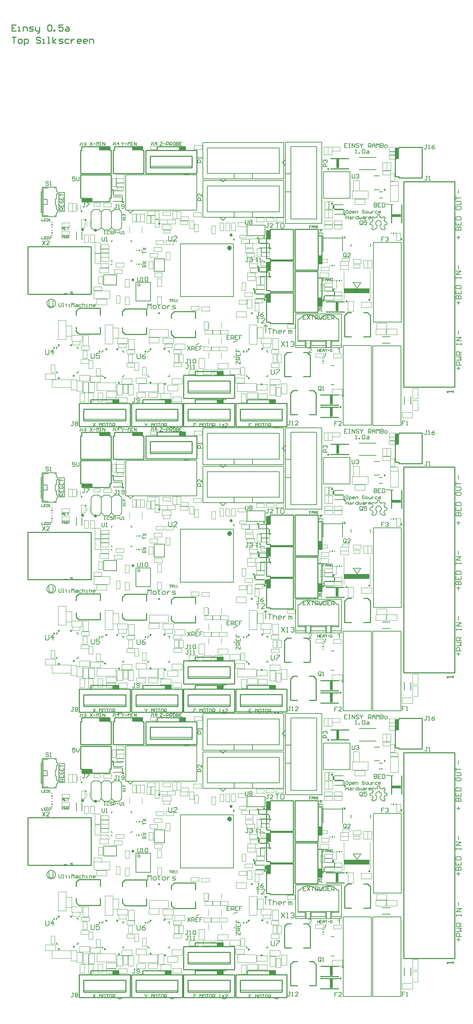
<source format=gto>
G04 Layer_Color=65535*
%FSLAX24Y24*%
%MOIN*%
G70*
G01*
G75*
%ADD10C,0.0070*%
%ADD12C,0.0100*%
%ADD14C,0.0080*%
%ADD69C,0.0060*%
%ADD121C,0.0300*%
%ADD151C,0.0098*%
%ADD152C,0.0050*%
%ADD153C,0.0236*%
%ADD154C,0.0250*%
%ADD155C,0.0200*%
%ADD156C,0.0197*%
%ADD157C,0.0079*%
%ADD158C,0.0020*%
%ADD159C,0.0020*%
%ADD160C,0.0040*%
%ADD161R,0.0295X0.0879*%
%ADD162R,0.0120X0.0059*%
%ADD163R,0.0120X0.0060*%
%ADD164R,0.0120X0.0119*%
%ADD165R,0.0059X0.0120*%
%ADD166R,0.0060X0.0120*%
%ADD167R,0.0119X0.0120*%
%ADD168R,0.2450X0.0492*%
%ADD169R,0.0879X0.0295*%
G36*
X12554Y85629D02*
X11524D01*
Y86004D01*
X12554D01*
Y85629D01*
D02*
G37*
G36*
X9344D02*
X8314D01*
Y86004D01*
X9344D01*
Y85629D01*
D02*
G37*
G36*
X37722Y84786D02*
X37347D01*
Y85816D01*
X37722D01*
Y84786D01*
D02*
G37*
G36*
X7625Y80594D02*
X6594D01*
Y80969D01*
X7625D01*
Y80594D01*
D02*
G37*
G36*
X31900Y65771D02*
X31839D01*
Y66160D01*
X31838Y66159D01*
X31835Y66156D01*
X31829Y66152D01*
X31823Y66147D01*
X31814Y66140D01*
X31805Y66133D01*
X31793Y66125D01*
X31780Y66117D01*
X31780D01*
X31779Y66117D01*
X31774Y66114D01*
X31767Y66110D01*
X31759Y66105D01*
X31749Y66100D01*
X31739Y66095D01*
X31727Y66090D01*
X31717Y66086D01*
Y66145D01*
X31718D01*
X31719Y66146D01*
X31722Y66148D01*
X31725Y66150D01*
X31730Y66152D01*
X31735Y66154D01*
X31747Y66161D01*
X31761Y66170D01*
X31776Y66179D01*
X31791Y66191D01*
X31805Y66203D01*
X31806Y66204D01*
X31807Y66204D01*
X31811Y66209D01*
X31818Y66216D01*
X31826Y66224D01*
X31836Y66235D01*
X31845Y66246D01*
X31853Y66258D01*
X31860Y66270D01*
X31900D01*
Y65771D01*
D02*
G37*
G36*
X29012Y66269D02*
X29018Y66269D01*
X29025Y66268D01*
X29032Y66267D01*
X29041Y66265D01*
X29059Y66260D01*
X29078Y66253D01*
X29088Y66249D01*
X29097Y66244D01*
X29105Y66237D01*
X29113Y66230D01*
X29114Y66229D01*
X29115Y66228D01*
X29117Y66226D01*
X29120Y66223D01*
X29123Y66219D01*
X29127Y66214D01*
X29135Y66203D01*
X29142Y66188D01*
X29149Y66172D01*
X29154Y66153D01*
X29155Y66142D01*
X29156Y66132D01*
Y66130D01*
Y66126D01*
X29155Y66120D01*
X29154Y66113D01*
X29153Y66104D01*
X29150Y66094D01*
X29147Y66083D01*
X29143Y66073D01*
X29142Y66071D01*
X29141Y66067D01*
X29138Y66062D01*
X29133Y66055D01*
X29128Y66046D01*
X29121Y66035D01*
X29112Y66024D01*
X29102Y66012D01*
X29101Y66011D01*
X29097Y66006D01*
X29090Y65999D01*
X29085Y65995D01*
X29080Y65990D01*
X29074Y65984D01*
X29067Y65977D01*
X29059Y65970D01*
X29051Y65962D01*
X29042Y65953D01*
X29031Y65944D01*
X29020Y65935D01*
X29008Y65925D01*
X29008Y65924D01*
X29006Y65922D01*
X29003Y65920D01*
X28999Y65917D01*
X28990Y65909D01*
X28979Y65900D01*
X28967Y65889D01*
X28955Y65878D01*
X28946Y65869D01*
X28942Y65866D01*
X28938Y65862D01*
X28937Y65861D01*
X28936Y65859D01*
X28933Y65856D01*
X28929Y65851D01*
X28921Y65841D01*
X28912Y65829D01*
X29156D01*
Y65771D01*
X28828D01*
Y65772D01*
Y65775D01*
Y65779D01*
X28828Y65785D01*
X28829Y65791D01*
X28830Y65798D01*
X28832Y65805D01*
X28834Y65813D01*
Y65813D01*
X28835Y65814D01*
X28837Y65819D01*
X28840Y65825D01*
X28844Y65834D01*
X28850Y65844D01*
X28857Y65855D01*
X28865Y65866D01*
X28874Y65878D01*
Y65879D01*
X28876Y65880D01*
X28880Y65884D01*
X28886Y65891D01*
X28895Y65900D01*
X28906Y65911D01*
X28920Y65924D01*
X28936Y65938D01*
X28955Y65954D01*
X28955Y65955D01*
X28958Y65957D01*
X28962Y65960D01*
X28967Y65965D01*
X28974Y65971D01*
X28982Y65977D01*
X28998Y65992D01*
X29017Y66009D01*
X29035Y66027D01*
X29044Y66035D01*
X29051Y66043D01*
X29058Y66052D01*
X29064Y66059D01*
Y66060D01*
X29066Y66061D01*
X29067Y66063D01*
X29069Y66066D01*
X29073Y66073D01*
X29079Y66083D01*
X29084Y66095D01*
X29088Y66107D01*
X29091Y66120D01*
X29093Y66133D01*
Y66134D01*
Y66135D01*
X29092Y66139D01*
X29091Y66146D01*
X29090Y66154D01*
X29086Y66164D01*
X29082Y66174D01*
X29076Y66185D01*
X29067Y66194D01*
X29065Y66195D01*
X29062Y66198D01*
X29056Y66202D01*
X29048Y66207D01*
X29039Y66212D01*
X29027Y66216D01*
X29014Y66219D01*
X28998Y66219D01*
X28994D01*
X28991Y66219D01*
X28983Y66218D01*
X28974Y66216D01*
X28962Y66213D01*
X28950Y66208D01*
X28939Y66201D01*
X28928Y66192D01*
X28927Y66191D01*
X28924Y66188D01*
X28920Y66182D01*
X28915Y66173D01*
X28910Y66163D01*
X28906Y66151D01*
X28903Y66136D01*
X28902Y66120D01*
X28839Y66126D01*
Y66127D01*
Y66129D01*
X28840Y66133D01*
X28840Y66138D01*
X28842Y66144D01*
X28843Y66151D01*
X28847Y66166D01*
X28853Y66183D01*
X28862Y66201D01*
X28873Y66218D01*
X28879Y66225D01*
X28887Y66233D01*
X28887Y66234D01*
X28889Y66235D01*
X28891Y66237D01*
X28894Y66239D01*
X28899Y66241D01*
X28904Y66245D01*
X28910Y66248D01*
X28917Y66252D01*
X28924Y66255D01*
X28933Y66259D01*
X28943Y66262D01*
X28952Y66264D01*
X28975Y66269D01*
X28987Y66269D01*
X29000Y66270D01*
X29007D01*
X29012Y66269D01*
D02*
G37*
G36*
X12554Y57636D02*
X11524D01*
Y58011D01*
X12554D01*
Y57636D01*
D02*
G37*
G36*
X9344D02*
X8314D01*
Y58011D01*
X9344D01*
Y57636D01*
D02*
G37*
G36*
X37722Y56793D02*
X37347D01*
Y57824D01*
X37722D01*
Y56793D01*
D02*
G37*
G36*
X7625Y52601D02*
X6594D01*
Y52976D01*
X7625D01*
Y52601D01*
D02*
G37*
G36*
X31900Y37779D02*
X31839D01*
Y38168D01*
X31838Y38167D01*
X31835Y38164D01*
X31829Y38160D01*
X31823Y38155D01*
X31814Y38148D01*
X31805Y38141D01*
X31793Y38133D01*
X31780Y38125D01*
X31780D01*
X31779Y38124D01*
X31774Y38121D01*
X31767Y38118D01*
X31759Y38113D01*
X31749Y38108D01*
X31739Y38103D01*
X31727Y38098D01*
X31717Y38093D01*
Y38153D01*
X31718D01*
X31719Y38154D01*
X31722Y38155D01*
X31725Y38158D01*
X31730Y38160D01*
X31735Y38162D01*
X31747Y38169D01*
X31761Y38177D01*
X31776Y38187D01*
X31791Y38199D01*
X31805Y38211D01*
X31806Y38211D01*
X31807Y38212D01*
X31811Y38217D01*
X31818Y38224D01*
X31826Y38232D01*
X31836Y38242D01*
X31845Y38254D01*
X31853Y38266D01*
X31860Y38278D01*
X31900D01*
Y37779D01*
D02*
G37*
G36*
X29012Y38277D02*
X29018Y38276D01*
X29025Y38276D01*
X29032Y38275D01*
X29041Y38273D01*
X29059Y38268D01*
X29078Y38261D01*
X29088Y38257D01*
X29097Y38251D01*
X29105Y38245D01*
X29113Y38238D01*
X29114Y38237D01*
X29115Y38236D01*
X29117Y38234D01*
X29120Y38231D01*
X29123Y38227D01*
X29127Y38222D01*
X29135Y38211D01*
X29142Y38196D01*
X29149Y38180D01*
X29154Y38161D01*
X29155Y38150D01*
X29156Y38140D01*
Y38138D01*
Y38134D01*
X29155Y38128D01*
X29154Y38121D01*
X29153Y38112D01*
X29150Y38102D01*
X29147Y38091D01*
X29143Y38081D01*
X29142Y38079D01*
X29141Y38075D01*
X29138Y38070D01*
X29133Y38062D01*
X29128Y38053D01*
X29121Y38043D01*
X29112Y38032D01*
X29102Y38020D01*
X29101Y38019D01*
X29097Y38014D01*
X29090Y38007D01*
X29085Y38003D01*
X29080Y37997D01*
X29074Y37991D01*
X29067Y37985D01*
X29059Y37978D01*
X29051Y37969D01*
X29042Y37961D01*
X29031Y37952D01*
X29020Y37943D01*
X29008Y37932D01*
X29008Y37932D01*
X29006Y37930D01*
X29003Y37928D01*
X28999Y37925D01*
X28990Y37917D01*
X28979Y37908D01*
X28967Y37897D01*
X28955Y37886D01*
X28946Y37877D01*
X28942Y37873D01*
X28938Y37870D01*
X28937Y37869D01*
X28936Y37867D01*
X28933Y37864D01*
X28929Y37859D01*
X28921Y37849D01*
X28912Y37837D01*
X29156D01*
Y37779D01*
X28828D01*
Y37780D01*
Y37783D01*
Y37787D01*
X28828Y37793D01*
X28829Y37799D01*
X28830Y37805D01*
X28832Y37813D01*
X28834Y37821D01*
Y37821D01*
X28835Y37822D01*
X28837Y37827D01*
X28840Y37833D01*
X28844Y37842D01*
X28850Y37852D01*
X28857Y37863D01*
X28865Y37874D01*
X28874Y37886D01*
Y37887D01*
X28876Y37888D01*
X28880Y37892D01*
X28886Y37899D01*
X28895Y37908D01*
X28906Y37919D01*
X28920Y37932D01*
X28936Y37946D01*
X28955Y37962D01*
X28955Y37963D01*
X28958Y37965D01*
X28962Y37968D01*
X28967Y37973D01*
X28974Y37979D01*
X28982Y37985D01*
X28998Y38000D01*
X29017Y38017D01*
X29035Y38035D01*
X29044Y38043D01*
X29051Y38051D01*
X29058Y38059D01*
X29064Y38067D01*
Y38068D01*
X29066Y38069D01*
X29067Y38071D01*
X29069Y38074D01*
X29073Y38081D01*
X29079Y38091D01*
X29084Y38103D01*
X29088Y38115D01*
X29091Y38128D01*
X29093Y38141D01*
Y38142D01*
Y38143D01*
X29092Y38147D01*
X29091Y38154D01*
X29090Y38162D01*
X29086Y38172D01*
X29082Y38182D01*
X29076Y38193D01*
X29067Y38202D01*
X29065Y38203D01*
X29062Y38206D01*
X29056Y38210D01*
X29048Y38215D01*
X29039Y38220D01*
X29027Y38224D01*
X29014Y38227D01*
X28998Y38227D01*
X28994D01*
X28991Y38227D01*
X28983Y38226D01*
X28974Y38224D01*
X28962Y38220D01*
X28950Y38216D01*
X28939Y38209D01*
X28928Y38200D01*
X28927Y38199D01*
X28924Y38196D01*
X28920Y38189D01*
X28915Y38181D01*
X28910Y38171D01*
X28906Y38158D01*
X28903Y38144D01*
X28902Y38127D01*
X28839Y38134D01*
Y38135D01*
Y38137D01*
X28840Y38141D01*
X28840Y38146D01*
X28842Y38152D01*
X28843Y38158D01*
X28847Y38174D01*
X28853Y38191D01*
X28862Y38208D01*
X28873Y38226D01*
X28879Y38233D01*
X28887Y38241D01*
X28887Y38242D01*
X28889Y38242D01*
X28891Y38245D01*
X28894Y38247D01*
X28899Y38249D01*
X28904Y38253D01*
X28910Y38256D01*
X28917Y38260D01*
X28924Y38263D01*
X28933Y38267D01*
X28943Y38270D01*
X28952Y38272D01*
X28975Y38276D01*
X28987Y38277D01*
X29000Y38278D01*
X29007D01*
X29012Y38277D01*
D02*
G37*
G36*
X12554Y29644D02*
X11524D01*
Y30019D01*
X12554D01*
Y29644D01*
D02*
G37*
G36*
X9344D02*
X8314D01*
Y30019D01*
X9344D01*
Y29644D01*
D02*
G37*
G36*
X37722Y28801D02*
X37347D01*
Y29832D01*
X37722D01*
Y28801D01*
D02*
G37*
G36*
X7625Y24609D02*
X6594D01*
Y24984D01*
X7625D01*
Y24609D01*
D02*
G37*
G36*
X31900Y9787D02*
X31839D01*
Y10175D01*
X31838Y10175D01*
X31835Y10172D01*
X31829Y10168D01*
X31823Y10163D01*
X31814Y10156D01*
X31805Y10149D01*
X31793Y10141D01*
X31780Y10133D01*
X31780D01*
X31779Y10132D01*
X31774Y10129D01*
X31767Y10126D01*
X31759Y10121D01*
X31749Y10116D01*
X31739Y10111D01*
X31727Y10106D01*
X31717Y10101D01*
Y10161D01*
X31718D01*
X31719Y10162D01*
X31722Y10163D01*
X31725Y10166D01*
X31730Y10168D01*
X31735Y10170D01*
X31747Y10177D01*
X31761Y10185D01*
X31776Y10195D01*
X31791Y10206D01*
X31805Y10219D01*
X31806Y10219D01*
X31807Y10220D01*
X31811Y10225D01*
X31818Y10231D01*
X31826Y10240D01*
X31836Y10250D01*
X31845Y10262D01*
X31853Y10274D01*
X31860Y10286D01*
X31900D01*
Y9787D01*
D02*
G37*
G36*
X29012Y10285D02*
X29018Y10284D01*
X29025Y10284D01*
X29032Y10283D01*
X29041Y10281D01*
X29059Y10276D01*
X29078Y10269D01*
X29088Y10265D01*
X29097Y10259D01*
X29105Y10253D01*
X29113Y10246D01*
X29114Y10245D01*
X29115Y10244D01*
X29117Y10242D01*
X29120Y10239D01*
X29123Y10234D01*
X29127Y10230D01*
X29135Y10219D01*
X29142Y10204D01*
X29149Y10188D01*
X29154Y10169D01*
X29155Y10158D01*
X29156Y10147D01*
Y10146D01*
Y10142D01*
X29155Y10136D01*
X29154Y10129D01*
X29153Y10119D01*
X29150Y10110D01*
X29147Y10099D01*
X29143Y10088D01*
X29142Y10087D01*
X29141Y10083D01*
X29138Y10078D01*
X29133Y10070D01*
X29128Y10061D01*
X29121Y10051D01*
X29112Y10040D01*
X29102Y10028D01*
X29101Y10027D01*
X29097Y10022D01*
X29090Y10015D01*
X29085Y10011D01*
X29080Y10005D01*
X29074Y9999D01*
X29067Y9992D01*
X29059Y9986D01*
X29051Y9977D01*
X29042Y9969D01*
X29031Y9960D01*
X29020Y9951D01*
X29008Y9940D01*
X29008Y9940D01*
X29006Y9938D01*
X29003Y9936D01*
X28999Y9933D01*
X28990Y9925D01*
X28979Y9915D01*
X28967Y9905D01*
X28955Y9894D01*
X28946Y9885D01*
X28942Y9881D01*
X28938Y9878D01*
X28937Y9877D01*
X28936Y9875D01*
X28933Y9872D01*
X28929Y9867D01*
X28921Y9857D01*
X28912Y9845D01*
X29156D01*
Y9787D01*
X28828D01*
Y9788D01*
Y9791D01*
Y9795D01*
X28828Y9800D01*
X28829Y9807D01*
X28830Y9813D01*
X28832Y9821D01*
X28834Y9828D01*
Y9829D01*
X28835Y9830D01*
X28837Y9834D01*
X28840Y9841D01*
X28844Y9850D01*
X28850Y9859D01*
X28857Y9871D01*
X28865Y9882D01*
X28874Y9894D01*
Y9895D01*
X28876Y9896D01*
X28880Y9900D01*
X28886Y9907D01*
X28895Y9916D01*
X28906Y9927D01*
X28920Y9940D01*
X28936Y9954D01*
X28955Y9970D01*
X28955Y9971D01*
X28958Y9973D01*
X28962Y9976D01*
X28967Y9981D01*
X28974Y9986D01*
X28982Y9993D01*
X28998Y10008D01*
X29017Y10025D01*
X29035Y10042D01*
X29044Y10051D01*
X29051Y10059D01*
X29058Y10067D01*
X29064Y10075D01*
Y10076D01*
X29066Y10076D01*
X29067Y10079D01*
X29069Y10082D01*
X29073Y10089D01*
X29079Y10099D01*
X29084Y10110D01*
X29088Y10123D01*
X29091Y10136D01*
X29093Y10149D01*
Y10150D01*
Y10150D01*
X29092Y10155D01*
X29091Y10162D01*
X29090Y10170D01*
X29086Y10180D01*
X29082Y10190D01*
X29076Y10200D01*
X29067Y10210D01*
X29065Y10211D01*
X29062Y10214D01*
X29056Y10218D01*
X29048Y10223D01*
X29039Y10228D01*
X29027Y10231D01*
X29014Y10234D01*
X28998Y10235D01*
X28994D01*
X28991Y10234D01*
X28983Y10234D01*
X28974Y10232D01*
X28962Y10228D01*
X28950Y10224D01*
X28939Y10217D01*
X28928Y10208D01*
X28927Y10206D01*
X28924Y10203D01*
X28920Y10197D01*
X28915Y10189D01*
X28910Y10178D01*
X28906Y10166D01*
X28903Y10152D01*
X28902Y10135D01*
X28839Y10142D01*
Y10143D01*
Y10145D01*
X28840Y10149D01*
X28840Y10154D01*
X28842Y10160D01*
X28843Y10166D01*
X28847Y10181D01*
X28853Y10199D01*
X28862Y10216D01*
X28873Y10234D01*
X28879Y10241D01*
X28887Y10249D01*
X28887Y10250D01*
X28889Y10250D01*
X28891Y10253D01*
X28894Y10255D01*
X28899Y10257D01*
X28904Y10261D01*
X28910Y10264D01*
X28917Y10268D01*
X28924Y10271D01*
X28933Y10274D01*
X28943Y10277D01*
X28952Y10280D01*
X28975Y10284D01*
X28987Y10285D01*
X29000Y10286D01*
X29007D01*
X29012Y10285D01*
D02*
G37*
G54D10*
X30318Y27546D02*
X32916D01*
Y24948D02*
Y27546D01*
X30318Y24948D02*
X32916D01*
X30318D02*
Y27546D01*
X38293Y3127D02*
X38027D01*
Y2927D01*
X38160D01*
X38027D01*
Y2727D01*
X38427D02*
X38560D01*
X38493D01*
Y3127D01*
X38427Y3060D01*
X40463Y30167D02*
X40330D01*
X40397D01*
Y29833D01*
X40330Y29767D01*
X40263D01*
X40197Y29833D01*
X40597Y29767D02*
X40730D01*
X40663D01*
Y30167D01*
X40597Y30100D01*
X41197Y30167D02*
X41063Y30100D01*
X40930Y29967D01*
Y29833D01*
X40997Y29767D01*
X41130D01*
X41197Y29833D01*
Y29900D01*
X41130Y29967D01*
X40930D01*
X22627Y22807D02*
Y22473D01*
X22693Y22407D01*
X22827D01*
X22893Y22473D01*
Y22807D01*
X23027Y22740D02*
X23093Y22807D01*
X23227D01*
X23293Y22740D01*
Y22673D01*
X23227Y22607D01*
X23293Y22540D01*
Y22473D01*
X23227Y22407D01*
X23093D01*
X23027Y22473D01*
Y22540D01*
X23093Y22607D01*
X23027Y22673D01*
Y22740D01*
X23093Y22607D02*
X23227D01*
X18369Y24719D02*
X17969D01*
Y24919D01*
X18036Y24986D01*
X18169D01*
X18236Y24919D01*
Y24719D01*
X18369Y25386D02*
Y25119D01*
X18103Y25386D01*
X18036D01*
X17969Y25319D01*
Y25186D01*
X18036Y25119D01*
X18379Y28449D02*
X17980D01*
Y28649D01*
X18046Y28716D01*
X18179D01*
X18246Y28649D01*
Y28449D01*
X18379Y28849D02*
Y28983D01*
Y28916D01*
X17980D01*
X18046Y28849D01*
X30687Y28047D02*
X30287D01*
Y28247D01*
X30354Y28313D01*
X30487D01*
X30554Y28247D01*
Y28047D01*
X30354Y28447D02*
X30287Y28513D01*
Y28647D01*
X30354Y28713D01*
X30420D01*
X30487Y28647D01*
Y28580D01*
Y28647D01*
X30554Y28713D01*
X30620D01*
X30687Y28647D01*
Y28513D01*
X30620Y28447D01*
X36276Y21159D02*
X36009D01*
Y20959D01*
X36143D01*
X36009D01*
Y20759D01*
X36409Y21093D02*
X36476Y21159D01*
X36609D01*
X36676Y21093D01*
Y21026D01*
X36609Y20959D01*
X36543D01*
X36609D01*
X36676Y20893D01*
Y20826D01*
X36609Y20759D01*
X36476D01*
X36409Y20826D01*
X31683Y3087D02*
X31417D01*
Y2887D01*
X31550D01*
X31417D01*
Y2687D01*
X32083D02*
X31817D01*
X32083Y2953D01*
Y3020D01*
X32017Y3087D01*
X31883D01*
X31817Y3020D01*
X12087Y17227D02*
Y16894D01*
X12154Y16827D01*
X12287D01*
X12353Y16894D01*
Y17227D01*
X12487Y16827D02*
X12620D01*
X12553D01*
Y17227D01*
X12487Y17160D01*
X12820D02*
X12887Y17227D01*
X13020D01*
X13087Y17160D01*
Y16894D01*
X13020Y16827D01*
X12887D01*
X12820Y16894D01*
Y17160D01*
X34133Y22413D02*
Y22680D01*
X34067Y22747D01*
X33933D01*
X33867Y22680D01*
Y22413D01*
X33933Y22347D01*
X34067D01*
X34000Y22480D02*
X34133Y22347D01*
X34067D02*
X34133Y22413D01*
X34533Y22747D02*
X34267D01*
Y22547D01*
X34400Y22613D01*
X34467D01*
X34533Y22547D01*
Y22413D01*
X34467Y22347D01*
X34333D01*
X34267Y22413D01*
X2749Y20769D02*
X3016Y20369D01*
Y20769D02*
X2749Y20369D01*
X3416D02*
X3149D01*
X3416Y20636D01*
Y20703D01*
X3349Y20769D01*
X3216D01*
X3149Y20703D01*
X3323Y26540D02*
X3257Y26607D01*
X3123D01*
X3057Y26540D01*
Y26473D01*
X3123Y26407D01*
X3257D01*
X3323Y26340D01*
Y26273D01*
X3257Y26207D01*
X3123D01*
X3057Y26273D01*
X3457Y26207D02*
X3590D01*
X3523D01*
Y26607D01*
X3457Y26540D01*
X30086Y6196D02*
Y6463D01*
X30019Y6529D01*
X29886D01*
X29819Y6463D01*
Y6196D01*
X29886Y6129D01*
X30019D01*
X29953Y6263D02*
X30086Y6129D01*
X30019D02*
X30086Y6196D01*
X30219Y6129D02*
X30353D01*
X30286D01*
Y6529D01*
X30219Y6463D01*
X32533Y19256D02*
Y19523D01*
X32467Y19589D01*
X32333D01*
X32267Y19523D01*
Y19256D01*
X32333Y19189D01*
X32467D01*
X32400Y19323D02*
X32533Y19189D01*
X32467D02*
X32533Y19256D01*
X32933Y19189D02*
X32667D01*
X32933Y19456D01*
Y19523D01*
X32867Y19589D01*
X32733D01*
X32667Y19523D01*
X24926Y22469D02*
X24793D01*
X24859D01*
Y22136D01*
X24793Y22069D01*
X24726D01*
X24659Y22136D01*
X25326Y22069D02*
X25059D01*
X25326Y22336D01*
Y22403D01*
X25259Y22469D01*
X25126D01*
X25059Y22403D01*
X22946Y19129D02*
X22813D01*
X22879D01*
Y18796D01*
X22813Y18729D01*
X22746D01*
X22679Y18796D01*
X23079Y19063D02*
X23146Y19129D01*
X23279D01*
X23346Y19063D01*
Y18996D01*
X23279Y18929D01*
X23213D01*
X23279D01*
X23346Y18863D01*
Y18796D01*
X23279Y18729D01*
X23146D01*
X23079Y18796D01*
X24006Y13759D02*
X23873D01*
X23939D01*
Y13426D01*
X23873Y13359D01*
X23806D01*
X23739Y13426D01*
X24406Y13759D02*
X24273Y13693D01*
X24139Y13559D01*
Y13426D01*
X24206Y13359D01*
X24339D01*
X24406Y13426D01*
Y13493D01*
X24339Y13559D01*
X24139D01*
X5816Y3039D02*
X5683D01*
X5749D01*
Y2706D01*
X5683Y2639D01*
X5616D01*
X5549Y2706D01*
X5949Y2973D02*
X6016Y3039D01*
X6149D01*
X6216Y2973D01*
Y2906D01*
X6149Y2839D01*
X6216Y2773D01*
Y2706D01*
X6149Y2639D01*
X6016D01*
X5949Y2706D01*
Y2773D01*
X6016Y2839D01*
X5949Y2906D01*
Y2973D01*
X6016Y2839D02*
X6149D01*
X11826Y5359D02*
X11693D01*
X11759D01*
Y5026D01*
X11693Y4959D01*
X11626D01*
X11559Y5026D01*
X11959D02*
X12026Y4959D01*
X12159D01*
X12226Y5026D01*
Y5293D01*
X12159Y5359D01*
X12026D01*
X11959Y5293D01*
Y5226D01*
X12026Y5159D01*
X12226D01*
X17026Y9179D02*
X16893D01*
X16959D01*
Y8846D01*
X16893Y8779D01*
X16826D01*
X16759Y8846D01*
X17159Y8779D02*
X17293D01*
X17226D01*
Y9179D01*
X17159Y9113D01*
X17492D02*
X17559Y9179D01*
X17692D01*
X17759Y9113D01*
Y8846D01*
X17692Y8779D01*
X17559D01*
X17492Y8846D01*
Y9113D01*
X17066Y8649D02*
X16933D01*
X16999D01*
Y8316D01*
X16933Y8249D01*
X16866D01*
X16799Y8316D01*
X17199Y8249D02*
X17333D01*
X17266D01*
Y8649D01*
X17199Y8583D01*
X17532Y8249D02*
X17666D01*
X17599D01*
Y8649D01*
X17532Y8583D01*
X27066Y3119D02*
X26933D01*
X26999D01*
Y2786D01*
X26933Y2719D01*
X26866D01*
X26799Y2786D01*
X27199Y2719D02*
X27333D01*
X27266D01*
Y3119D01*
X27199Y3053D01*
X27799Y2719D02*
X27532D01*
X27799Y2986D01*
Y3053D01*
X27732Y3119D01*
X27599D01*
X27532Y3053D01*
X8589Y21139D02*
Y20806D01*
X8656Y20739D01*
X8789D01*
X8856Y20806D01*
Y21139D01*
X8989Y20739D02*
X9123D01*
X9056D01*
Y21139D01*
X8989Y21073D01*
X40493Y27127D02*
X40360D01*
X40427D01*
Y26793D01*
X40360Y26727D01*
X40293D01*
X40227Y26793D01*
X40627Y26727D02*
X40760D01*
X40693D01*
Y27127D01*
X40627Y27060D01*
X10046Y24349D02*
X9913D01*
X9979D01*
Y24016D01*
X9913Y23949D01*
X9846D01*
X9779Y24016D01*
X10179Y23949D02*
X10313D01*
X10246D01*
Y24349D01*
X10179Y24283D01*
X10512Y24016D02*
X10579Y23949D01*
X10712D01*
X10779Y24016D01*
Y24283D01*
X10712Y24349D01*
X10579D01*
X10512Y24283D01*
Y24216D01*
X10579Y24149D01*
X10779D01*
X33107Y27307D02*
Y26973D01*
X33173Y26907D01*
X33307D01*
X33373Y26973D01*
Y27307D01*
X33507Y27240D02*
X33573Y27307D01*
X33707D01*
X33773Y27240D01*
Y27173D01*
X33707Y27107D01*
X33640D01*
X33707D01*
X33773Y27040D01*
Y26973D01*
X33707Y26907D01*
X33573D01*
X33507Y26973D01*
X28563Y13477D02*
X28297D01*
Y13077D01*
X28563D01*
X28297Y13277D02*
X28430D01*
X28697Y13477D02*
X28963Y13077D01*
Y13477D02*
X28697Y13077D01*
X29097Y13477D02*
X29363D01*
X29230D01*
Y13077D01*
X29496D02*
Y13477D01*
X29696D01*
X29763Y13410D01*
Y13277D01*
X29696Y13210D01*
X29496D01*
X29630D02*
X29763Y13077D01*
X29896Y13477D02*
Y13144D01*
X29963Y13077D01*
X30096D01*
X30163Y13144D01*
Y13477D01*
X30296D02*
Y13077D01*
X30496D01*
X30563Y13144D01*
Y13410D01*
X30496Y13477D01*
X30296D01*
X30963D02*
X30696D01*
Y13077D01*
X30963D01*
X30696Y13277D02*
X30829D01*
X31096Y13077D02*
Y13477D01*
X31296D01*
X31363Y13410D01*
Y13277D01*
X31296Y13210D01*
X31096D01*
X31229D02*
X31363Y13077D01*
X4337Y14667D02*
Y14367D01*
X4397Y14307D01*
X4517D01*
X4577Y14367D01*
Y14667D01*
X4697Y14307D02*
X4817D01*
X4757D01*
Y14667D01*
X4697D01*
X5057Y14607D02*
Y14547D01*
X4997D01*
X5117D01*
X5057D01*
Y14367D01*
X5117Y14307D01*
X5297D02*
X5416D01*
X5357D01*
Y14547D01*
X5297D01*
X5596Y14307D02*
Y14667D01*
X5716Y14547D01*
X5836Y14667D01*
Y14307D01*
X6016Y14547D02*
X6136D01*
X6196Y14487D01*
Y14307D01*
X6016D01*
X5956Y14367D01*
X6016Y14427D01*
X6196D01*
X6556Y14547D02*
X6376D01*
X6316Y14487D01*
Y14367D01*
X6376Y14307D01*
X6556D01*
X6676Y14667D02*
Y14307D01*
Y14487D01*
X6736Y14547D01*
X6856D01*
X6916Y14487D01*
Y14307D01*
X7036D02*
X7156D01*
X7096D01*
Y14547D01*
X7036D01*
X7336Y14307D02*
Y14547D01*
X7516D01*
X7576Y14487D01*
Y14307D01*
X7876D02*
X7756D01*
X7696Y14367D01*
Y14487D01*
X7756Y14547D01*
X7876D01*
X7936Y14487D01*
Y14427D01*
X7696D01*
X5956Y27049D02*
X5689D01*
Y26849D01*
X5823Y26916D01*
X5889D01*
X5956Y26849D01*
Y26716D01*
X5889Y26649D01*
X5756D01*
X5689Y26716D01*
X6089Y27049D02*
Y26783D01*
X6223Y26649D01*
X6356Y26783D01*
Y27049D01*
X23629Y19127D02*
X23896D01*
X23763D01*
Y18727D01*
X24029D02*
X24163D01*
X24096D01*
Y19127D01*
X24029Y19060D01*
X16989Y10449D02*
X17256Y10049D01*
Y10449D02*
X16989Y10049D01*
X17389D02*
Y10449D01*
X17589D01*
X17656Y10383D01*
Y10249D01*
X17589Y10183D01*
X17389D01*
X17523D02*
X17656Y10049D01*
X18056Y10449D02*
X17789D01*
Y10049D01*
X18056D01*
X17789Y10249D02*
X17922D01*
X18456Y10449D02*
X18189D01*
Y10249D01*
X18322D01*
X18189D01*
Y10049D01*
X21739Y8729D02*
Y8996D01*
X21806D01*
X22073Y8729D01*
X22139D01*
Y8996D01*
Y9129D02*
X21739D01*
Y9329D01*
X21806Y9396D01*
X21939D01*
X22006Y9329D01*
Y9129D01*
Y9263D02*
X22139Y9396D01*
X21739Y9796D02*
Y9529D01*
X22139D01*
Y9796D01*
X21939Y9529D02*
Y9662D01*
X21739Y10196D02*
Y9929D01*
X21939D01*
Y10062D01*
Y9929D01*
X22139D01*
X21113Y11517D02*
X20847D01*
Y11117D01*
X21113D01*
X20847Y11317D02*
X20980D01*
X21247Y11117D02*
Y11517D01*
X21447D01*
X21513Y11450D01*
Y11317D01*
X21447Y11250D01*
X21247D01*
X21380D02*
X21513Y11117D01*
X21913Y11517D02*
X21647D01*
Y11117D01*
X21913D01*
X21647Y11317D02*
X21780D01*
X22313Y11517D02*
X22046D01*
Y11317D01*
X22180D01*
X22046D01*
Y11117D01*
X35277Y24477D02*
Y24077D01*
X35477D01*
X35543Y24143D01*
Y24210D01*
X35477Y24277D01*
X35277D01*
X35477D01*
X35543Y24343D01*
Y24410D01*
X35477Y24477D01*
X35277D01*
X35943D02*
X35677D01*
Y24077D01*
X35943D01*
X35677Y24277D02*
X35810D01*
X36077Y24477D02*
Y24077D01*
X36277D01*
X36343Y24143D01*
Y24410D01*
X36277Y24477D01*
X36077D01*
X30318Y55538D02*
X32916D01*
Y52940D02*
Y55538D01*
X30318Y52940D02*
X32916D01*
X30318D02*
Y55538D01*
X38293Y31119D02*
X38027D01*
Y30919D01*
X38160D01*
X38027D01*
Y30719D01*
X38427D02*
X38560D01*
X38493D01*
Y31119D01*
X38427Y31052D01*
X40463Y58159D02*
X40330D01*
X40397D01*
Y57826D01*
X40330Y57759D01*
X40263D01*
X40197Y57826D01*
X40597Y57759D02*
X40730D01*
X40663D01*
Y58159D01*
X40597Y58092D01*
X41197Y58159D02*
X41063Y58092D01*
X40930Y57959D01*
Y57826D01*
X40997Y57759D01*
X41130D01*
X41197Y57826D01*
Y57892D01*
X41130Y57959D01*
X40930D01*
X22627Y50799D02*
Y50466D01*
X22693Y50399D01*
X22827D01*
X22893Y50466D01*
Y50799D01*
X23027Y50732D02*
X23093Y50799D01*
X23227D01*
X23293Y50732D01*
Y50666D01*
X23227Y50599D01*
X23293Y50532D01*
Y50466D01*
X23227Y50399D01*
X23093D01*
X23027Y50466D01*
Y50532D01*
X23093Y50599D01*
X23027Y50666D01*
Y50732D01*
X23093Y50599D02*
X23227D01*
X18369Y52712D02*
X17969D01*
Y52911D01*
X18036Y52978D01*
X18169D01*
X18236Y52911D01*
Y52712D01*
X18369Y53378D02*
Y53111D01*
X18103Y53378D01*
X18036D01*
X17969Y53311D01*
Y53178D01*
X18036Y53111D01*
X18379Y56441D02*
X17980D01*
Y56641D01*
X18046Y56708D01*
X18179D01*
X18246Y56641D01*
Y56441D01*
X18379Y56841D02*
Y56975D01*
Y56908D01*
X17980D01*
X18046Y56841D01*
X30687Y56039D02*
X30287D01*
Y56239D01*
X30354Y56306D01*
X30487D01*
X30554Y56239D01*
Y56039D01*
X30354Y56439D02*
X30287Y56505D01*
Y56639D01*
X30354Y56705D01*
X30420D01*
X30487Y56639D01*
Y56572D01*
Y56639D01*
X30554Y56705D01*
X30620D01*
X30687Y56639D01*
Y56505D01*
X30620Y56439D01*
X36276Y49151D02*
X36009D01*
Y48951D01*
X36143D01*
X36009D01*
Y48752D01*
X36409Y49085D02*
X36476Y49151D01*
X36609D01*
X36676Y49085D01*
Y49018D01*
X36609Y48951D01*
X36543D01*
X36609D01*
X36676Y48885D01*
Y48818D01*
X36609Y48752D01*
X36476D01*
X36409Y48818D01*
X31683Y31079D02*
X31417D01*
Y30879D01*
X31550D01*
X31417D01*
Y30679D01*
X32083D02*
X31817D01*
X32083Y30946D01*
Y31012D01*
X32017Y31079D01*
X31883D01*
X31817Y31012D01*
X12087Y45219D02*
Y44886D01*
X12154Y44819D01*
X12287D01*
X12353Y44886D01*
Y45219D01*
X12487Y44819D02*
X12620D01*
X12553D01*
Y45219D01*
X12487Y45152D01*
X12820D02*
X12887Y45219D01*
X13020D01*
X13087Y45152D01*
Y44886D01*
X13020Y44819D01*
X12887D01*
X12820Y44886D01*
Y45152D01*
X34133Y50406D02*
Y50672D01*
X34067Y50739D01*
X33933D01*
X33867Y50672D01*
Y50406D01*
X33933Y50339D01*
X34067D01*
X34000Y50472D02*
X34133Y50339D01*
X34067D02*
X34133Y50406D01*
X34533Y50739D02*
X34267D01*
Y50539D01*
X34400Y50606D01*
X34467D01*
X34533Y50539D01*
Y50406D01*
X34467Y50339D01*
X34333D01*
X34267Y50406D01*
X2749Y48761D02*
X3016Y48362D01*
Y48761D02*
X2749Y48362D01*
X3416D02*
X3149D01*
X3416Y48628D01*
Y48695D01*
X3349Y48761D01*
X3216D01*
X3149Y48695D01*
X3323Y54532D02*
X3257Y54599D01*
X3123D01*
X3057Y54532D01*
Y54466D01*
X3123Y54399D01*
X3257D01*
X3323Y54332D01*
Y54266D01*
X3257Y54199D01*
X3123D01*
X3057Y54266D01*
X3457Y54199D02*
X3590D01*
X3523D01*
Y54599D01*
X3457Y54532D01*
X30086Y34188D02*
Y34455D01*
X30019Y34521D01*
X29886D01*
X29819Y34455D01*
Y34188D01*
X29886Y34121D01*
X30019D01*
X29953Y34255D02*
X30086Y34121D01*
X30019D02*
X30086Y34188D01*
X30219Y34121D02*
X30353D01*
X30286D01*
Y34521D01*
X30219Y34455D01*
X32533Y47248D02*
Y47515D01*
X32467Y47581D01*
X32333D01*
X32267Y47515D01*
Y47248D01*
X32333Y47182D01*
X32467D01*
X32400Y47315D02*
X32533Y47182D01*
X32467D02*
X32533Y47248D01*
X32933Y47182D02*
X32667D01*
X32933Y47448D01*
Y47515D01*
X32867Y47581D01*
X32733D01*
X32667Y47515D01*
X24926Y50461D02*
X24793D01*
X24859D01*
Y50128D01*
X24793Y50061D01*
X24726D01*
X24659Y50128D01*
X25326Y50061D02*
X25059D01*
X25326Y50328D01*
Y50395D01*
X25259Y50461D01*
X25126D01*
X25059Y50395D01*
X22946Y47121D02*
X22813D01*
X22879D01*
Y46788D01*
X22813Y46722D01*
X22746D01*
X22679Y46788D01*
X23079Y47055D02*
X23146Y47121D01*
X23279D01*
X23346Y47055D01*
Y46988D01*
X23279Y46921D01*
X23213D01*
X23279D01*
X23346Y46855D01*
Y46788D01*
X23279Y46722D01*
X23146D01*
X23079Y46788D01*
X24006Y41751D02*
X23873D01*
X23939D01*
Y41418D01*
X23873Y41351D01*
X23806D01*
X23739Y41418D01*
X24406Y41751D02*
X24273Y41685D01*
X24139Y41551D01*
Y41418D01*
X24206Y41351D01*
X24339D01*
X24406Y41418D01*
Y41485D01*
X24339Y41551D01*
X24139D01*
X5816Y31031D02*
X5683D01*
X5749D01*
Y30698D01*
X5683Y30631D01*
X5616D01*
X5549Y30698D01*
X5949Y30965D02*
X6016Y31031D01*
X6149D01*
X6216Y30965D01*
Y30898D01*
X6149Y30831D01*
X6216Y30765D01*
Y30698D01*
X6149Y30631D01*
X6016D01*
X5949Y30698D01*
Y30765D01*
X6016Y30831D01*
X5949Y30898D01*
Y30965D01*
X6016Y30831D02*
X6149D01*
X11826Y33351D02*
X11693D01*
X11759D01*
Y33018D01*
X11693Y32952D01*
X11626D01*
X11559Y33018D01*
X11959D02*
X12026Y32952D01*
X12159D01*
X12226Y33018D01*
Y33285D01*
X12159Y33351D01*
X12026D01*
X11959Y33285D01*
Y33218D01*
X12026Y33151D01*
X12226D01*
X17026Y37171D02*
X16893D01*
X16959D01*
Y36838D01*
X16893Y36772D01*
X16826D01*
X16759Y36838D01*
X17159Y36772D02*
X17293D01*
X17226D01*
Y37171D01*
X17159Y37105D01*
X17492D02*
X17559Y37171D01*
X17692D01*
X17759Y37105D01*
Y36838D01*
X17692Y36772D01*
X17559D01*
X17492Y36838D01*
Y37105D01*
X17066Y36641D02*
X16933D01*
X16999D01*
Y36308D01*
X16933Y36242D01*
X16866D01*
X16799Y36308D01*
X17199Y36242D02*
X17333D01*
X17266D01*
Y36641D01*
X17199Y36575D01*
X17532Y36242D02*
X17666D01*
X17599D01*
Y36641D01*
X17532Y36575D01*
X27066Y31111D02*
X26933D01*
X26999D01*
Y30778D01*
X26933Y30712D01*
X26866D01*
X26799Y30778D01*
X27199Y30712D02*
X27333D01*
X27266D01*
Y31111D01*
X27199Y31045D01*
X27799Y30712D02*
X27532D01*
X27799Y30978D01*
Y31045D01*
X27732Y31111D01*
X27599D01*
X27532Y31045D01*
X8589Y49131D02*
Y48798D01*
X8656Y48731D01*
X8789D01*
X8856Y48798D01*
Y49131D01*
X8989Y48731D02*
X9123D01*
X9056D01*
Y49131D01*
X8989Y49065D01*
X40493Y55119D02*
X40360D01*
X40427D01*
Y54786D01*
X40360Y54719D01*
X40293D01*
X40227Y54786D01*
X40627Y54719D02*
X40760D01*
X40693D01*
Y55119D01*
X40627Y55052D01*
X10046Y52341D02*
X9913D01*
X9979D01*
Y52008D01*
X9913Y51941D01*
X9846D01*
X9779Y52008D01*
X10179Y51941D02*
X10313D01*
X10246D01*
Y52341D01*
X10179Y52275D01*
X10512Y52008D02*
X10579Y51941D01*
X10712D01*
X10779Y52008D01*
Y52275D01*
X10712Y52341D01*
X10579D01*
X10512Y52275D01*
Y52208D01*
X10579Y52141D01*
X10779D01*
X33107Y55299D02*
Y54966D01*
X33173Y54899D01*
X33307D01*
X33373Y54966D01*
Y55299D01*
X33507Y55232D02*
X33573Y55299D01*
X33707D01*
X33773Y55232D01*
Y55166D01*
X33707Y55099D01*
X33640D01*
X33707D01*
X33773Y55032D01*
Y54966D01*
X33707Y54899D01*
X33573D01*
X33507Y54966D01*
X28563Y41469D02*
X28297D01*
Y41069D01*
X28563D01*
X28297Y41269D02*
X28430D01*
X28697Y41469D02*
X28963Y41069D01*
Y41469D02*
X28697Y41069D01*
X29097Y41469D02*
X29363D01*
X29230D01*
Y41069D01*
X29496D02*
Y41469D01*
X29696D01*
X29763Y41402D01*
Y41269D01*
X29696Y41202D01*
X29496D01*
X29630D02*
X29763Y41069D01*
X29896Y41469D02*
Y41136D01*
X29963Y41069D01*
X30096D01*
X30163Y41136D01*
Y41469D01*
X30296D02*
Y41069D01*
X30496D01*
X30563Y41136D01*
Y41402D01*
X30496Y41469D01*
X30296D01*
X30963D02*
X30696D01*
Y41069D01*
X30963D01*
X30696Y41269D02*
X30829D01*
X31096Y41069D02*
Y41469D01*
X31296D01*
X31363Y41402D01*
Y41269D01*
X31296Y41202D01*
X31096D01*
X31229D02*
X31363Y41069D01*
X4337Y42659D02*
Y42359D01*
X4397Y42299D01*
X4517D01*
X4577Y42359D01*
Y42659D01*
X4697Y42299D02*
X4817D01*
X4757D01*
Y42659D01*
X4697D01*
X5057Y42599D02*
Y42539D01*
X4997D01*
X5117D01*
X5057D01*
Y42359D01*
X5117Y42299D01*
X5297D02*
X5416D01*
X5357D01*
Y42539D01*
X5297D01*
X5596Y42299D02*
Y42659D01*
X5716Y42539D01*
X5836Y42659D01*
Y42299D01*
X6016Y42539D02*
X6136D01*
X6196Y42479D01*
Y42299D01*
X6016D01*
X5956Y42359D01*
X6016Y42419D01*
X6196D01*
X6556Y42539D02*
X6376D01*
X6316Y42479D01*
Y42359D01*
X6376Y42299D01*
X6556D01*
X6676Y42659D02*
Y42299D01*
Y42479D01*
X6736Y42539D01*
X6856D01*
X6916Y42479D01*
Y42299D01*
X7036D02*
X7156D01*
X7096D01*
Y42539D01*
X7036D01*
X7336Y42299D02*
Y42539D01*
X7516D01*
X7576Y42479D01*
Y42299D01*
X7876D02*
X7756D01*
X7696Y42359D01*
Y42479D01*
X7756Y42539D01*
X7876D01*
X7936Y42479D01*
Y42419D01*
X7696D01*
X5956Y55041D02*
X5689D01*
Y54841D01*
X5823Y54908D01*
X5889D01*
X5956Y54841D01*
Y54708D01*
X5889Y54641D01*
X5756D01*
X5689Y54708D01*
X6089Y55041D02*
Y54775D01*
X6223Y54641D01*
X6356Y54775D01*
Y55041D01*
X23629Y47119D02*
X23896D01*
X23763D01*
Y46719D01*
X24029D02*
X24163D01*
X24096D01*
Y47119D01*
X24029Y47052D01*
X16989Y38441D02*
X17256Y38042D01*
Y38441D02*
X16989Y38042D01*
X17389D02*
Y38441D01*
X17589D01*
X17656Y38375D01*
Y38241D01*
X17589Y38175D01*
X17389D01*
X17523D02*
X17656Y38042D01*
X18056Y38441D02*
X17789D01*
Y38042D01*
X18056D01*
X17789Y38241D02*
X17922D01*
X18456Y38441D02*
X18189D01*
Y38241D01*
X18322D01*
X18189D01*
Y38042D01*
X21739Y36721D02*
Y36988D01*
X21806D01*
X22073Y36721D01*
X22139D01*
Y36988D01*
Y37121D02*
X21739D01*
Y37321D01*
X21806Y37388D01*
X21939D01*
X22006Y37321D01*
Y37121D01*
Y37255D02*
X22139Y37388D01*
X21739Y37788D02*
Y37521D01*
X22139D01*
Y37788D01*
X21939Y37521D02*
Y37655D01*
X21739Y38188D02*
Y37921D01*
X21939D01*
Y38054D01*
Y37921D01*
X22139D01*
X21113Y39509D02*
X20847D01*
Y39109D01*
X21113D01*
X20847Y39309D02*
X20980D01*
X21247Y39109D02*
Y39509D01*
X21447D01*
X21513Y39442D01*
Y39309D01*
X21447Y39242D01*
X21247D01*
X21380D02*
X21513Y39109D01*
X21913Y39509D02*
X21647D01*
Y39109D01*
X21913D01*
X21647Y39309D02*
X21780D01*
X22313Y39509D02*
X22046D01*
Y39309D01*
X22180D01*
X22046D01*
Y39109D01*
X35277Y52469D02*
Y52069D01*
X35477D01*
X35543Y52136D01*
Y52202D01*
X35477Y52269D01*
X35277D01*
X35477D01*
X35543Y52336D01*
Y52402D01*
X35477Y52469D01*
X35277D01*
X35943D02*
X35677D01*
Y52069D01*
X35943D01*
X35677Y52269D02*
X35810D01*
X36077Y52469D02*
Y52069D01*
X36277D01*
X36343Y52136D01*
Y52402D01*
X36277Y52469D01*
X36077D01*
X30318Y83530D02*
X32916D01*
Y80932D02*
Y83530D01*
X30318Y80932D02*
X32916D01*
X30318D02*
Y83530D01*
X38293Y59111D02*
X38027D01*
Y58911D01*
X38160D01*
X38027D01*
Y58711D01*
X38427D02*
X38560D01*
X38493D01*
Y59111D01*
X38427Y59044D01*
X40463Y86151D02*
X40330D01*
X40397D01*
Y85818D01*
X40330Y85751D01*
X40263D01*
X40197Y85818D01*
X40597Y85751D02*
X40730D01*
X40663D01*
Y86151D01*
X40597Y86084D01*
X41197Y86151D02*
X41063Y86084D01*
X40930Y85951D01*
Y85818D01*
X40997Y85751D01*
X41130D01*
X41197Y85818D01*
Y85884D01*
X41130Y85951D01*
X40930D01*
X22627Y78791D02*
Y78458D01*
X22693Y78391D01*
X22827D01*
X22893Y78458D01*
Y78791D01*
X23027Y78724D02*
X23093Y78791D01*
X23227D01*
X23293Y78724D01*
Y78658D01*
X23227Y78591D01*
X23293Y78524D01*
Y78458D01*
X23227Y78391D01*
X23093D01*
X23027Y78458D01*
Y78524D01*
X23093Y78591D01*
X23027Y78658D01*
Y78724D01*
X23093Y78591D02*
X23227D01*
X18369Y80704D02*
X17969D01*
Y80904D01*
X18036Y80970D01*
X18169D01*
X18236Y80904D01*
Y80704D01*
X18369Y81370D02*
Y81103D01*
X18103Y81370D01*
X18036D01*
X17969Y81303D01*
Y81170D01*
X18036Y81103D01*
X18379Y84434D02*
X17980D01*
Y84634D01*
X18046Y84700D01*
X18179D01*
X18246Y84634D01*
Y84434D01*
X18379Y84833D02*
Y84967D01*
Y84900D01*
X17980D01*
X18046Y84833D01*
X30687Y84031D02*
X30287D01*
Y84231D01*
X30354Y84298D01*
X30487D01*
X30554Y84231D01*
Y84031D01*
X30354Y84431D02*
X30287Y84498D01*
Y84631D01*
X30354Y84698D01*
X30420D01*
X30487Y84631D01*
Y84564D01*
Y84631D01*
X30554Y84698D01*
X30620D01*
X30687Y84631D01*
Y84498D01*
X30620Y84431D01*
X36276Y77143D02*
X36009D01*
Y76944D01*
X36143D01*
X36009D01*
Y76744D01*
X36409Y77077D02*
X36476Y77143D01*
X36609D01*
X36676Y77077D01*
Y77010D01*
X36609Y76944D01*
X36543D01*
X36609D01*
X36676Y76877D01*
Y76810D01*
X36609Y76744D01*
X36476D01*
X36409Y76810D01*
X31683Y59071D02*
X31417D01*
Y58871D01*
X31550D01*
X31417D01*
Y58671D01*
X32083D02*
X31817D01*
X32083Y58938D01*
Y59004D01*
X32017Y59071D01*
X31883D01*
X31817Y59004D01*
X12087Y73211D02*
Y72878D01*
X12154Y72811D01*
X12287D01*
X12353Y72878D01*
Y73211D01*
X12487Y72811D02*
X12620D01*
X12553D01*
Y73211D01*
X12487Y73144D01*
X12820D02*
X12887Y73211D01*
X13020D01*
X13087Y73144D01*
Y72878D01*
X13020Y72811D01*
X12887D01*
X12820Y72878D01*
Y73144D01*
X34133Y78398D02*
Y78664D01*
X34067Y78731D01*
X33933D01*
X33867Y78664D01*
Y78398D01*
X33933Y78331D01*
X34067D01*
X34000Y78464D02*
X34133Y78331D01*
X34067D02*
X34133Y78398D01*
X34533Y78731D02*
X34267D01*
Y78531D01*
X34400Y78598D01*
X34467D01*
X34533Y78531D01*
Y78398D01*
X34467Y78331D01*
X34333D01*
X34267Y78398D01*
X2749Y76753D02*
X3016Y76354D01*
Y76753D02*
X2749Y76354D01*
X3416D02*
X3149D01*
X3416Y76620D01*
Y76687D01*
X3349Y76753D01*
X3216D01*
X3149Y76687D01*
X3323Y82524D02*
X3257Y82591D01*
X3123D01*
X3057Y82524D01*
Y82458D01*
X3123Y82391D01*
X3257D01*
X3323Y82324D01*
Y82258D01*
X3257Y82191D01*
X3123D01*
X3057Y82258D01*
X3457Y82191D02*
X3590D01*
X3523D01*
Y82591D01*
X3457Y82524D01*
X30086Y62180D02*
Y62447D01*
X30019Y62513D01*
X29886D01*
X29819Y62447D01*
Y62180D01*
X29886Y62114D01*
X30019D01*
X29953Y62247D02*
X30086Y62114D01*
X30019D02*
X30086Y62180D01*
X30219Y62114D02*
X30353D01*
X30286D01*
Y62513D01*
X30219Y62447D01*
X32533Y75240D02*
Y75507D01*
X32467Y75573D01*
X32333D01*
X32267Y75507D01*
Y75240D01*
X32333Y75174D01*
X32467D01*
X32400Y75307D02*
X32533Y75174D01*
X32467D02*
X32533Y75240D01*
X32933Y75174D02*
X32667D01*
X32933Y75440D01*
Y75507D01*
X32867Y75573D01*
X32733D01*
X32667Y75507D01*
X24926Y78453D02*
X24793D01*
X24859D01*
Y78120D01*
X24793Y78054D01*
X24726D01*
X24659Y78120D01*
X25326Y78054D02*
X25059D01*
X25326Y78320D01*
Y78387D01*
X25259Y78453D01*
X25126D01*
X25059Y78387D01*
X22946Y75113D02*
X22813D01*
X22879D01*
Y74780D01*
X22813Y74714D01*
X22746D01*
X22679Y74780D01*
X23079Y75047D02*
X23146Y75113D01*
X23279D01*
X23346Y75047D01*
Y74980D01*
X23279Y74914D01*
X23213D01*
X23279D01*
X23346Y74847D01*
Y74780D01*
X23279Y74714D01*
X23146D01*
X23079Y74780D01*
X24006Y69743D02*
X23873D01*
X23939D01*
Y69410D01*
X23873Y69344D01*
X23806D01*
X23739Y69410D01*
X24406Y69743D02*
X24273Y69677D01*
X24139Y69544D01*
Y69410D01*
X24206Y69344D01*
X24339D01*
X24406Y69410D01*
Y69477D01*
X24339Y69544D01*
X24139D01*
X5816Y59023D02*
X5683D01*
X5749D01*
Y58690D01*
X5683Y58624D01*
X5616D01*
X5549Y58690D01*
X5949Y58957D02*
X6016Y59023D01*
X6149D01*
X6216Y58957D01*
Y58890D01*
X6149Y58824D01*
X6216Y58757D01*
Y58690D01*
X6149Y58624D01*
X6016D01*
X5949Y58690D01*
Y58757D01*
X6016Y58824D01*
X5949Y58890D01*
Y58957D01*
X6016Y58824D02*
X6149D01*
X11826Y61343D02*
X11693D01*
X11759D01*
Y61010D01*
X11693Y60944D01*
X11626D01*
X11559Y61010D01*
X11959D02*
X12026Y60944D01*
X12159D01*
X12226Y61010D01*
Y61277D01*
X12159Y61343D01*
X12026D01*
X11959Y61277D01*
Y61210D01*
X12026Y61144D01*
X12226D01*
X17026Y65163D02*
X16893D01*
X16959D01*
Y64830D01*
X16893Y64764D01*
X16826D01*
X16759Y64830D01*
X17159Y64764D02*
X17293D01*
X17226D01*
Y65163D01*
X17159Y65097D01*
X17492D02*
X17559Y65163D01*
X17692D01*
X17759Y65097D01*
Y64830D01*
X17692Y64764D01*
X17559D01*
X17492Y64830D01*
Y65097D01*
X17066Y64633D02*
X16933D01*
X16999D01*
Y64300D01*
X16933Y64234D01*
X16866D01*
X16799Y64300D01*
X17199Y64234D02*
X17333D01*
X17266D01*
Y64633D01*
X17199Y64567D01*
X17532Y64234D02*
X17666D01*
X17599D01*
Y64633D01*
X17532Y64567D01*
X27066Y59103D02*
X26933D01*
X26999D01*
Y58770D01*
X26933Y58704D01*
X26866D01*
X26799Y58770D01*
X27199Y58704D02*
X27333D01*
X27266D01*
Y59103D01*
X27199Y59037D01*
X27799Y58704D02*
X27532D01*
X27799Y58970D01*
Y59037D01*
X27732Y59103D01*
X27599D01*
X27532Y59037D01*
X8589Y77123D02*
Y76790D01*
X8656Y76724D01*
X8789D01*
X8856Y76790D01*
Y77123D01*
X8989Y76724D02*
X9123D01*
X9056D01*
Y77123D01*
X8989Y77057D01*
X40493Y83111D02*
X40360D01*
X40427D01*
Y82778D01*
X40360Y82711D01*
X40293D01*
X40227Y82778D01*
X40627Y82711D02*
X40760D01*
X40693D01*
Y83111D01*
X40627Y83044D01*
X10046Y80333D02*
X9913D01*
X9979D01*
Y80000D01*
X9913Y79934D01*
X9846D01*
X9779Y80000D01*
X10179Y79934D02*
X10313D01*
X10246D01*
Y80333D01*
X10179Y80267D01*
X10512Y80000D02*
X10579Y79934D01*
X10712D01*
X10779Y80000D01*
Y80267D01*
X10712Y80333D01*
X10579D01*
X10512Y80267D01*
Y80200D01*
X10579Y80134D01*
X10779D01*
X33107Y83291D02*
Y82958D01*
X33173Y82891D01*
X33307D01*
X33373Y82958D01*
Y83291D01*
X33507Y83224D02*
X33573Y83291D01*
X33707D01*
X33773Y83224D01*
Y83158D01*
X33707Y83091D01*
X33640D01*
X33707D01*
X33773Y83024D01*
Y82958D01*
X33707Y82891D01*
X33573D01*
X33507Y82958D01*
X28563Y69461D02*
X28297D01*
Y69061D01*
X28563D01*
X28297Y69261D02*
X28430D01*
X28697Y69461D02*
X28963Y69061D01*
Y69461D02*
X28697Y69061D01*
X29097Y69461D02*
X29363D01*
X29230D01*
Y69061D01*
X29496D02*
Y69461D01*
X29696D01*
X29763Y69394D01*
Y69261D01*
X29696Y69194D01*
X29496D01*
X29630D02*
X29763Y69061D01*
X29896Y69461D02*
Y69128D01*
X29963Y69061D01*
X30096D01*
X30163Y69128D01*
Y69461D01*
X30296D02*
Y69061D01*
X30496D01*
X30563Y69128D01*
Y69394D01*
X30496Y69461D01*
X30296D01*
X30963D02*
X30696D01*
Y69061D01*
X30963D01*
X30696Y69261D02*
X30829D01*
X31096Y69061D02*
Y69461D01*
X31296D01*
X31363Y69394D01*
Y69261D01*
X31296Y69194D01*
X31096D01*
X31229D02*
X31363Y69061D01*
X4337Y70651D02*
Y70351D01*
X4397Y70291D01*
X4517D01*
X4577Y70351D01*
Y70651D01*
X4697Y70291D02*
X4817D01*
X4757D01*
Y70651D01*
X4697D01*
X5057Y70591D02*
Y70531D01*
X4997D01*
X5117D01*
X5057D01*
Y70351D01*
X5117Y70291D01*
X5297D02*
X5416D01*
X5357D01*
Y70531D01*
X5297D01*
X5596Y70291D02*
Y70651D01*
X5716Y70531D01*
X5836Y70651D01*
Y70291D01*
X6016Y70531D02*
X6136D01*
X6196Y70471D01*
Y70291D01*
X6016D01*
X5956Y70351D01*
X6016Y70411D01*
X6196D01*
X6556Y70531D02*
X6376D01*
X6316Y70471D01*
Y70351D01*
X6376Y70291D01*
X6556D01*
X6676Y70651D02*
Y70291D01*
Y70471D01*
X6736Y70531D01*
X6856D01*
X6916Y70471D01*
Y70291D01*
X7036D02*
X7156D01*
X7096D01*
Y70531D01*
X7036D01*
X7336Y70291D02*
Y70531D01*
X7516D01*
X7576Y70471D01*
Y70291D01*
X7876D02*
X7756D01*
X7696Y70351D01*
Y70471D01*
X7756Y70531D01*
X7876D01*
X7936Y70471D01*
Y70411D01*
X7696D01*
X5956Y83033D02*
X5689D01*
Y82834D01*
X5823Y82900D01*
X5889D01*
X5956Y82834D01*
Y82700D01*
X5889Y82634D01*
X5756D01*
X5689Y82700D01*
X6089Y83033D02*
Y82767D01*
X6223Y82634D01*
X6356Y82767D01*
Y83033D01*
X23629Y75111D02*
X23896D01*
X23763D01*
Y74711D01*
X24029D02*
X24163D01*
X24096D01*
Y75111D01*
X24029Y75044D01*
X16989Y66433D02*
X17256Y66034D01*
Y66433D02*
X16989Y66034D01*
X17389D02*
Y66433D01*
X17589D01*
X17656Y66367D01*
Y66234D01*
X17589Y66167D01*
X17389D01*
X17523D02*
X17656Y66034D01*
X18056Y66433D02*
X17789D01*
Y66034D01*
X18056D01*
X17789Y66234D02*
X17922D01*
X18456Y66433D02*
X18189D01*
Y66234D01*
X18322D01*
X18189D01*
Y66034D01*
X21739Y64714D02*
Y64980D01*
X21806D01*
X22073Y64714D01*
X22139D01*
Y64980D01*
Y65113D02*
X21739D01*
Y65313D01*
X21806Y65380D01*
X21939D01*
X22006Y65313D01*
Y65113D01*
Y65247D02*
X22139Y65380D01*
X21739Y65780D02*
Y65513D01*
X22139D01*
Y65780D01*
X21939Y65513D02*
Y65647D01*
X21739Y66180D02*
Y65913D01*
X21939D01*
Y66047D01*
Y65913D01*
X22139D01*
X21113Y67501D02*
X20847D01*
Y67101D01*
X21113D01*
X20847Y67301D02*
X20980D01*
X21247Y67101D02*
Y67501D01*
X21447D01*
X21513Y67434D01*
Y67301D01*
X21447Y67234D01*
X21247D01*
X21380D02*
X21513Y67101D01*
X21913Y67501D02*
X21647D01*
Y67101D01*
X21913D01*
X21647Y67301D02*
X21780D01*
X22313Y67501D02*
X22046D01*
Y67301D01*
X22180D01*
X22046D01*
Y67101D01*
X35277Y80461D02*
Y80061D01*
X35477D01*
X35543Y80128D01*
Y80194D01*
X35477Y80261D01*
X35277D01*
X35477D01*
X35543Y80328D01*
Y80394D01*
X35477Y80461D01*
X35277D01*
X35943D02*
X35677D01*
Y80061D01*
X35943D01*
X35677Y80261D02*
X35810D01*
X36077Y80461D02*
Y80061D01*
X36277D01*
X36343Y80128D01*
Y80394D01*
X36277Y80461D01*
X36077D01*
G54D12*
X-272Y96728D02*
X128D01*
X-72D01*
Y96128D01*
X428D02*
X628D01*
X728Y96228D01*
Y96428D01*
X628Y96528D01*
X428D01*
X328Y96428D01*
Y96228D01*
X428Y96128D01*
X928Y95928D02*
Y96528D01*
X1228D01*
X1328Y96428D01*
Y96228D01*
X1228Y96128D01*
X928D01*
X2527Y96628D02*
X2427Y96728D01*
X2228D01*
X2128Y96628D01*
Y96528D01*
X2228Y96428D01*
X2427D01*
X2527Y96328D01*
Y96228D01*
X2427Y96128D01*
X2228D01*
X2128Y96228D01*
X2727Y96128D02*
X2927D01*
X2827D01*
Y96528D01*
X2727D01*
X3227Y96128D02*
X3427D01*
X3327D01*
Y96728D01*
X3227D01*
X3727Y96128D02*
Y96728D01*
Y96328D02*
X4027Y96528D01*
X3727Y96328D02*
X4027Y96128D01*
X4327D02*
X4627D01*
X4727Y96228D01*
X4627Y96328D01*
X4427D01*
X4327Y96428D01*
X4427Y96528D01*
X4727D01*
X5327D02*
X5027D01*
X4927Y96428D01*
Y96228D01*
X5027Y96128D01*
X5327D01*
X5526Y96528D02*
Y96128D01*
Y96328D01*
X5626Y96428D01*
X5726Y96528D01*
X5826D01*
X6426Y96128D02*
X6226D01*
X6126Y96228D01*
Y96428D01*
X6226Y96528D01*
X6426D01*
X6526Y96428D01*
Y96328D01*
X6126D01*
X7026Y96128D02*
X6826D01*
X6726Y96228D01*
Y96428D01*
X6826Y96528D01*
X7026D01*
X7126Y96428D01*
Y96328D01*
X6726D01*
X7326Y96128D02*
Y96528D01*
X7626D01*
X7726Y96428D01*
Y96128D01*
X128Y97928D02*
X-272D01*
Y97328D01*
X128D01*
X-272Y97628D02*
X-72D01*
X328Y97328D02*
X528D01*
X428D01*
Y97728D01*
X328D01*
X828Y97328D02*
Y97728D01*
X1128D01*
X1228Y97628D01*
Y97328D01*
X1428D02*
X1728D01*
X1828Y97428D01*
X1728Y97528D01*
X1528D01*
X1428Y97628D01*
X1528Y97728D01*
X1828D01*
X2028D02*
Y97428D01*
X2128Y97328D01*
X2427D01*
Y97228D01*
X2327Y97128D01*
X2228D01*
X2427Y97328D02*
Y97728D01*
X3227Y97828D02*
X3327Y97928D01*
X3527D01*
X3627Y97828D01*
Y97428D01*
X3527Y97328D01*
X3327D01*
X3227Y97428D01*
Y97828D01*
X3827Y97328D02*
Y97428D01*
X3927D01*
Y97328D01*
X3827D01*
X4727Y97928D02*
X4327D01*
Y97628D01*
X4527Y97728D01*
X4627D01*
X4727Y97628D01*
Y97428D01*
X4627Y97328D01*
X4427D01*
X4327Y97428D01*
X5027Y97728D02*
X5227D01*
X5327Y97628D01*
Y97328D01*
X5027D01*
X4927Y97428D01*
X5027Y97528D01*
X5327D01*
X6607Y23703D02*
X6541Y23741D01*
Y23664D01*
X6607Y23703D01*
X7007Y22832D02*
X6941Y22871D01*
Y22794D01*
X7007Y22832D01*
X29995Y4467D02*
X31771D01*
X29995Y3475D02*
X31771D01*
X9349Y24984D02*
X9469D01*
X9349Y24609D02*
Y24984D01*
X6594Y24609D02*
X9349D01*
X6594D02*
Y24984D01*
X6469D02*
X6594D01*
X6469D02*
Y27239D01*
X9469D01*
Y24984D02*
Y27239D01*
X25076Y15803D02*
Y15923D01*
X24701D02*
X25076D01*
X24701D02*
Y18678D01*
X25076D01*
Y18803D01*
X27331D01*
Y15803D02*
Y18803D01*
X25076Y15803D02*
X27331D01*
X30547Y13827D02*
X32323D01*
X30547Y14819D02*
X32323D01*
X36969Y22544D02*
Y24319D01*
X37961Y22544D02*
Y24319D01*
X30004Y4674D02*
X31780D01*
X30004Y5666D02*
X31780D01*
X31011Y28847D02*
X32787D01*
X31011Y27855D02*
X32787D01*
X37722Y26957D02*
Y27077D01*
X37347D02*
X37722D01*
X37347D02*
Y29832D01*
X37722D01*
Y29957D01*
X39977D01*
Y26957D02*
Y29957D01*
X37722Y26957D02*
X39977D01*
X7505Y15564D02*
Y20217D01*
X1299Y15564D02*
X7505D01*
X1299D02*
Y20217D01*
X7505D01*
X25076Y12693D02*
Y12813D01*
X24701D02*
X25076D01*
X24701D02*
Y15568D01*
X25076D01*
Y15693D01*
X27331D01*
Y12693D02*
Y15693D01*
X25076Y12693D02*
X27331D01*
X25076Y18913D02*
Y19033D01*
X24701D02*
X25076D01*
X24701D02*
Y21788D01*
X25076D01*
Y21913D01*
X27331D01*
Y18913D02*
Y21913D01*
X25076Y18913D02*
X27331D01*
X29762Y21287D02*
Y21907D01*
Y21287D02*
X30137D01*
Y18532D02*
Y21287D01*
X29762Y18532D02*
X30137D01*
X29762Y17907D02*
Y18532D01*
X27507Y17907D02*
X29762D01*
X27507D02*
Y21907D01*
X29762D01*
Y18532D02*
Y21287D01*
X29752Y17147D02*
Y17767D01*
Y17147D02*
X30127D01*
Y14392D02*
Y17147D01*
X29752Y14392D02*
X30127D01*
X29752Y13767D02*
Y14392D01*
X27497Y13767D02*
X29752D01*
X27497D02*
Y17767D01*
X29752D01*
Y14392D02*
Y17147D01*
X24986Y14777D02*
Y15568D01*
X24888Y14777D02*
Y15565D01*
X24796Y14777D02*
Y15567D01*
X24701Y14777D02*
X25076D01*
Y15568D01*
X24986Y17887D02*
Y18678D01*
X24888Y17887D02*
Y18675D01*
X24796Y17887D02*
Y18677D01*
X24701Y17887D02*
X25076D01*
Y18678D01*
X24986Y20998D02*
Y21788D01*
X24888Y20998D02*
Y21786D01*
X24796Y20998D02*
Y21788D01*
X24701Y20998D02*
X25076D01*
Y21788D01*
X29851Y18532D02*
Y19323D01*
X29949Y18535D02*
Y19323D01*
X30041Y18533D02*
Y19323D01*
X29762D02*
X30137D01*
X29762Y18532D02*
Y19323D01*
X29841Y14392D02*
Y15183D01*
X29939Y14395D02*
Y15183D01*
X30031Y14393D02*
Y15183D01*
X29752D02*
X30127D01*
X29752Y14392D02*
Y15183D01*
X6469Y29644D02*
X6589D01*
Y30019D01*
X9344D01*
Y29644D02*
Y30019D01*
Y29644D02*
X9469D01*
Y27389D02*
Y29644D01*
X6469Y27389D02*
X9469D01*
X6469D02*
Y29644D01*
X9679D02*
X9799D01*
Y30019D01*
X12554D01*
Y29644D02*
Y30019D01*
Y29644D02*
X12679D01*
Y27389D02*
Y29644D01*
X9679Y27389D02*
X12679D01*
X9679D02*
Y29644D01*
X12859Y29649D02*
X13979D01*
Y30024D01*
X16734Y29649D02*
X17859D01*
Y27394D02*
Y29649D01*
X12859Y27394D02*
X17859D01*
X12859D02*
Y29649D01*
X17410Y27944D02*
Y29094D01*
X13299Y27944D02*
X17410D01*
X13299D02*
Y29094D01*
X17410D01*
X13972Y29646D02*
X16727D01*
X13979Y30024D02*
X16734D01*
Y29649D02*
Y30024D01*
X16159Y29924D02*
X16734D01*
X16159Y29646D02*
Y30024D01*
Y29824D02*
X16724D01*
X16159Y29734D02*
X16734D01*
X24998Y4933D02*
X25573D01*
X24998Y5023D02*
X25563D01*
X24998Y4846D02*
Y5223D01*
Y5123D02*
X25573D01*
Y4848D02*
Y5223D01*
X22818D02*
X25573D01*
X22810Y4846D02*
X25565D01*
X22138Y4294D02*
X26249D01*
X22138Y3143D02*
Y4294D01*
Y3143D02*
X26249D01*
Y4294D01*
X21698Y2593D02*
Y4848D01*
Y2593D02*
X26698D01*
Y4848D01*
X25573D02*
X26698D01*
X22818D02*
Y5223D01*
X21698Y4848D02*
X22818D01*
X16576Y4844D02*
X17696D01*
Y5219D01*
X20451Y4844D02*
X21576D01*
Y2589D02*
Y4844D01*
X16576Y2589D02*
X21576D01*
X16576D02*
Y4844D01*
X21127Y3139D02*
Y4290D01*
X17016Y3139D02*
X21127D01*
X17016D02*
Y4290D01*
X21127D01*
X17688Y4842D02*
X20443D01*
X17696Y5219D02*
X20451D01*
Y4844D02*
Y5219D01*
X19876Y5119D02*
X20451D01*
X19876Y4842D02*
Y5219D01*
Y5019D02*
X20441D01*
X19876Y4929D02*
X20451D01*
X19876Y7685D02*
X20451D01*
X19876Y7775D02*
X20441D01*
X19876Y7598D02*
Y7975D01*
Y7875D02*
X20451D01*
Y7600D02*
Y7975D01*
X17696D02*
X20451D01*
X17688Y7598D02*
X20443D01*
X17016Y7046D02*
X21127D01*
X17016Y5895D02*
Y7046D01*
Y5895D02*
X21127D01*
Y7046D01*
X16576Y5345D02*
Y7600D01*
Y5345D02*
X21576D01*
Y7600D01*
X20451D02*
X21576D01*
X17696D02*
Y7975D01*
X16576Y7600D02*
X17696D01*
X11457Y4844D02*
X12577D01*
Y5219D01*
X15332Y4844D02*
X16457D01*
Y2589D02*
Y4844D01*
X11457Y2589D02*
X16457D01*
X11457D02*
Y4844D01*
X16009Y3139D02*
Y4290D01*
X11897Y3139D02*
X16009D01*
X11897D02*
Y4290D01*
X16009D01*
X12570Y4842D02*
X15325D01*
X12577Y5219D02*
X15332D01*
Y4844D02*
Y5219D01*
X14757Y5119D02*
X15332D01*
X14757Y4842D02*
Y5219D01*
Y5019D02*
X15322D01*
X14757Y4929D02*
X15332D01*
X9639D02*
X10214D01*
X9639Y5019D02*
X10204D01*
X9639Y4842D02*
Y5219D01*
Y5119D02*
X10214D01*
Y4844D02*
Y5219D01*
X7459D02*
X10214D01*
X7452Y4842D02*
X10207D01*
X6779Y4290D02*
X10891D01*
X6779Y3139D02*
Y4290D01*
Y3139D02*
X10891D01*
Y4290D01*
X6339Y2589D02*
Y4844D01*
Y2589D02*
X11339D01*
Y4844D01*
X10214D02*
X11339D01*
X7459D02*
Y5219D01*
X6339Y4844D02*
X7459D01*
X8408Y13497D02*
Y14167D01*
Y11647D02*
Y12316D01*
X6046Y11923D02*
Y12316D01*
Y11923D02*
X6321Y11647D01*
Y11647D02*
X8408D01*
X6046Y13497D02*
Y13891D01*
X6321Y14167D02*
X8408D01*
X6046Y13891D02*
X6321Y14167D01*
X34237Y11376D02*
X34907D01*
X32387D02*
X33056D01*
X32663Y13738D02*
X33056D01*
X32387Y13462D02*
X32663Y13738D01*
X32387Y11376D02*
Y13462D01*
X34237Y13738D02*
X34631D01*
X34907Y11376D02*
Y13462D01*
X34631Y13738D02*
X34907Y13462D01*
X28327Y7476D02*
X28997D01*
X26477D02*
X27146D01*
X26753Y9838D02*
X27146D01*
X26477Y9562D02*
X26753Y9838D01*
X26477Y7476D02*
Y9562D01*
X28327Y9838D02*
X28721D01*
X28997Y7476D02*
Y9562D01*
X28721Y9838D02*
X28997Y9562D01*
X12924Y13460D02*
Y14129D01*
Y11610D02*
Y12279D01*
X10562Y11885D02*
Y12279D01*
Y11885D02*
X10837Y11610D01*
Y11610D02*
X12924D01*
X10562Y13460D02*
Y13854D01*
X10837Y14129D02*
X12924D01*
X10562Y13854D02*
X10837Y14129D01*
X17744Y13177D02*
Y13847D01*
Y11327D02*
Y11996D01*
X15382Y11603D02*
Y11996D01*
Y11603D02*
X15658Y11327D01*
Y11327D02*
X17744D01*
X15382Y13177D02*
Y13571D01*
X15658Y13847D02*
X17744D01*
X15382Y13571D02*
X15658Y13847D01*
X28917Y3756D02*
X29587D01*
X27067D02*
X27736D01*
X27343Y6118D02*
X27736D01*
X27067Y5842D02*
X27343Y6118D01*
X27067Y3756D02*
Y5842D01*
X28917Y6118D02*
X29311D01*
X29587Y3756D02*
Y5842D01*
X29311Y6118D02*
X29587Y5842D01*
X38167Y6442D02*
Y26592D01*
X43167D01*
Y6442D02*
Y26592D01*
X38167Y6442D02*
X43167D01*
X43017Y5927D02*
Y6127D01*
Y6027D01*
X42417D01*
X42517Y5927D01*
X6607Y51695D02*
X6541Y51733D01*
Y51657D01*
X6607Y51695D01*
X7007Y50825D02*
X6941Y50863D01*
Y50786D01*
X7007Y50825D01*
X29995Y32459D02*
X31771D01*
X29995Y31467D02*
X31771D01*
X9349Y52976D02*
X9469D01*
X9349Y52601D02*
Y52976D01*
X6594Y52601D02*
X9349D01*
X6594D02*
Y52976D01*
X6469D02*
X6594D01*
X6469D02*
Y55231D01*
X9469D01*
Y52976D02*
Y55231D01*
X25076Y43795D02*
Y43915D01*
X24701D02*
X25076D01*
X24701D02*
Y46670D01*
X25076D01*
Y46795D01*
X27331D01*
Y43795D02*
Y46795D01*
X25076Y43795D02*
X27331D01*
X30547Y41819D02*
X32323D01*
X30547Y42811D02*
X32323D01*
X36969Y50536D02*
Y52312D01*
X37961Y50536D02*
Y52312D01*
X30004Y32666D02*
X31780D01*
X30004Y33658D02*
X31780D01*
X31011Y56839D02*
X32787D01*
X31011Y55847D02*
X32787D01*
X37722Y54949D02*
Y55069D01*
X37347D02*
X37722D01*
X37347D02*
Y57824D01*
X37722D01*
Y57949D01*
X39977D01*
Y54949D02*
Y57949D01*
X37722Y54949D02*
X39977D01*
X7505Y43556D02*
Y48209D01*
X1299Y43556D02*
X7505D01*
X1299D02*
Y48209D01*
X7505D01*
X25076Y40685D02*
Y40805D01*
X24701D02*
X25076D01*
X24701D02*
Y43560D01*
X25076D01*
Y43685D01*
X27331D01*
Y40685D02*
Y43685D01*
X25076Y40685D02*
X27331D01*
X25076Y46906D02*
Y47026D01*
X24701D02*
X25076D01*
X24701D02*
Y49781D01*
X25076D01*
Y49906D01*
X27331D01*
Y46906D02*
Y49906D01*
X25076Y46906D02*
X27331D01*
X29762Y49279D02*
Y49899D01*
Y49279D02*
X30137D01*
Y46524D02*
Y49279D01*
X29762Y46524D02*
X30137D01*
X29762Y45899D02*
Y46524D01*
X27507Y45899D02*
X29762D01*
X27507D02*
Y49899D01*
X29762D01*
Y46524D02*
Y49279D01*
X29752Y45139D02*
Y45759D01*
Y45139D02*
X30127D01*
Y42384D02*
Y45139D01*
X29752Y42384D02*
X30127D01*
X29752Y41759D02*
Y42384D01*
X27497Y41759D02*
X29752D01*
X27497D02*
Y45759D01*
X29752D01*
Y42384D02*
Y45139D01*
X24986Y42769D02*
Y43560D01*
X24888Y42769D02*
Y43557D01*
X24796Y42769D02*
Y43559D01*
X24701Y42769D02*
X25076D01*
Y43560D01*
X24986Y45880D02*
Y46670D01*
X24888Y45880D02*
Y46668D01*
X24796Y45880D02*
Y46670D01*
X24701Y45880D02*
X25076D01*
Y46670D01*
X24986Y48990D02*
Y49781D01*
X24888Y48990D02*
Y49778D01*
X24796Y48990D02*
Y49780D01*
X24701Y48990D02*
X25076D01*
Y49781D01*
X29851Y46524D02*
Y47315D01*
X29949Y46527D02*
Y47315D01*
X30041Y46525D02*
Y47315D01*
X29762D02*
X30137D01*
X29762Y46524D02*
Y47315D01*
X29841Y42384D02*
Y43175D01*
X29939Y42387D02*
Y43175D01*
X30031Y42385D02*
Y43175D01*
X29752D02*
X30127D01*
X29752Y42384D02*
Y43175D01*
X6469Y57636D02*
X6589D01*
Y58011D01*
X9344D01*
Y57636D02*
Y58011D01*
Y57636D02*
X9469D01*
Y55381D02*
Y57636D01*
X6469Y55381D02*
X9469D01*
X6469D02*
Y57636D01*
X9679D02*
X9799D01*
Y58011D01*
X12554D01*
Y57636D02*
Y58011D01*
Y57636D02*
X12679D01*
Y55381D02*
Y57636D01*
X9679Y55381D02*
X12679D01*
X9679D02*
Y57636D01*
X12859Y57641D02*
X13979D01*
Y58016D01*
X16734Y57641D02*
X17859D01*
Y55386D02*
Y57641D01*
X12859Y55386D02*
X17859D01*
X12859D02*
Y57641D01*
X17410Y55936D02*
Y57087D01*
X13299Y55936D02*
X17410D01*
X13299D02*
Y57087D01*
X17410D01*
X13972Y57638D02*
X16727D01*
X13979Y58016D02*
X16734D01*
Y57641D02*
Y58016D01*
X16159Y57916D02*
X16734D01*
X16159Y57638D02*
Y58016D01*
Y57816D02*
X16724D01*
X16159Y57726D02*
X16734D01*
X24998Y32925D02*
X25573D01*
X24998Y33015D02*
X25563D01*
X24998Y32838D02*
Y33215D01*
Y33115D02*
X25573D01*
Y32840D02*
Y33215D01*
X22818D02*
X25573D01*
X22810Y32838D02*
X25565D01*
X22138Y32286D02*
X26249D01*
X22138Y31135D02*
Y32286D01*
Y31135D02*
X26249D01*
Y32286D01*
X21698Y30585D02*
Y32840D01*
Y30585D02*
X26698D01*
Y32840D01*
X25573D02*
X26698D01*
X22818D02*
Y33215D01*
X21698Y32840D02*
X22818D01*
X16576Y32836D02*
X17696D01*
Y33212D01*
X20451Y32836D02*
X21576D01*
Y30582D02*
Y32836D01*
X16576Y30582D02*
X21576D01*
X16576D02*
Y32836D01*
X21127Y31131D02*
Y32282D01*
X17016Y31131D02*
X21127D01*
X17016D02*
Y32282D01*
X21127D01*
X17688Y32834D02*
X20443D01*
X17696Y33212D02*
X20451D01*
Y32836D02*
Y33212D01*
X19876Y33112D02*
X20451D01*
X19876Y32834D02*
Y33212D01*
Y33012D02*
X20441D01*
X19876Y32922D02*
X20451D01*
X19876Y35677D02*
X20451D01*
X19876Y35767D02*
X20441D01*
X19876Y35590D02*
Y35967D01*
Y35867D02*
X20451D01*
Y35592D02*
Y35967D01*
X17696D02*
X20451D01*
X17688Y35590D02*
X20443D01*
X17016Y35038D02*
X21127D01*
X17016Y33887D02*
Y35038D01*
Y33887D02*
X21127D01*
Y35038D01*
X16576Y33337D02*
Y35592D01*
Y33337D02*
X21576D01*
Y35592D01*
X20451D02*
X21576D01*
X17696D02*
Y35967D01*
X16576Y35592D02*
X17696D01*
X11457Y32836D02*
X12577D01*
Y33212D01*
X15332Y32836D02*
X16457D01*
Y30582D02*
Y32836D01*
X11457Y30582D02*
X16457D01*
X11457D02*
Y32836D01*
X16009Y31131D02*
Y32282D01*
X11897Y31131D02*
X16009D01*
X11897D02*
Y32282D01*
X16009D01*
X12570Y32834D02*
X15325D01*
X12577Y33212D02*
X15332D01*
Y32836D02*
Y33212D01*
X14757Y33112D02*
X15332D01*
X14757Y32834D02*
Y33212D01*
Y33012D02*
X15322D01*
X14757Y32922D02*
X15332D01*
X9639D02*
X10214D01*
X9639Y33012D02*
X10204D01*
X9639Y32834D02*
Y33212D01*
Y33112D02*
X10214D01*
Y32836D02*
Y33212D01*
X7459D02*
X10214D01*
X7452Y32834D02*
X10207D01*
X6779Y32282D02*
X10891D01*
X6779Y31131D02*
Y32282D01*
Y31131D02*
X10891D01*
Y32282D01*
X6339Y30582D02*
Y32836D01*
Y30582D02*
X11339D01*
Y32836D01*
X10214D02*
X11339D01*
X7459D02*
Y33212D01*
X6339Y32836D02*
X7459D01*
X8408Y41490D02*
Y42159D01*
Y39639D02*
Y40308D01*
X6046Y39915D02*
Y40308D01*
Y39915D02*
X6321Y39639D01*
Y39639D02*
X8408D01*
X6046Y41490D02*
Y41883D01*
X6321Y42159D02*
X8408D01*
X6046Y41883D02*
X6321Y42159D01*
X34237Y39368D02*
X34907D01*
X32387D02*
X33056D01*
X32663Y41730D02*
X33056D01*
X32387Y41454D02*
X32663Y41730D01*
X32387Y39368D02*
Y41454D01*
X34237Y41730D02*
X34631D01*
X34907Y39368D02*
Y41454D01*
X34631Y41730D02*
X34907Y41454D01*
X28327Y35468D02*
X28997D01*
X26477D02*
X27146D01*
X26753Y37830D02*
X27146D01*
X26477Y37554D02*
X26753Y37830D01*
X26477Y35468D02*
Y37554D01*
X28327Y37830D02*
X28721D01*
X28997Y35468D02*
Y37554D01*
X28721Y37830D02*
X28997Y37554D01*
X12924Y41452D02*
Y42121D01*
Y39602D02*
Y40271D01*
X10562Y39877D02*
Y40271D01*
Y39877D02*
X10837Y39602D01*
Y39602D02*
X12924D01*
X10562Y41452D02*
Y41846D01*
X10837Y42121D02*
X12924D01*
X10562Y41846D02*
X10837Y42121D01*
X17744Y41170D02*
Y41839D01*
Y39319D02*
Y39988D01*
X15382Y39595D02*
Y39988D01*
Y39595D02*
X15658Y39319D01*
Y39319D02*
X17744D01*
X15382Y41170D02*
Y41563D01*
X15658Y41839D02*
X17744D01*
X15382Y41563D02*
X15658Y41839D01*
X28917Y31748D02*
X29587D01*
X27067D02*
X27736D01*
X27343Y34110D02*
X27736D01*
X27067Y33834D02*
X27343Y34110D01*
X27067Y31748D02*
Y33834D01*
X28917Y34110D02*
X29311D01*
X29587Y31748D02*
Y33834D01*
X29311Y34110D02*
X29587Y33834D01*
X38167Y34434D02*
Y54584D01*
X43167D01*
Y34434D02*
Y54584D01*
X38167Y34434D02*
X43167D01*
X43017Y33919D02*
Y34119D01*
Y34019D01*
X42417D01*
X42517Y33919D01*
X6607Y79687D02*
X6541Y79725D01*
Y79649D01*
X6607Y79687D01*
X7007Y78817D02*
X6941Y78855D01*
Y78779D01*
X7007Y78817D01*
X29995Y60451D02*
X31771D01*
X29995Y59459D02*
X31771D01*
X9349Y80969D02*
X9469D01*
X9349Y80594D02*
Y80969D01*
X6594Y80594D02*
X9349D01*
X6594D02*
Y80969D01*
X6469D02*
X6594D01*
X6469D02*
Y83224D01*
X9469D01*
Y80969D02*
Y83224D01*
X25076Y71787D02*
Y71907D01*
X24701D02*
X25076D01*
X24701D02*
Y74662D01*
X25076D01*
Y74787D01*
X27331D01*
Y71787D02*
Y74787D01*
X25076Y71787D02*
X27331D01*
X30547Y69811D02*
X32323D01*
X30547Y70803D02*
X32323D01*
X36969Y78528D02*
Y80304D01*
X37961Y78528D02*
Y80304D01*
X30004Y60658D02*
X31780D01*
X30004Y61650D02*
X31780D01*
X31011Y84831D02*
X32787D01*
X31011Y83839D02*
X32787D01*
X37722Y82941D02*
Y83061D01*
X37347D02*
X37722D01*
X37347D02*
Y85816D01*
X37722D01*
Y85941D01*
X39977D01*
Y82941D02*
Y85941D01*
X37722Y82941D02*
X39977D01*
X7505Y71548D02*
Y76201D01*
X1299Y71548D02*
X7505D01*
X1299D02*
Y76201D01*
X7505D01*
X25076Y68677D02*
Y68797D01*
X24701D02*
X25076D01*
X24701D02*
Y71552D01*
X25076D01*
Y71677D01*
X27331D01*
Y68677D02*
Y71677D01*
X25076Y68677D02*
X27331D01*
X25076Y74898D02*
Y75018D01*
X24701D02*
X25076D01*
X24701D02*
Y77773D01*
X25076D01*
Y77898D01*
X27331D01*
Y74898D02*
Y77898D01*
X25076Y74898D02*
X27331D01*
X29762Y77271D02*
Y77891D01*
Y77271D02*
X30137D01*
Y74516D02*
Y77271D01*
X29762Y74516D02*
X30137D01*
X29762Y73891D02*
Y74516D01*
X27507Y73891D02*
X29762D01*
X27507D02*
Y77891D01*
X29762D01*
Y74516D02*
Y77271D01*
X29752Y73131D02*
Y73751D01*
Y73131D02*
X30127D01*
Y70376D02*
Y73131D01*
X29752Y70376D02*
X30127D01*
X29752Y69751D02*
Y70376D01*
X27497Y69751D02*
X29752D01*
X27497D02*
Y73751D01*
X29752D01*
Y70376D02*
Y73131D01*
X24986Y70761D02*
Y71552D01*
X24888Y70761D02*
Y71549D01*
X24796Y70761D02*
Y71551D01*
X24701Y70761D02*
X25076D01*
Y71552D01*
X24986Y73872D02*
Y74662D01*
X24888Y73872D02*
Y74660D01*
X24796Y73872D02*
Y74662D01*
X24701Y73872D02*
X25076D01*
Y74662D01*
X24986Y76982D02*
Y77773D01*
X24888Y76982D02*
Y77770D01*
X24796Y76982D02*
Y77772D01*
X24701Y76982D02*
X25076D01*
Y77773D01*
X29851Y74516D02*
Y75307D01*
X29949Y74519D02*
Y75307D01*
X30041Y74517D02*
Y75307D01*
X29762D02*
X30137D01*
X29762Y74516D02*
Y75307D01*
X29841Y70376D02*
Y71167D01*
X29939Y70379D02*
Y71167D01*
X30031Y70377D02*
Y71167D01*
X29752D02*
X30127D01*
X29752Y70376D02*
Y71167D01*
X6469Y85629D02*
X6589D01*
Y86004D01*
X9344D01*
Y85629D02*
Y86004D01*
Y85629D02*
X9469D01*
Y83374D02*
Y85629D01*
X6469Y83374D02*
X9469D01*
X6469D02*
Y85629D01*
X9679D02*
X9799D01*
Y86004D01*
X12554D01*
Y85629D02*
Y86004D01*
Y85629D02*
X12679D01*
Y83374D02*
Y85629D01*
X9679Y83374D02*
X12679D01*
X9679D02*
Y85629D01*
X12859Y85633D02*
X13979D01*
Y86008D01*
X16734Y85633D02*
X17859D01*
Y83378D02*
Y85633D01*
X12859Y83378D02*
X17859D01*
X12859D02*
Y85633D01*
X17410Y83928D02*
Y85079D01*
X13299Y83928D02*
X17410D01*
X13299D02*
Y85079D01*
X17410D01*
X13972Y85630D02*
X16727D01*
X13979Y86008D02*
X16734D01*
Y85633D02*
Y86008D01*
X16159Y85908D02*
X16734D01*
X16159Y85630D02*
Y86008D01*
Y85808D02*
X16724D01*
X16159Y85718D02*
X16734D01*
X24998Y60918D02*
X25573D01*
X24998Y61008D02*
X25563D01*
X24998Y60830D02*
Y61208D01*
Y61108D02*
X25573D01*
Y60833D02*
Y61208D01*
X22818D02*
X25573D01*
X22810Y60830D02*
X25565D01*
X22138Y60278D02*
X26249D01*
X22138Y59128D02*
Y60278D01*
Y59128D02*
X26249D01*
Y60278D01*
X21698Y58578D02*
Y60833D01*
Y58578D02*
X26698D01*
Y60833D01*
X25573D02*
X26698D01*
X22818D02*
Y61208D01*
X21698Y60833D02*
X22818D01*
X16576Y60829D02*
X17696D01*
Y61204D01*
X20451Y60829D02*
X21576D01*
Y58574D02*
Y60829D01*
X16576Y58574D02*
X21576D01*
X16576D02*
Y60829D01*
X21127Y59124D02*
Y60274D01*
X17016Y59124D02*
X21127D01*
X17016D02*
Y60274D01*
X21127D01*
X17688Y60826D02*
X20443D01*
X17696Y61204D02*
X20451D01*
Y60829D02*
Y61204D01*
X19876Y61104D02*
X20451D01*
X19876Y60826D02*
Y61204D01*
Y61004D02*
X20441D01*
X19876Y60914D02*
X20451D01*
X19876Y63670D02*
X20451D01*
X19876Y63760D02*
X20441D01*
X19876Y63582D02*
Y63960D01*
Y63860D02*
X20451D01*
Y63585D02*
Y63960D01*
X17696D02*
X20451D01*
X17688Y63582D02*
X20443D01*
X17016Y63030D02*
X21127D01*
X17016Y61880D02*
Y63030D01*
Y61880D02*
X21127D01*
Y63030D01*
X16576Y61330D02*
Y63585D01*
Y61330D02*
X21576D01*
Y63585D01*
X20451D02*
X21576D01*
X17696D02*
Y63960D01*
X16576Y63585D02*
X17696D01*
X11457Y60829D02*
X12577D01*
Y61204D01*
X15332Y60829D02*
X16457D01*
Y58574D02*
Y60829D01*
X11457Y58574D02*
X16457D01*
X11457D02*
Y60829D01*
X16009Y59124D02*
Y60274D01*
X11897Y59124D02*
X16009D01*
X11897D02*
Y60274D01*
X16009D01*
X12570Y60826D02*
X15325D01*
X12577Y61204D02*
X15332D01*
Y60829D02*
Y61204D01*
X14757Y61104D02*
X15332D01*
X14757Y60826D02*
Y61204D01*
Y61004D02*
X15322D01*
X14757Y60914D02*
X15332D01*
X9639D02*
X10214D01*
X9639Y61004D02*
X10204D01*
X9639Y60826D02*
Y61204D01*
Y61104D02*
X10214D01*
Y60829D02*
Y61204D01*
X7459D02*
X10214D01*
X7452Y60826D02*
X10207D01*
X6779Y60274D02*
X10891D01*
X6779Y59124D02*
Y60274D01*
Y59124D02*
X10891D01*
Y60274D01*
X6339Y58574D02*
Y60829D01*
Y58574D02*
X11339D01*
Y60829D01*
X10214D02*
X11339D01*
X7459D02*
Y61204D01*
X6339Y60829D02*
X7459D01*
X8408Y69482D02*
Y70151D01*
Y67631D02*
Y68301D01*
X6046Y67907D02*
Y68301D01*
Y67907D02*
X6321Y67631D01*
Y67631D02*
X8408D01*
X6046Y69482D02*
Y69875D01*
X6321Y70151D02*
X8408D01*
X6046Y69875D02*
X6321Y70151D01*
X34237Y67360D02*
X34907D01*
X32387D02*
X33056D01*
X32663Y69722D02*
X33056D01*
X32387Y69447D02*
X32663Y69722D01*
X32387Y67360D02*
Y69447D01*
X34237Y69722D02*
X34631D01*
X34907Y67360D02*
Y69447D01*
X34631Y69722D02*
X34907Y69447D01*
X28327Y63460D02*
X28997D01*
X26477D02*
X27146D01*
X26753Y65822D02*
X27146D01*
X26477Y65547D02*
X26753Y65822D01*
X26477Y63460D02*
Y65547D01*
X28327Y65822D02*
X28721D01*
X28997Y63460D02*
Y65547D01*
X28721Y65822D02*
X28997Y65547D01*
X12924Y69444D02*
Y70113D01*
Y67594D02*
Y68263D01*
X10562Y67869D02*
Y68263D01*
Y67869D02*
X10837Y67594D01*
Y67594D02*
X12924D01*
X10562Y69444D02*
Y69838D01*
X10837Y70113D02*
X12924D01*
X10562Y69838D02*
X10837Y70113D01*
X17744Y69162D02*
Y69831D01*
Y67311D02*
Y67981D01*
X15382Y67587D02*
Y67981D01*
Y67587D02*
X15658Y67311D01*
Y67311D02*
X17744D01*
X15382Y69162D02*
Y69555D01*
X15658Y69831D02*
X17744D01*
X15382Y69555D02*
X15658Y69831D01*
X28917Y59740D02*
X29587D01*
X27067D02*
X27736D01*
X27343Y62102D02*
X27736D01*
X27067Y61827D02*
X27343Y62102D01*
X27067Y59740D02*
Y61827D01*
X28917Y62102D02*
X29311D01*
X29587Y59740D02*
Y61827D01*
X29311Y62102D02*
X29587Y61827D01*
X38167Y62426D02*
Y82576D01*
X43167D01*
Y62426D02*
Y82576D01*
X38167Y62426D02*
X43167D01*
X43017Y61911D02*
Y62111D01*
Y62011D01*
X42417D01*
X42517Y61911D01*
G54D14*
X32447Y21118D02*
X32393Y21193D01*
X32305Y21165D01*
Y21072D01*
X32393Y21044D01*
X32447Y21118D01*
X36237Y22167D02*
X36285Y22263D01*
X36317Y22367D01*
X36327Y22647D02*
X36290Y22741D01*
X36237Y22827D01*
X36027Y23027D02*
X35940Y23074D01*
X35847Y23107D01*
X35557Y23097D02*
X35469Y23068D01*
X35387Y23027D01*
X35177Y22827D02*
X35129Y22740D01*
X35097Y22647D01*
Y22347D02*
X35130Y22254D01*
X35177Y22167D01*
X35827Y22257D02*
X35905Y22314D01*
X35958Y22396D01*
X35979Y22491D01*
X35966Y22587D01*
X35920Y22672D01*
X35846Y22736D01*
X35755Y22770D01*
X35658D01*
X35567Y22736D01*
X35494Y22672D01*
X35448Y22587D01*
X35434Y22491D01*
X35455Y22396D01*
X35509Y22314D01*
X35587Y22257D01*
X24219Y18849D02*
X24579Y18729D01*
X11378Y23492D02*
X11673Y23787D01*
X11358Y23512D02*
X11378Y23492D01*
X11082Y23787D02*
X11358Y23512D01*
X10917Y23787D02*
Y27252D01*
X17862D01*
Y23787D02*
Y27252D01*
X10917Y23787D02*
X17862D01*
X30419Y9369D02*
X30539Y9779D01*
X21509Y9419D02*
X21689Y9429D01*
X21469Y10799D02*
X21889Y11009D01*
X17759Y10569D02*
X18099Y10729D01*
X4334Y23659D02*
X4914D01*
X4334D02*
Y25529D01*
X4914D01*
Y23659D02*
Y25529D01*
X24629Y12539D02*
X24779Y12389D01*
X24479D02*
X24629Y12539D01*
Y11749D02*
Y12539D01*
X33190Y16679D02*
X33590Y16132D01*
X33984Y16679D01*
X33190D02*
X33984D01*
X30277Y19748D02*
Y21050D01*
Y21246D01*
X32172Y21050D02*
Y21246D01*
Y19748D02*
Y21050D01*
X30277D02*
X32172D01*
X35827Y22257D02*
X35967Y21917D01*
X36047Y21957D01*
X36227Y21837D01*
X36367Y21977D01*
X36237Y22157D02*
X36367Y21977D01*
X36317Y22357D02*
X36537Y22397D01*
Y22597D01*
X36317Y22637D02*
X36537Y22597D01*
X36227Y22827D02*
X36367Y23017D01*
X36227Y23157D02*
X36367Y23017D01*
X36027Y23027D02*
X36227Y23157D01*
X35797Y23337D02*
X35847Y23097D01*
X35607Y23337D02*
X35797D01*
X35557Y23097D02*
X35607Y23337D01*
X35187Y23157D02*
X35377Y23027D01*
X35047Y23017D02*
X35187Y23157D01*
X35047Y23017D02*
X35177Y22827D01*
X34867Y22597D02*
X35097Y22637D01*
X34867Y22397D02*
Y22597D01*
Y22397D02*
X35087Y22357D01*
X35047Y21977D02*
X35167Y22157D01*
X35047Y21977D02*
X35187Y21837D01*
X35367Y21957D01*
X35437Y21917D01*
X35587Y22257D01*
X11900Y14867D02*
Y16722D01*
X13348D01*
Y14867D02*
Y16722D01*
X11900Y14867D02*
X13348D01*
X20436Y26547D02*
X20734Y26846D01*
X20137D02*
X20436Y26547D01*
Y22797D02*
X20734Y23096D01*
X20137D02*
X20436Y22797D01*
X31037Y6669D02*
X31323D01*
X31037Y8564D02*
X31323D01*
X34908Y20207D02*
Y20492D01*
X33013Y20207D02*
Y20492D01*
X36487Y24367D02*
X37147Y24327D01*
X26274Y28455D02*
X26572Y28157D01*
X26274Y28455D02*
X26572Y28754D01*
X6943Y24487D02*
X6810D01*
X6877D01*
Y24153D01*
X6810Y24087D01*
X6744D01*
X6677Y24153D01*
X7077Y24487D02*
X7343D01*
Y24420D01*
X7077Y24153D01*
Y24087D01*
X26179Y10909D02*
X26513Y10409D01*
Y10909D02*
X26179Y10409D01*
X26679D02*
X26846D01*
X26763D01*
Y10909D01*
X26679Y10826D01*
X27096D02*
X27179Y10909D01*
X27346D01*
X27429Y10826D01*
Y10743D01*
X27346Y10659D01*
X27262D01*
X27346D01*
X27429Y10576D01*
Y10493D01*
X27346Y10409D01*
X27179D01*
X27096Y10493D01*
X15117Y21237D02*
Y20820D01*
X15200Y20737D01*
X15367D01*
X15450Y20820D01*
Y21237D01*
X15950Y20737D02*
X15617D01*
X15950Y21070D01*
Y21153D01*
X15867Y21237D01*
X15700D01*
X15617Y21153D01*
X3027Y10127D02*
Y9710D01*
X3110Y9627D01*
X3277D01*
X3360Y9710D01*
Y10127D01*
X3777Y9627D02*
Y10127D01*
X3527Y9877D01*
X3860D01*
X7497Y9737D02*
Y9320D01*
X7580Y9237D01*
X7747D01*
X7830Y9320D01*
Y9737D01*
X8330D02*
X7997D01*
Y9487D01*
X8163Y9570D01*
X8247D01*
X8330Y9487D01*
Y9320D01*
X8247Y9237D01*
X8080D01*
X7997Y9320D01*
X12017Y9707D02*
Y9290D01*
X12100Y9207D01*
X12267D01*
X12350Y9290D01*
Y9707D01*
X12850D02*
X12683Y9623D01*
X12517Y9457D01*
Y9290D01*
X12600Y9207D01*
X12767D01*
X12850Y9290D01*
Y9373D01*
X12767Y9457D01*
X12517D01*
X25159Y8179D02*
Y7763D01*
X25243Y7679D01*
X25409D01*
X25493Y7763D01*
Y8179D01*
X25659D02*
X25992D01*
Y8096D01*
X25659Y7763D01*
Y7679D01*
X43297Y21817D02*
X43797D01*
Y22067D01*
X43714Y22150D01*
X43630D01*
X43547Y22067D01*
Y21817D01*
Y22067D01*
X43464Y22150D01*
X43380D01*
X43297Y22067D01*
Y21817D01*
Y22650D02*
Y22317D01*
X43797D01*
Y22650D01*
X43547Y22317D02*
Y22483D01*
X43297Y22817D02*
X43797D01*
Y23066D01*
X43714Y23150D01*
X43380D01*
X43297Y23066D01*
Y22817D01*
Y24066D02*
Y23900D01*
X43380Y23816D01*
X43714D01*
X43797Y23900D01*
Y24066D01*
X43714Y24149D01*
X43380D01*
X43297Y24066D01*
Y24316D02*
X43714D01*
X43797Y24399D01*
Y24566D01*
X43714Y24649D01*
X43297D01*
Y24816D02*
Y25149D01*
Y24982D01*
X43797D01*
X43547Y20957D02*
Y21290D01*
X43380Y21123D02*
X43714D01*
X43547Y25455D02*
Y25789D01*
Y14557D02*
Y14890D01*
X43380Y14723D02*
X43714D01*
X43547Y18056D02*
Y18389D01*
X43297Y15067D02*
X43797D01*
Y15317D01*
X43714Y15400D01*
X43630D01*
X43547Y15317D01*
Y15067D01*
Y15317D01*
X43464Y15400D01*
X43380D01*
X43297Y15317D01*
Y15067D01*
Y15900D02*
Y15567D01*
X43797D01*
Y15900D01*
X43547Y15567D02*
Y15733D01*
X43297Y16067D02*
X43797D01*
Y16316D01*
X43714Y16400D01*
X43380D01*
X43297Y16316D01*
Y16067D01*
Y17066D02*
Y17233D01*
Y17150D01*
X43797D01*
Y17066D01*
Y17233D01*
Y17483D02*
X43297D01*
X43797Y17816D01*
X43297D01*
X43837Y8577D02*
X43337D01*
Y8827D01*
X43420Y8910D01*
X43587D01*
X43670Y8827D01*
Y8577D01*
X43337Y9077D02*
X43837D01*
X43670Y9243D01*
X43837Y9410D01*
X43337D01*
X43837Y9577D02*
X43337D01*
Y9826D01*
X43420Y9910D01*
X43587D01*
X43670Y9826D01*
Y9577D01*
Y9743D02*
X43837Y9910D01*
X43337Y10576D02*
Y10743D01*
Y10660D01*
X43837D01*
Y10576D01*
Y10743D01*
Y10993D02*
X43337D01*
X43837Y11326D01*
X43337D01*
X32653Y30307D02*
X32387D01*
Y29907D01*
X32653D01*
X32387Y30107D02*
X32520D01*
X32787Y30307D02*
X32920D01*
X32853D01*
Y29907D01*
X32787D01*
X32920D01*
X33120D02*
Y30307D01*
X33387Y29907D01*
Y30307D01*
X33786Y30240D02*
X33720Y30307D01*
X33586D01*
X33520Y30240D01*
Y30173D01*
X33586Y30107D01*
X33720D01*
X33786Y30040D01*
Y29973D01*
X33720Y29907D01*
X33586D01*
X33520Y29973D01*
X33920Y30307D02*
Y30240D01*
X34053Y30107D01*
X34186Y30240D01*
Y30307D01*
X34053Y30107D02*
Y29907D01*
X34719D02*
Y30307D01*
X34919D01*
X34986Y30240D01*
Y30107D01*
X34919Y30040D01*
X34719D01*
X34853D02*
X34986Y29907D01*
X35119D02*
Y30173D01*
X35253Y30307D01*
X35386Y30173D01*
Y29907D01*
Y30107D01*
X35119D01*
X35519Y29907D02*
Y30307D01*
X35652Y30173D01*
X35786Y30307D01*
Y29907D01*
X35919Y30307D02*
Y29907D01*
X36119D01*
X36186Y29973D01*
Y30040D01*
X36119Y30107D01*
X35919D01*
X36119D01*
X36186Y30173D01*
Y30240D01*
X36119Y30307D01*
X35919D01*
X36386Y29907D02*
X36519D01*
X36586Y29973D01*
Y30107D01*
X36519Y30173D01*
X36386D01*
X36319Y30107D01*
Y29973D01*
X36386Y29907D01*
X25599Y22529D02*
X25933D01*
X25766D01*
Y22029D01*
X26099Y22446D02*
X26183Y22529D01*
X26349D01*
X26432Y22446D01*
Y22113D01*
X26349Y22029D01*
X26183D01*
X26099Y22113D01*
Y22446D01*
X23709Y13219D02*
X24043D01*
X23876D01*
Y12719D01*
X24542D02*
X24209D01*
X24542Y13053D01*
Y13136D01*
X24459Y13219D01*
X24293D01*
X24209Y13136D01*
X43547Y8107D02*
Y8440D01*
X43380Y8273D02*
X43714D01*
X43547Y11606D02*
Y11939D01*
X13067Y14107D02*
Y14607D01*
X13233Y14440D01*
X13400Y14607D01*
Y14107D01*
X13650D02*
X13817D01*
X13900Y14190D01*
Y14357D01*
X13817Y14440D01*
X13650D01*
X13567Y14357D01*
Y14190D01*
X13650Y14107D01*
X14150Y14523D02*
Y14440D01*
X14067D01*
X14233D01*
X14150D01*
Y14190D01*
X14233Y14107D01*
X14566D02*
X14733D01*
X14816Y14190D01*
Y14357D01*
X14733Y14440D01*
X14566D01*
X14483Y14357D01*
Y14190D01*
X14566Y14107D01*
X14983Y14440D02*
Y14107D01*
Y14273D01*
X15066Y14357D01*
X15150Y14440D01*
X15233D01*
X15483Y14107D02*
X15733D01*
X15816Y14190D01*
X15733Y14273D01*
X15566D01*
X15483Y14357D01*
X15566Y14440D01*
X15816D01*
X24859Y12169D02*
X25193D01*
X25026D01*
Y11669D01*
X25359Y12169D02*
Y11669D01*
Y11919D01*
X25443Y12003D01*
X25609D01*
X25692Y11919D01*
Y11669D01*
X26109D02*
X25942D01*
X25859Y11753D01*
Y11919D01*
X25942Y12003D01*
X26109D01*
X26192Y11919D01*
Y11836D01*
X25859D01*
X26359Y12003D02*
Y11669D01*
Y11836D01*
X26442Y11919D01*
X26525Y12003D01*
X26609D01*
X26859Y11669D02*
Y12003D01*
X26942D01*
X27025Y11919D01*
Y11669D01*
Y11919D01*
X27109Y12003D01*
X27192Y11919D01*
Y11669D01*
X33447Y29357D02*
X33580D01*
X33513D01*
Y29757D01*
X33447Y29690D01*
X33780Y29357D02*
Y29423D01*
X33847D01*
Y29357D01*
X33780D01*
X34113Y29690D02*
X34180Y29757D01*
X34313D01*
X34380Y29690D01*
Y29423D01*
X34313Y29357D01*
X34180D01*
X34113Y29423D01*
Y29690D01*
X34580Y29623D02*
X34713D01*
X34780Y29557D01*
Y29357D01*
X34580D01*
X34513Y29423D01*
X34580Y29490D01*
X34780D01*
X32447Y49111D02*
X32393Y49185D01*
X32305Y49157D01*
Y49064D01*
X32393Y49036D01*
X32447Y49111D01*
X36237Y50159D02*
X36285Y50256D01*
X36317Y50359D01*
X36327Y50639D02*
X36290Y50733D01*
X36237Y50819D01*
X36027Y51019D02*
X35940Y51066D01*
X35847Y51099D01*
X35557Y51089D02*
X35469Y51060D01*
X35387Y51019D01*
X35177Y50819D02*
X35129Y50732D01*
X35097Y50639D01*
Y50339D02*
X35130Y50246D01*
X35177Y50159D01*
X35827Y50249D02*
X35905Y50307D01*
X35958Y50388D01*
X35979Y50483D01*
X35966Y50579D01*
X35920Y50665D01*
X35846Y50728D01*
X35755Y50762D01*
X35658D01*
X35567Y50728D01*
X35494Y50665D01*
X35448Y50579D01*
X35434Y50483D01*
X35455Y50388D01*
X35509Y50307D01*
X35587Y50249D01*
X24219Y46842D02*
X24579Y46722D01*
X11378Y51484D02*
X11673Y51779D01*
X11358Y51504D02*
X11378Y51484D01*
X11082Y51779D02*
X11358Y51504D01*
X10917Y51779D02*
Y55244D01*
X17862D01*
Y51779D02*
Y55244D01*
X10917Y51779D02*
X17862D01*
X30419Y37362D02*
X30539Y37771D01*
X21509Y37411D02*
X21689Y37422D01*
X21469Y38791D02*
X21889Y39002D01*
X17759Y38561D02*
X18099Y38721D01*
X4334Y51652D02*
X4914D01*
X4334D02*
Y53521D01*
X4914D01*
Y51652D02*
Y53521D01*
X24629Y40532D02*
X24779Y40381D01*
X24479D02*
X24629Y40532D01*
Y39741D02*
Y40532D01*
X33190Y44671D02*
X33590Y44124D01*
X33984Y44671D01*
X33190D02*
X33984D01*
X30277Y47741D02*
Y49042D01*
Y49239D01*
X32172Y49042D02*
Y49239D01*
Y47741D02*
Y49042D01*
X30277D02*
X32172D01*
X35827Y50249D02*
X35967Y49909D01*
X36047Y49949D01*
X36227Y49829D01*
X36367Y49969D01*
X36237Y50149D02*
X36367Y49969D01*
X36317Y50349D02*
X36537Y50389D01*
Y50589D01*
X36317Y50629D02*
X36537Y50589D01*
X36227Y50819D02*
X36367Y51009D01*
X36227Y51149D02*
X36367Y51009D01*
X36027Y51019D02*
X36227Y51149D01*
X35797Y51329D02*
X35847Y51089D01*
X35607Y51329D02*
X35797D01*
X35557Y51089D02*
X35607Y51329D01*
X35187Y51149D02*
X35377Y51019D01*
X35047Y51009D02*
X35187Y51149D01*
X35047Y51009D02*
X35177Y50819D01*
X34867Y50589D02*
X35097Y50629D01*
X34867Y50389D02*
Y50589D01*
Y50389D02*
X35087Y50349D01*
X35047Y49969D02*
X35167Y50149D01*
X35047Y49969D02*
X35187Y49829D01*
X35367Y49949D01*
X35437Y49909D01*
X35587Y50249D01*
X11900Y42859D02*
Y44714D01*
X13348D01*
Y42859D02*
Y44714D01*
X11900Y42859D02*
X13348D01*
X20436Y54539D02*
X20734Y54838D01*
X20137D02*
X20436Y54539D01*
Y50789D02*
X20734Y51088D01*
X20137D02*
X20436Y50789D01*
X31037Y34661D02*
X31323D01*
X31037Y36556D02*
X31323D01*
X34908Y48199D02*
Y48484D01*
X33013Y48199D02*
Y48484D01*
X36487Y52359D02*
X37147Y52319D01*
X26274Y56447D02*
X26572Y56149D01*
X26274Y56447D02*
X26572Y56746D01*
X6943Y52479D02*
X6810D01*
X6877D01*
Y52146D01*
X6810Y52079D01*
X6744D01*
X6677Y52146D01*
X7077Y52479D02*
X7343D01*
Y52412D01*
X7077Y52146D01*
Y52079D01*
X26179Y38901D02*
X26513Y38402D01*
Y38901D02*
X26179Y38402D01*
X26679D02*
X26846D01*
X26763D01*
Y38901D01*
X26679Y38818D01*
X27096D02*
X27179Y38901D01*
X27346D01*
X27429Y38818D01*
Y38735D01*
X27346Y38651D01*
X27262D01*
X27346D01*
X27429Y38568D01*
Y38485D01*
X27346Y38402D01*
X27179D01*
X27096Y38485D01*
X15117Y49229D02*
Y48812D01*
X15200Y48729D01*
X15367D01*
X15450Y48812D01*
Y49229D01*
X15950Y48729D02*
X15617D01*
X15950Y49062D01*
Y49146D01*
X15867Y49229D01*
X15700D01*
X15617Y49146D01*
X3027Y38119D02*
Y37702D01*
X3110Y37619D01*
X3277D01*
X3360Y37702D01*
Y38119D01*
X3777Y37619D02*
Y38119D01*
X3527Y37869D01*
X3860D01*
X7497Y37729D02*
Y37312D01*
X7580Y37229D01*
X7747D01*
X7830Y37312D01*
Y37729D01*
X8330D02*
X7997D01*
Y37479D01*
X8163Y37562D01*
X8247D01*
X8330Y37479D01*
Y37312D01*
X8247Y37229D01*
X8080D01*
X7997Y37312D01*
X12017Y37699D02*
Y37282D01*
X12100Y37199D01*
X12267D01*
X12350Y37282D01*
Y37699D01*
X12850D02*
X12683Y37616D01*
X12517Y37449D01*
Y37282D01*
X12600Y37199D01*
X12767D01*
X12850Y37282D01*
Y37366D01*
X12767Y37449D01*
X12517D01*
X25159Y36171D02*
Y35755D01*
X25243Y35672D01*
X25409D01*
X25493Y35755D01*
Y36171D01*
X25659D02*
X25992D01*
Y36088D01*
X25659Y35755D01*
Y35672D01*
X43297Y49809D02*
X43797D01*
Y50059D01*
X43714Y50142D01*
X43630D01*
X43547Y50059D01*
Y49809D01*
Y50059D01*
X43464Y50142D01*
X43380D01*
X43297Y50059D01*
Y49809D01*
Y50642D02*
Y50309D01*
X43797D01*
Y50642D01*
X43547Y50309D02*
Y50475D01*
X43297Y50809D02*
X43797D01*
Y51059D01*
X43714Y51142D01*
X43380D01*
X43297Y51059D01*
Y50809D01*
Y52058D02*
Y51892D01*
X43380Y51808D01*
X43714D01*
X43797Y51892D01*
Y52058D01*
X43714Y52142D01*
X43380D01*
X43297Y52058D01*
Y52308D02*
X43714D01*
X43797Y52391D01*
Y52558D01*
X43714Y52641D01*
X43297D01*
Y52808D02*
Y53141D01*
Y52975D01*
X43797D01*
X43547Y48949D02*
Y49282D01*
X43380Y49116D02*
X43714D01*
X43547Y53448D02*
Y53781D01*
Y42549D02*
Y42882D01*
X43380Y42716D02*
X43714D01*
X43547Y46048D02*
Y46381D01*
X43297Y43059D02*
X43797D01*
Y43309D01*
X43714Y43392D01*
X43630D01*
X43547Y43309D01*
Y43059D01*
Y43309D01*
X43464Y43392D01*
X43380D01*
X43297Y43309D01*
Y43059D01*
Y43892D02*
Y43559D01*
X43797D01*
Y43892D01*
X43547Y43559D02*
Y43725D01*
X43297Y44059D02*
X43797D01*
Y44309D01*
X43714Y44392D01*
X43380D01*
X43297Y44309D01*
Y44059D01*
Y45058D02*
Y45225D01*
Y45142D01*
X43797D01*
Y45058D01*
Y45225D01*
Y45475D02*
X43297D01*
X43797Y45808D01*
X43297D01*
X43837Y36569D02*
X43337D01*
Y36819D01*
X43420Y36902D01*
X43587D01*
X43670Y36819D01*
Y36569D01*
X43337Y37069D02*
X43837D01*
X43670Y37235D01*
X43837Y37402D01*
X43337D01*
X43837Y37569D02*
X43337D01*
Y37819D01*
X43420Y37902D01*
X43587D01*
X43670Y37819D01*
Y37569D01*
Y37735D02*
X43837Y37902D01*
X43337Y38568D02*
Y38735D01*
Y38652D01*
X43837D01*
Y38568D01*
Y38735D01*
Y38985D02*
X43337D01*
X43837Y39318D01*
X43337D01*
X32653Y58299D02*
X32387D01*
Y57899D01*
X32653D01*
X32387Y58099D02*
X32520D01*
X32787Y58299D02*
X32920D01*
X32853D01*
Y57899D01*
X32787D01*
X32920D01*
X33120D02*
Y58299D01*
X33387Y57899D01*
Y58299D01*
X33786Y58232D02*
X33720Y58299D01*
X33586D01*
X33520Y58232D01*
Y58166D01*
X33586Y58099D01*
X33720D01*
X33786Y58032D01*
Y57966D01*
X33720Y57899D01*
X33586D01*
X33520Y57966D01*
X33920Y58299D02*
Y58232D01*
X34053Y58099D01*
X34186Y58232D01*
Y58299D01*
X34053Y58099D02*
Y57899D01*
X34719D02*
Y58299D01*
X34919D01*
X34986Y58232D01*
Y58099D01*
X34919Y58032D01*
X34719D01*
X34853D02*
X34986Y57899D01*
X35119D02*
Y58166D01*
X35253Y58299D01*
X35386Y58166D01*
Y57899D01*
Y58099D01*
X35119D01*
X35519Y57899D02*
Y58299D01*
X35652Y58166D01*
X35786Y58299D01*
Y57899D01*
X35919Y58299D02*
Y57899D01*
X36119D01*
X36186Y57966D01*
Y58032D01*
X36119Y58099D01*
X35919D01*
X36119D01*
X36186Y58166D01*
Y58232D01*
X36119Y58299D01*
X35919D01*
X36386Y57899D02*
X36519D01*
X36586Y57966D01*
Y58099D01*
X36519Y58166D01*
X36386D01*
X36319Y58099D01*
Y57966D01*
X36386Y57899D01*
X25599Y50521D02*
X25933D01*
X25766D01*
Y50022D01*
X26099Y50438D02*
X26183Y50521D01*
X26349D01*
X26432Y50438D01*
Y50105D01*
X26349Y50022D01*
X26183D01*
X26099Y50105D01*
Y50438D01*
X23709Y41211D02*
X24043D01*
X23876D01*
Y40711D01*
X24542D02*
X24209D01*
X24542Y41045D01*
Y41128D01*
X24459Y41211D01*
X24293D01*
X24209Y41128D01*
X43547Y36099D02*
Y36432D01*
X43380Y36266D02*
X43714D01*
X43547Y39598D02*
Y39931D01*
X13067Y42099D02*
Y42599D01*
X13233Y42432D01*
X13400Y42599D01*
Y42099D01*
X13650D02*
X13817D01*
X13900Y42182D01*
Y42349D01*
X13817Y42432D01*
X13650D01*
X13567Y42349D01*
Y42182D01*
X13650Y42099D01*
X14150Y42516D02*
Y42432D01*
X14067D01*
X14233D01*
X14150D01*
Y42182D01*
X14233Y42099D01*
X14566D02*
X14733D01*
X14816Y42182D01*
Y42349D01*
X14733Y42432D01*
X14566D01*
X14483Y42349D01*
Y42182D01*
X14566Y42099D01*
X14983Y42432D02*
Y42099D01*
Y42266D01*
X15066Y42349D01*
X15150Y42432D01*
X15233D01*
X15483Y42099D02*
X15733D01*
X15816Y42182D01*
X15733Y42266D01*
X15566D01*
X15483Y42349D01*
X15566Y42432D01*
X15816D01*
X24859Y40161D02*
X25193D01*
X25026D01*
Y39662D01*
X25359Y40161D02*
Y39662D01*
Y39911D01*
X25443Y39995D01*
X25609D01*
X25692Y39911D01*
Y39662D01*
X26109D02*
X25942D01*
X25859Y39745D01*
Y39911D01*
X25942Y39995D01*
X26109D01*
X26192Y39911D01*
Y39828D01*
X25859D01*
X26359Y39995D02*
Y39662D01*
Y39828D01*
X26442Y39911D01*
X26525Y39995D01*
X26609D01*
X26859Y39662D02*
Y39995D01*
X26942D01*
X27025Y39911D01*
Y39662D01*
Y39911D01*
X27109Y39995D01*
X27192Y39911D01*
Y39662D01*
X33447Y57349D02*
X33580D01*
X33513D01*
Y57749D01*
X33447Y57682D01*
X33780Y57349D02*
Y57416D01*
X33847D01*
Y57349D01*
X33780D01*
X34113Y57682D02*
X34180Y57749D01*
X34313D01*
X34380Y57682D01*
Y57416D01*
X34313Y57349D01*
X34180D01*
X34113Y57416D01*
Y57682D01*
X34580Y57616D02*
X34713D01*
X34780Y57549D01*
Y57349D01*
X34580D01*
X34513Y57416D01*
X34580Y57482D01*
X34780D01*
X32447Y77103D02*
X32393Y77178D01*
X32305Y77149D01*
Y77056D01*
X32393Y77028D01*
X32447Y77103D01*
X36237Y78151D02*
X36285Y78248D01*
X36317Y78351D01*
X36327Y78631D02*
X36290Y78725D01*
X36237Y78811D01*
X36027Y79011D02*
X35940Y79058D01*
X35847Y79091D01*
X35557Y79081D02*
X35469Y79053D01*
X35387Y79011D01*
X35177Y78811D02*
X35129Y78724D01*
X35097Y78631D01*
Y78331D02*
X35130Y78238D01*
X35177Y78151D01*
X35827Y78241D02*
X35905Y78299D01*
X35958Y78380D01*
X35979Y78475D01*
X35966Y78571D01*
X35920Y78657D01*
X35846Y78720D01*
X35755Y78755D01*
X35658D01*
X35567Y78720D01*
X35494Y78657D01*
X35448Y78571D01*
X35434Y78475D01*
X35455Y78380D01*
X35509Y78299D01*
X35587Y78241D01*
X24219Y74834D02*
X24579Y74714D01*
X11378Y79476D02*
X11673Y79771D01*
X11358Y79496D02*
X11378Y79476D01*
X11082Y79771D02*
X11358Y79496D01*
X10917Y79771D02*
Y83236D01*
X17862D01*
Y79771D02*
Y83236D01*
X10917Y79771D02*
X17862D01*
X30419Y65354D02*
X30539Y65764D01*
X21509Y65404D02*
X21689Y65414D01*
X21469Y66784D02*
X21889Y66994D01*
X17759Y66554D02*
X18099Y66714D01*
X4334Y79644D02*
X4914D01*
X4334D02*
Y81514D01*
X4914D01*
Y79644D02*
Y81514D01*
X24629Y68524D02*
X24779Y68374D01*
X24479D02*
X24629Y68524D01*
Y67734D02*
Y68524D01*
X33190Y72663D02*
X33590Y72116D01*
X33984Y72663D01*
X33190D02*
X33984D01*
X30277Y75733D02*
Y77034D01*
Y77231D01*
X32172Y77034D02*
Y77231D01*
Y75733D02*
Y77034D01*
X30277D02*
X32172D01*
X35827Y78241D02*
X35967Y77901D01*
X36047Y77941D01*
X36227Y77821D01*
X36367Y77961D01*
X36237Y78141D02*
X36367Y77961D01*
X36317Y78341D02*
X36537Y78381D01*
Y78581D01*
X36317Y78621D02*
X36537Y78581D01*
X36227Y78811D02*
X36367Y79001D01*
X36227Y79141D02*
X36367Y79001D01*
X36027Y79011D02*
X36227Y79141D01*
X35797Y79321D02*
X35847Y79081D01*
X35607Y79321D02*
X35797D01*
X35557Y79081D02*
X35607Y79321D01*
X35187Y79141D02*
X35377Y79011D01*
X35047Y79001D02*
X35187Y79141D01*
X35047Y79001D02*
X35177Y78811D01*
X34867Y78581D02*
X35097Y78621D01*
X34867Y78381D02*
Y78581D01*
Y78381D02*
X35087Y78341D01*
X35047Y77961D02*
X35167Y78141D01*
X35047Y77961D02*
X35187Y77821D01*
X35367Y77941D01*
X35437Y77901D01*
X35587Y78241D01*
X11900Y70851D02*
Y72706D01*
X13348D01*
Y70851D02*
Y72706D01*
X11900Y70851D02*
X13348D01*
X20436Y82531D02*
X20734Y82830D01*
X20137D02*
X20436Y82531D01*
Y78781D02*
X20734Y79080D01*
X20137D02*
X20436Y78781D01*
X31037Y62653D02*
X31323D01*
X31037Y64548D02*
X31323D01*
X34908Y76191D02*
Y76477D01*
X33013Y76191D02*
Y76477D01*
X36487Y80351D02*
X37147Y80311D01*
X26274Y84440D02*
X26572Y84141D01*
X26274Y84440D02*
X26572Y84738D01*
X6943Y80471D02*
X6810D01*
X6877D01*
Y80138D01*
X6810Y80071D01*
X6744D01*
X6677Y80138D01*
X7077Y80471D02*
X7343D01*
Y80404D01*
X7077Y80138D01*
Y80071D01*
X26179Y66893D02*
X26513Y66394D01*
Y66893D02*
X26179Y66394D01*
X26679D02*
X26846D01*
X26763D01*
Y66893D01*
X26679Y66810D01*
X27096D02*
X27179Y66893D01*
X27346D01*
X27429Y66810D01*
Y66727D01*
X27346Y66644D01*
X27262D01*
X27346D01*
X27429Y66560D01*
Y66477D01*
X27346Y66394D01*
X27179D01*
X27096Y66477D01*
X15117Y77221D02*
Y76804D01*
X15200Y76721D01*
X15367D01*
X15450Y76804D01*
Y77221D01*
X15950Y76721D02*
X15617D01*
X15950Y77054D01*
Y77138D01*
X15867Y77221D01*
X15700D01*
X15617Y77138D01*
X3027Y66111D02*
Y65694D01*
X3110Y65611D01*
X3277D01*
X3360Y65694D01*
Y66111D01*
X3777Y65611D02*
Y66111D01*
X3527Y65861D01*
X3860D01*
X7497Y65721D02*
Y65304D01*
X7580Y65221D01*
X7747D01*
X7830Y65304D01*
Y65721D01*
X8330D02*
X7997D01*
Y65471D01*
X8163Y65554D01*
X8247D01*
X8330Y65471D01*
Y65304D01*
X8247Y65221D01*
X8080D01*
X7997Y65304D01*
X12017Y65691D02*
Y65274D01*
X12100Y65191D01*
X12267D01*
X12350Y65274D01*
Y65691D01*
X12850D02*
X12683Y65608D01*
X12517Y65441D01*
Y65274D01*
X12600Y65191D01*
X12767D01*
X12850Y65274D01*
Y65358D01*
X12767Y65441D01*
X12517D01*
X25159Y64163D02*
Y63747D01*
X25243Y63664D01*
X25409D01*
X25493Y63747D01*
Y64163D01*
X25659D02*
X25992D01*
Y64080D01*
X25659Y63747D01*
Y63664D01*
X43297Y77801D02*
X43797D01*
Y78051D01*
X43714Y78134D01*
X43630D01*
X43547Y78051D01*
Y77801D01*
Y78051D01*
X43464Y78134D01*
X43380D01*
X43297Y78051D01*
Y77801D01*
Y78634D02*
Y78301D01*
X43797D01*
Y78634D01*
X43547Y78301D02*
Y78468D01*
X43297Y78801D02*
X43797D01*
Y79051D01*
X43714Y79134D01*
X43380D01*
X43297Y79051D01*
Y78801D01*
Y80050D02*
Y79884D01*
X43380Y79800D01*
X43714D01*
X43797Y79884D01*
Y80050D01*
X43714Y80134D01*
X43380D01*
X43297Y80050D01*
Y80300D02*
X43714D01*
X43797Y80384D01*
Y80550D01*
X43714Y80634D01*
X43297D01*
Y80800D02*
Y81133D01*
Y80967D01*
X43797D01*
X43547Y76941D02*
Y77274D01*
X43380Y77108D02*
X43714D01*
X43547Y81440D02*
Y81773D01*
Y70541D02*
Y70874D01*
X43380Y70708D02*
X43714D01*
X43547Y74040D02*
Y74373D01*
X43297Y71051D02*
X43797D01*
Y71301D01*
X43714Y71384D01*
X43630D01*
X43547Y71301D01*
Y71051D01*
Y71301D01*
X43464Y71384D01*
X43380D01*
X43297Y71301D01*
Y71051D01*
Y71884D02*
Y71551D01*
X43797D01*
Y71884D01*
X43547Y71551D02*
Y71718D01*
X43297Y72051D02*
X43797D01*
Y72301D01*
X43714Y72384D01*
X43380D01*
X43297Y72301D01*
Y72051D01*
Y73050D02*
Y73217D01*
Y73134D01*
X43797D01*
Y73050D01*
Y73217D01*
Y73467D02*
X43297D01*
X43797Y73800D01*
X43297D01*
X43837Y64561D02*
X43337D01*
Y64811D01*
X43420Y64894D01*
X43587D01*
X43670Y64811D01*
Y64561D01*
X43337Y65061D02*
X43837D01*
X43670Y65228D01*
X43837Y65394D01*
X43337D01*
X43837Y65561D02*
X43337D01*
Y65811D01*
X43420Y65894D01*
X43587D01*
X43670Y65811D01*
Y65561D01*
Y65727D02*
X43837Y65894D01*
X43337Y66560D02*
Y66727D01*
Y66644D01*
X43837D01*
Y66560D01*
Y66727D01*
Y66977D02*
X43337D01*
X43837Y67310D01*
X43337D01*
X32653Y86291D02*
X32387D01*
Y85891D01*
X32653D01*
X32387Y86091D02*
X32520D01*
X32787Y86291D02*
X32920D01*
X32853D01*
Y85891D01*
X32787D01*
X32920D01*
X33120D02*
Y86291D01*
X33387Y85891D01*
Y86291D01*
X33786Y86224D02*
X33720Y86291D01*
X33586D01*
X33520Y86224D01*
Y86158D01*
X33586Y86091D01*
X33720D01*
X33786Y86024D01*
Y85958D01*
X33720Y85891D01*
X33586D01*
X33520Y85958D01*
X33920Y86291D02*
Y86224D01*
X34053Y86091D01*
X34186Y86224D01*
Y86291D01*
X34053Y86091D02*
Y85891D01*
X34719D02*
Y86291D01*
X34919D01*
X34986Y86224D01*
Y86091D01*
X34919Y86024D01*
X34719D01*
X34853D02*
X34986Y85891D01*
X35119D02*
Y86158D01*
X35253Y86291D01*
X35386Y86158D01*
Y85891D01*
Y86091D01*
X35119D01*
X35519Y85891D02*
Y86291D01*
X35652Y86158D01*
X35786Y86291D01*
Y85891D01*
X35919Y86291D02*
Y85891D01*
X36119D01*
X36186Y85958D01*
Y86024D01*
X36119Y86091D01*
X35919D01*
X36119D01*
X36186Y86158D01*
Y86224D01*
X36119Y86291D01*
X35919D01*
X36386Y85891D02*
X36519D01*
X36586Y85958D01*
Y86091D01*
X36519Y86158D01*
X36386D01*
X36319Y86091D01*
Y85958D01*
X36386Y85891D01*
X25599Y78513D02*
X25933D01*
X25766D01*
Y78014D01*
X26099Y78430D02*
X26183Y78513D01*
X26349D01*
X26432Y78430D01*
Y78097D01*
X26349Y78014D01*
X26183D01*
X26099Y78097D01*
Y78430D01*
X23709Y69203D02*
X24043D01*
X23876D01*
Y68704D01*
X24542D02*
X24209D01*
X24542Y69037D01*
Y69120D01*
X24459Y69203D01*
X24293D01*
X24209Y69120D01*
X43547Y64091D02*
Y64424D01*
X43380Y64258D02*
X43714D01*
X43547Y67590D02*
Y67923D01*
X13067Y70091D02*
Y70591D01*
X13233Y70424D01*
X13400Y70591D01*
Y70091D01*
X13650D02*
X13817D01*
X13900Y70174D01*
Y70341D01*
X13817Y70424D01*
X13650D01*
X13567Y70341D01*
Y70174D01*
X13650Y70091D01*
X14150Y70508D02*
Y70424D01*
X14067D01*
X14233D01*
X14150D01*
Y70174D01*
X14233Y70091D01*
X14566D02*
X14733D01*
X14816Y70174D01*
Y70341D01*
X14733Y70424D01*
X14566D01*
X14483Y70341D01*
Y70174D01*
X14566Y70091D01*
X14983Y70424D02*
Y70091D01*
Y70258D01*
X15066Y70341D01*
X15150Y70424D01*
X15233D01*
X15483Y70091D02*
X15733D01*
X15816Y70174D01*
X15733Y70258D01*
X15566D01*
X15483Y70341D01*
X15566Y70424D01*
X15816D01*
X24859Y68153D02*
X25193D01*
X25026D01*
Y67654D01*
X25359Y68153D02*
Y67654D01*
Y67904D01*
X25443Y67987D01*
X25609D01*
X25692Y67904D01*
Y67654D01*
X26109D02*
X25942D01*
X25859Y67737D01*
Y67904D01*
X25942Y67987D01*
X26109D01*
X26192Y67904D01*
Y67820D01*
X25859D01*
X26359Y67987D02*
Y67654D01*
Y67820D01*
X26442Y67904D01*
X26525Y67987D01*
X26609D01*
X26859Y67654D02*
Y67987D01*
X26942D01*
X27025Y67904D01*
Y67654D01*
Y67904D01*
X27109Y67987D01*
X27192Y67904D01*
Y67654D01*
X33447Y85341D02*
X33580D01*
X33513D01*
Y85741D01*
X33447Y85674D01*
X33780Y85341D02*
Y85408D01*
X33847D01*
Y85341D01*
X33780D01*
X34113Y85674D02*
X34180Y85741D01*
X34313D01*
X34380Y85674D01*
Y85408D01*
X34313Y85341D01*
X34180D01*
X34113Y85408D01*
Y85674D01*
X34580Y85608D02*
X34713D01*
X34780Y85541D01*
Y85341D01*
X34580D01*
X34513Y85408D01*
X34580Y85474D01*
X34780D01*
G54D69*
X28807Y13527D02*
X28710Y13522D01*
X28613Y13509D01*
X28519Y13486D01*
X28426Y13455D01*
X28337Y13416D01*
X28252Y13368D01*
X28172Y13313D01*
X28097Y13251D01*
X28029Y13182D01*
X27967Y13107D01*
X29647D02*
X29585Y13182D01*
X29516Y13251D01*
X29442Y13313D01*
X29361Y13368D01*
X29276Y13416D01*
X29187Y13455D01*
X29095Y13486D01*
X29000Y13509D01*
X28904Y13522D01*
X28807Y13527D01*
X30807D02*
X30710Y13522D01*
X30613Y13509D01*
X30519Y13486D01*
X30426Y13455D01*
X30337Y13416D01*
X30252Y13368D01*
X30172Y13313D01*
X30097Y13251D01*
X30029Y13182D01*
X29967Y13107D01*
X31647D02*
X31585Y13182D01*
X31516Y13251D01*
X31442Y13313D01*
X31361Y13368D01*
X31276Y13416D01*
X31187Y13455D01*
X31095Y13486D01*
X31000Y13509D01*
X30904Y13522D01*
X30807Y13527D01*
X12298Y16467D02*
X12263Y16552D01*
X12178Y16587D01*
X12093Y16552D01*
X12058Y16467D01*
X12093Y16382D01*
X12178Y16347D01*
X12263Y16382D01*
X12298Y16467D01*
X6619Y20889D02*
Y21683D01*
X6063Y20889D02*
Y21683D01*
X2714Y23137D02*
X4114D01*
X2714D02*
Y23587D01*
Y26037D02*
X4114D01*
X2814Y24837D02*
Y25937D01*
X2614Y25587D02*
X2714D01*
X2614Y25087D02*
Y25587D01*
Y23587D02*
X2714D01*
Y26037D01*
X2614Y24087D02*
Y25087D01*
Y23587D02*
Y24087D01*
X2814Y24837D02*
X3214D01*
X2814Y24337D02*
Y24837D01*
X3214Y24337D02*
Y24837D01*
X2814Y24337D02*
X3214D01*
X2814Y23237D02*
Y24337D01*
X4114Y25637D02*
Y25937D01*
Y25637D02*
X4214D01*
Y25337D02*
Y25637D01*
X4114Y25337D02*
X4214D01*
X4114Y24887D02*
Y25337D01*
X4014Y24887D02*
X4114D01*
X4014Y24287D02*
Y24887D01*
Y24287D02*
X4114D01*
Y23887D02*
Y24287D01*
Y23887D02*
X4214D01*
Y23537D02*
Y23887D01*
X4114Y23537D02*
X4214D01*
X4114Y23237D02*
Y23537D01*
X3914Y25937D02*
X4114D01*
X2814D02*
X3314D01*
X2814Y23237D02*
X3314D01*
X3914D02*
X4114D01*
X7522Y22092D02*
X7772Y21842D01*
X8272D02*
X8522Y22092D01*
X8772Y21842D01*
X9272D02*
X9522Y22092D01*
X7522D02*
Y23592D01*
X7772Y23842D01*
X8272D01*
X8522Y23592D01*
X8772Y23842D01*
X9272D01*
X9522Y23592D01*
X8522Y22092D02*
Y23592D01*
X9522Y22092D02*
Y23592D01*
X8772Y21842D02*
X9272D01*
X7772D02*
X8272D01*
X9522Y22092D02*
X9772Y21842D01*
X10272D02*
X10522Y22092D01*
X9522Y23592D02*
X9772Y23842D01*
X10272D01*
X10522Y23592D01*
Y22092D02*
Y23592D01*
X9772Y21842D02*
X10272D01*
X27557Y10327D02*
X28607D01*
X27557D02*
Y10527D01*
Y13627D01*
X27807Y11027D02*
Y13127D01*
X27977D01*
X27807Y11027D02*
X28607D01*
X27557Y10527D02*
X28507D01*
X27807Y10927D02*
X28507D01*
Y10527D02*
X28607Y10327D01*
X28507Y10927D02*
X28607Y11027D01*
X27807Y10927D02*
Y11027D01*
X29007D02*
X29107Y10927D01*
Y10527D02*
Y10927D01*
X29007Y10327D02*
X29107Y10527D01*
X28507Y10927D02*
X28607Y11027D01*
X28507Y10527D02*
X28607Y10327D01*
X28507Y10527D02*
Y10927D01*
X28607Y10327D02*
Y11027D01*
X29007Y10327D02*
Y11027D01*
X27807Y13127D02*
X27957D01*
X30507Y10927D02*
X30607Y11027D01*
X31007D02*
X31107Y10927D01*
X31007Y10327D02*
X31107Y10527D01*
X30507D02*
X30607Y10327D01*
X30507Y10527D02*
Y10927D01*
X31107Y10527D02*
Y10927D01*
X31007Y10327D02*
Y11027D01*
X30607Y10327D02*
Y11027D01*
X31107Y10927D02*
X31807D01*
X29107D02*
X30507D01*
X29107Y10527D02*
X30507D01*
X31107D02*
X32057D01*
X28607Y10327D02*
X29007D01*
X30607D01*
X31007D01*
X32057D01*
X28607Y11027D02*
X29007D01*
X30607D01*
X31007D01*
X31807D01*
X31637Y13127D02*
X31807D01*
X29657D02*
X29957D01*
X31807Y10927D02*
Y11027D01*
Y13127D01*
X32057Y10527D02*
Y13627D01*
Y10327D02*
Y10527D01*
X27557Y13627D02*
X32057D01*
X23323Y26846D02*
Y27377D01*
X21551Y26846D02*
Y27377D01*
X18457Y26846D02*
Y30428D01*
X26417D01*
Y26846D02*
Y30428D01*
X18457Y26846D02*
X26417D01*
X23323Y23096D02*
Y23627D01*
X21551Y23096D02*
Y23627D01*
X18457Y23096D02*
Y26678D01*
X26417D01*
Y23096D02*
Y26678D01*
X18457Y23096D02*
X26417D01*
X13349Y28084D02*
X17367D01*
X16859Y27224D02*
X17159Y27394D01*
X16559D02*
X16859Y27224D01*
X25398Y2593D02*
X25698Y2423D01*
X25998Y2593D01*
X22188Y3283D02*
X26206D01*
X17066Y3279D02*
X21083D01*
X20576Y2419D02*
X20876Y2589D01*
X20276D02*
X20576Y2419D01*
X20276Y5345D02*
X20576Y5175D01*
X20876Y5345D01*
X17066Y6035D02*
X21083D01*
X11947Y3279D02*
X15965D01*
X15457Y2419D02*
X15757Y2589D01*
X15157D02*
X15457Y2419D01*
X10039Y2589D02*
X10339Y2419D01*
X10639Y2589D01*
X6829Y3279D02*
X10847D01*
X26572Y25568D02*
X27104D01*
X26572Y27340D02*
X27104D01*
X26572Y30434D02*
X30155D01*
Y22474D02*
Y30434D01*
X26572Y22474D02*
X30155D01*
X26572D02*
Y30434D01*
X22813Y21288D02*
X24565D01*
X22813D02*
Y22311D01*
X24565D01*
Y21288D02*
Y22311D01*
X29899Y21593D02*
Y21476D01*
Y21534D01*
X30191D01*
X30249Y21476D01*
Y21418D01*
X30191Y21359D01*
X30249Y21884D02*
X29899D01*
X30074Y21709D01*
Y21943D01*
X4804Y23779D02*
X4454D01*
Y23954D01*
X4513Y24013D01*
X4629D01*
X4688Y23954D01*
Y23779D01*
Y23896D02*
X4804Y24013D01*
X4454Y24363D02*
Y24129D01*
X4804D01*
Y24363D01*
X4629Y24129D02*
Y24246D01*
X4513Y24712D02*
X4454Y24654D01*
Y24537D01*
X4513Y24479D01*
X4571D01*
X4629Y24537D01*
Y24654D01*
X4688Y24712D01*
X4746D01*
X4804Y24654D01*
Y24537D01*
X4746Y24479D01*
X4454Y25062D02*
Y24829D01*
X4804D01*
Y25062D01*
X4629Y24829D02*
Y24946D01*
X4454Y25179D02*
Y25412D01*
Y25296D01*
X4804D01*
X12899Y18199D02*
X12579D01*
Y18359D01*
X12633Y18413D01*
X12739D01*
X12793Y18359D01*
Y18199D01*
Y18306D02*
X12899Y18413D01*
X12579Y18519D02*
X12899Y18733D01*
X12579D02*
X12899Y18519D01*
X23220Y2877D02*
X23007D01*
Y2557D01*
X23220D01*
X23007Y2717D02*
X23113D01*
X23647Y2557D02*
Y2877D01*
X23753Y2770D01*
X23860Y2877D01*
Y2557D01*
X24126Y2877D02*
X24020D01*
X23967Y2823D01*
Y2610D01*
X24020Y2557D01*
X24126D01*
X24180Y2610D01*
Y2823D01*
X24126Y2877D01*
X24286D02*
X24500D01*
X24393D01*
Y2557D01*
X24766Y2877D02*
X24660D01*
X24606Y2823D01*
Y2610D01*
X24660Y2557D01*
X24766D01*
X24820Y2610D01*
Y2823D01*
X24766Y2877D01*
X24926Y2557D02*
Y2877D01*
X25086D01*
X25140Y2823D01*
Y2717D01*
X25086Y2663D01*
X24926D01*
X25033D02*
X25140Y2557D01*
X32667Y23797D02*
X32560D01*
X32507Y23743D01*
Y23530D01*
X32560Y23477D01*
X32667D01*
X32720Y23530D01*
Y23743D01*
X32667Y23797D01*
X32827Y23370D02*
Y23690D01*
X32987D01*
X33040Y23637D01*
Y23530D01*
X32987Y23477D01*
X32827D01*
X33307D02*
X33200D01*
X33147Y23530D01*
Y23637D01*
X33200Y23690D01*
X33307D01*
X33360Y23637D01*
Y23583D01*
X33147D01*
X33467Y23477D02*
Y23690D01*
X33626D01*
X33680Y23637D01*
Y23477D01*
X34320Y23743D02*
X34266Y23797D01*
X34160D01*
X34106Y23743D01*
Y23690D01*
X34160Y23637D01*
X34266D01*
X34320Y23583D01*
Y23530D01*
X34266Y23477D01*
X34160D01*
X34106Y23530D01*
X34480Y23477D02*
X34586D01*
X34639Y23530D01*
Y23637D01*
X34586Y23690D01*
X34480D01*
X34426Y23637D01*
Y23530D01*
X34480Y23477D01*
X34746Y23690D02*
Y23530D01*
X34799Y23477D01*
X34959D01*
Y23690D01*
X35066D02*
Y23477D01*
Y23583D01*
X35119Y23637D01*
X35173Y23690D01*
X35226D01*
X35599D02*
X35439D01*
X35386Y23637D01*
Y23530D01*
X35439Y23477D01*
X35599D01*
X35866D02*
X35759D01*
X35706Y23530D01*
Y23637D01*
X35759Y23690D01*
X35866D01*
X35919Y23637D01*
Y23583D01*
X35706D01*
X32517Y23247D02*
Y22927D01*
Y23087D01*
X32730D01*
Y23247D01*
Y22927D01*
X32890Y23140D02*
X32997D01*
X33050Y23087D01*
Y22927D01*
X32890D01*
X32837Y22980D01*
X32890Y23033D01*
X33050D01*
X33157Y23140D02*
Y22927D01*
Y23033D01*
X33210Y23087D01*
X33263Y23140D01*
X33317D01*
X33690Y23247D02*
Y22927D01*
X33530D01*
X33477Y22980D01*
Y23087D01*
X33530Y23140D01*
X33690D01*
X33796D02*
Y22980D01*
X33850Y22927D01*
X33903Y22980D01*
X33956Y22927D01*
X34010Y22980D01*
Y23140D01*
X34170D02*
X34276D01*
X34330Y23087D01*
Y22927D01*
X34170D01*
X34116Y22980D01*
X34170Y23033D01*
X34330D01*
X34436Y23140D02*
Y22927D01*
Y23033D01*
X34490Y23087D01*
X34543Y23140D01*
X34596D01*
X34916Y22927D02*
X34809D01*
X34756Y22980D01*
Y23087D01*
X34809Y23140D01*
X34916D01*
X34969Y23087D01*
Y23033D01*
X34756D01*
X12787Y2897D02*
Y2843D01*
X12893Y2737D01*
X13000Y2843D01*
Y2897D01*
X12893Y2737D02*
Y2577D01*
X13427D02*
Y2897D01*
X13533Y2790D01*
X13640Y2897D01*
Y2577D01*
X13906Y2897D02*
X13800D01*
X13747Y2843D01*
Y2630D01*
X13800Y2577D01*
X13906D01*
X13960Y2630D01*
Y2843D01*
X13906Y2897D01*
X14066D02*
X14280D01*
X14173D01*
Y2577D01*
X14546Y2897D02*
X14440D01*
X14386Y2843D01*
Y2630D01*
X14440Y2577D01*
X14546D01*
X14600Y2630D01*
Y2843D01*
X14546Y2897D01*
X14706Y2577D02*
Y2897D01*
X14866D01*
X14920Y2843D01*
Y2737D01*
X14866Y2683D01*
X14706D01*
X14813D02*
X14920Y2577D01*
X4887Y15617D02*
X5100D01*
X17537Y2897D02*
X17750D01*
Y2843D01*
X17537Y2630D01*
Y2577D01*
X17750D01*
X18177D02*
Y2897D01*
X18283Y2790D01*
X18390Y2897D01*
Y2577D01*
X18656Y2897D02*
X18550D01*
X18497Y2843D01*
Y2630D01*
X18550Y2577D01*
X18656D01*
X18710Y2630D01*
Y2843D01*
X18656Y2897D01*
X18816D02*
X19030D01*
X18923D01*
Y2577D01*
X19296Y2897D02*
X19190D01*
X19136Y2843D01*
Y2630D01*
X19190Y2577D01*
X19296D01*
X19350Y2630D01*
Y2843D01*
X19296Y2897D01*
X19456Y2577D02*
Y2897D01*
X19616D01*
X19670Y2843D01*
Y2737D01*
X19616Y2683D01*
X19456D01*
X19563D02*
X19670Y2577D01*
X20096D02*
X20203D01*
X20149D01*
Y2897D01*
X20096Y2843D01*
X20363Y2737D02*
X20576D01*
X20469Y2843D02*
Y2630D01*
X20896Y2577D02*
X20682D01*
X20896Y2790D01*
Y2843D01*
X20842Y2897D01*
X20736D01*
X20682Y2843D01*
X5487Y15567D02*
X5647D01*
X5700Y15620D01*
X5647Y15673D01*
X5540D01*
X5487Y15727D01*
X5540Y15780D01*
X5700D01*
X7709Y2899D02*
X7923Y2579D01*
Y2899D02*
X7709Y2579D01*
X8349D02*
Y2899D01*
X8456Y2793D01*
X8562Y2899D01*
Y2579D01*
X8829Y2899D02*
X8722D01*
X8669Y2846D01*
Y2633D01*
X8722Y2579D01*
X8829D01*
X8882Y2633D01*
Y2846D01*
X8829Y2899D01*
X8989D02*
X9202D01*
X9096D01*
Y2579D01*
X9469Y2899D02*
X9362D01*
X9309Y2846D01*
Y2633D01*
X9362Y2579D01*
X9469D01*
X9522Y2633D01*
Y2846D01*
X9469Y2899D01*
X9629Y2579D02*
Y2899D01*
X9789D01*
X9842Y2846D01*
Y2739D01*
X9789Y2686D01*
X9629D01*
X9735D02*
X9842Y2579D01*
X3387Y14927D02*
Y14427D01*
X3487Y14327D01*
X3687D01*
X3787Y14427D01*
Y14927D01*
X12579Y19549D02*
Y19763D01*
Y19656D01*
X12899D01*
X12579Y19869D02*
X12899Y20083D01*
X12579D02*
X12899Y19869D01*
X7419Y30439D02*
X7633Y30119D01*
Y30439D02*
X7419Y30119D01*
X7739Y30279D02*
X7953D01*
X8059Y30119D02*
Y30439D01*
X8166Y30333D01*
X8272Y30439D01*
Y30119D01*
X8379Y30439D02*
X8486D01*
X8432D01*
Y30119D01*
X8379D01*
X8486D01*
X8646D02*
Y30439D01*
X8859Y30119D01*
Y30439D01*
X10509D02*
Y30386D01*
X10616Y30279D01*
X10723Y30386D01*
Y30439D01*
X10616Y30279D02*
Y30119D01*
X10829Y30279D02*
X11043D01*
X11149Y30119D02*
Y30439D01*
X11256Y30333D01*
X11362Y30439D01*
Y30119D01*
X11469Y30439D02*
X11576D01*
X11522D01*
Y30119D01*
X11469D01*
X11576D01*
X11736D02*
Y30439D01*
X11949Y30119D01*
Y30439D01*
X14279D02*
X14493D01*
Y30386D01*
X14279Y30173D01*
Y30119D01*
X14493D01*
X14599Y30279D02*
X14813D01*
X14919Y30119D02*
Y30439D01*
X15079D01*
X15132Y30386D01*
Y30279D01*
X15079Y30226D01*
X14919D01*
X15239Y30119D02*
Y30439D01*
X15399D01*
X15452Y30386D01*
Y30279D01*
X15399Y30226D01*
X15239D01*
X15346D02*
X15452Y30119D01*
X15719Y30439D02*
X15612D01*
X15559Y30386D01*
Y30173D01*
X15612Y30119D01*
X15719D01*
X15772Y30173D01*
Y30386D01*
X15719Y30439D01*
X15879D02*
Y30119D01*
X16039D01*
X16092Y30173D01*
Y30226D01*
X16039Y30279D01*
X15879D01*
X16039D01*
X16092Y30333D01*
Y30386D01*
X16039Y30439D01*
X15879D01*
X16412D02*
X16199D01*
Y30119D01*
X16412D01*
X16199Y30279D02*
X16305D01*
X8797Y21757D02*
X8903D01*
X8850D01*
Y21437D01*
X8797D01*
X8903D01*
X9277Y21703D02*
X9223Y21757D01*
X9117D01*
X9063Y21703D01*
Y21490D01*
X9117Y21437D01*
X9223D01*
X9277Y21490D01*
X9597Y21703D02*
X9543Y21757D01*
X9437D01*
X9383Y21703D01*
Y21650D01*
X9437Y21597D01*
X9543D01*
X9597Y21543D01*
Y21490D01*
X9543Y21437D01*
X9437D01*
X9383Y21490D01*
X9703Y21437D02*
Y21757D01*
X9863D01*
X9916Y21703D01*
Y21597D01*
X9863Y21543D01*
X9703D01*
X10023Y21597D02*
X10236D01*
X10343Y21757D02*
Y21490D01*
X10396Y21437D01*
X10503D01*
X10556Y21490D01*
Y21757D01*
X10663Y21437D02*
X10770D01*
X10716D01*
Y21757D01*
X10663Y21703D01*
X28807Y41519D02*
X28710Y41514D01*
X28613Y41501D01*
X28519Y41479D01*
X28426Y41448D01*
X28337Y41408D01*
X28252Y41361D01*
X28172Y41305D01*
X28097Y41243D01*
X28029Y41174D01*
X27967Y41099D01*
X29647D02*
X29585Y41174D01*
X29516Y41243D01*
X29442Y41305D01*
X29361Y41361D01*
X29276Y41408D01*
X29187Y41448D01*
X29095Y41479D01*
X29000Y41501D01*
X28904Y41514D01*
X28807Y41519D01*
X30807D02*
X30710Y41514D01*
X30613Y41501D01*
X30519Y41479D01*
X30426Y41448D01*
X30337Y41408D01*
X30252Y41361D01*
X30172Y41305D01*
X30097Y41243D01*
X30029Y41174D01*
X29967Y41099D01*
X31647D02*
X31585Y41174D01*
X31516Y41243D01*
X31442Y41305D01*
X31361Y41361D01*
X31276Y41408D01*
X31187Y41448D01*
X31095Y41479D01*
X31000Y41501D01*
X30904Y41514D01*
X30807Y41519D01*
X12298Y44459D02*
X12263Y44544D01*
X12178Y44579D01*
X12093Y44544D01*
X12058Y44459D01*
X12093Y44375D01*
X12178Y44339D01*
X12263Y44375D01*
X12298Y44459D01*
X6619Y48882D02*
Y49675D01*
X6063Y48882D02*
Y49675D01*
X2714Y51129D02*
X4114D01*
X2714D02*
Y51579D01*
Y54029D02*
X4114D01*
X2814Y52829D02*
Y53929D01*
X2614Y53579D02*
X2714D01*
X2614Y53079D02*
Y53579D01*
Y51579D02*
X2714D01*
Y54029D01*
X2614Y52079D02*
Y53079D01*
Y51579D02*
Y52079D01*
X2814Y52829D02*
X3214D01*
X2814Y52329D02*
Y52829D01*
X3214Y52329D02*
Y52829D01*
X2814Y52329D02*
X3214D01*
X2814Y51229D02*
Y52329D01*
X4114Y53629D02*
Y53929D01*
Y53629D02*
X4214D01*
Y53329D02*
Y53629D01*
X4114Y53329D02*
X4214D01*
X4114Y52879D02*
Y53329D01*
X4014Y52879D02*
X4114D01*
X4014Y52279D02*
Y52879D01*
Y52279D02*
X4114D01*
Y51879D02*
Y52279D01*
Y51879D02*
X4214D01*
Y51529D02*
Y51879D01*
X4114Y51529D02*
X4214D01*
X4114Y51229D02*
Y51529D01*
X3914Y53929D02*
X4114D01*
X2814D02*
X3314D01*
X2814Y51229D02*
X3314D01*
X3914D02*
X4114D01*
X7522Y50085D02*
X7772Y49835D01*
X8272D02*
X8522Y50085D01*
X8772Y49835D01*
X9272D02*
X9522Y50085D01*
X7522D02*
Y51585D01*
X7772Y51835D01*
X8272D01*
X8522Y51585D01*
X8772Y51835D01*
X9272D01*
X9522Y51585D01*
X8522Y50085D02*
Y51585D01*
X9522Y50085D02*
Y51585D01*
X8772Y49835D02*
X9272D01*
X7772D02*
X8272D01*
X9522Y50085D02*
X9772Y49835D01*
X10272D02*
X10522Y50085D01*
X9522Y51585D02*
X9772Y51835D01*
X10272D01*
X10522Y51585D01*
Y50085D02*
Y51585D01*
X9772Y49835D02*
X10272D01*
X27557Y38319D02*
X28607D01*
X27557D02*
Y38519D01*
Y41619D01*
X27807Y39019D02*
Y41119D01*
X27977D01*
X27807Y39019D02*
X28607D01*
X27557Y38519D02*
X28507D01*
X27807Y38919D02*
X28507D01*
Y38519D02*
X28607Y38319D01*
X28507Y38919D02*
X28607Y39019D01*
X27807Y38919D02*
Y39019D01*
X29007D02*
X29107Y38919D01*
Y38519D02*
Y38919D01*
X29007Y38319D02*
X29107Y38519D01*
X28507Y38919D02*
X28607Y39019D01*
X28507Y38519D02*
X28607Y38319D01*
X28507Y38519D02*
Y38919D01*
X28607Y38319D02*
Y39019D01*
X29007Y38319D02*
Y39019D01*
X27807Y41119D02*
X27957D01*
X30507Y38919D02*
X30607Y39019D01*
X31007D02*
X31107Y38919D01*
X31007Y38319D02*
X31107Y38519D01*
X30507D02*
X30607Y38319D01*
X30507Y38519D02*
Y38919D01*
X31107Y38519D02*
Y38919D01*
X31007Y38319D02*
Y39019D01*
X30607Y38319D02*
Y39019D01*
X31107Y38919D02*
X31807D01*
X29107D02*
X30507D01*
X29107Y38519D02*
X30507D01*
X31107D02*
X32057D01*
X28607Y38319D02*
X29007D01*
X30607D01*
X31007D01*
X32057D01*
X28607Y39019D02*
X29007D01*
X30607D01*
X31007D01*
X31807D01*
X31637Y41119D02*
X31807D01*
X29657D02*
X29957D01*
X31807Y38919D02*
Y39019D01*
Y41119D01*
X32057Y38519D02*
Y41619D01*
Y38319D02*
Y38519D01*
X27557Y41619D02*
X32057D01*
X23323Y54838D02*
Y55369D01*
X21551Y54838D02*
Y55369D01*
X18457Y54838D02*
Y58420D01*
X26417D01*
Y54838D02*
Y58420D01*
X18457Y54838D02*
X26417D01*
X23323Y51088D02*
Y51619D01*
X21551Y51088D02*
Y51619D01*
X18457Y51088D02*
Y54670D01*
X26417D01*
Y51088D02*
Y54670D01*
X18457Y51088D02*
X26417D01*
X13349Y56076D02*
X17367D01*
X16859Y55216D02*
X17159Y55386D01*
X16559D02*
X16859Y55216D01*
X25398Y30585D02*
X25698Y30415D01*
X25998Y30585D01*
X22188Y31275D02*
X26206D01*
X17066Y31272D02*
X21083D01*
X20576Y30412D02*
X20876Y30582D01*
X20276D02*
X20576Y30412D01*
X20276Y33337D02*
X20576Y33167D01*
X20876Y33337D01*
X17066Y34027D02*
X21083D01*
X11947Y31272D02*
X15965D01*
X15457Y30412D02*
X15757Y30582D01*
X15157D02*
X15457Y30412D01*
X10039Y30582D02*
X10339Y30412D01*
X10639Y30582D01*
X6829Y31272D02*
X10847D01*
X26572Y53560D02*
X27104D01*
X26572Y55332D02*
X27104D01*
X26572Y58426D02*
X30155D01*
Y50466D02*
Y58426D01*
X26572Y50466D02*
X30155D01*
X26572D02*
Y58426D01*
X22813Y49280D02*
X24565D01*
X22813D02*
Y50303D01*
X24565D01*
Y49280D02*
Y50303D01*
X29899Y49585D02*
Y49468D01*
Y49526D01*
X30191D01*
X30249Y49468D01*
Y49410D01*
X30191Y49352D01*
X30249Y49876D02*
X29899D01*
X30074Y49701D01*
Y49935D01*
X4804Y51771D02*
X4454D01*
Y51946D01*
X4513Y52005D01*
X4629D01*
X4688Y51946D01*
Y51771D01*
Y51888D02*
X4804Y52005D01*
X4454Y52355D02*
Y52121D01*
X4804D01*
Y52355D01*
X4629Y52121D02*
Y52238D01*
X4513Y52705D02*
X4454Y52646D01*
Y52530D01*
X4513Y52471D01*
X4571D01*
X4629Y52530D01*
Y52646D01*
X4688Y52705D01*
X4746D01*
X4804Y52646D01*
Y52530D01*
X4746Y52471D01*
X4454Y53054D02*
Y52821D01*
X4804D01*
Y53054D01*
X4629Y52821D02*
Y52938D01*
X4454Y53171D02*
Y53404D01*
Y53288D01*
X4804D01*
X12899Y46192D02*
X12579D01*
Y46351D01*
X12633Y46405D01*
X12739D01*
X12793Y46351D01*
Y46192D01*
Y46298D02*
X12899Y46405D01*
X12579Y46511D02*
X12899Y46725D01*
X12579D02*
X12899Y46511D01*
X23220Y30869D02*
X23007D01*
Y30549D01*
X23220D01*
X23007Y30709D02*
X23113D01*
X23647Y30549D02*
Y30869D01*
X23753Y30762D01*
X23860Y30869D01*
Y30549D01*
X24126Y30869D02*
X24020D01*
X23967Y30816D01*
Y30602D01*
X24020Y30549D01*
X24126D01*
X24180Y30602D01*
Y30816D01*
X24126Y30869D01*
X24286D02*
X24500D01*
X24393D01*
Y30549D01*
X24766Y30869D02*
X24660D01*
X24606Y30816D01*
Y30602D01*
X24660Y30549D01*
X24766D01*
X24820Y30602D01*
Y30816D01*
X24766Y30869D01*
X24926Y30549D02*
Y30869D01*
X25086D01*
X25140Y30816D01*
Y30709D01*
X25086Y30656D01*
X24926D01*
X25033D02*
X25140Y30549D01*
X32667Y51789D02*
X32560D01*
X32507Y51736D01*
Y51522D01*
X32560Y51469D01*
X32667D01*
X32720Y51522D01*
Y51736D01*
X32667Y51789D01*
X32827Y51362D02*
Y51682D01*
X32987D01*
X33040Y51629D01*
Y51522D01*
X32987Y51469D01*
X32827D01*
X33307D02*
X33200D01*
X33147Y51522D01*
Y51629D01*
X33200Y51682D01*
X33307D01*
X33360Y51629D01*
Y51576D01*
X33147D01*
X33467Y51469D02*
Y51682D01*
X33626D01*
X33680Y51629D01*
Y51469D01*
X34320Y51736D02*
X34266Y51789D01*
X34160D01*
X34106Y51736D01*
Y51682D01*
X34160Y51629D01*
X34266D01*
X34320Y51576D01*
Y51522D01*
X34266Y51469D01*
X34160D01*
X34106Y51522D01*
X34480Y51469D02*
X34586D01*
X34639Y51522D01*
Y51629D01*
X34586Y51682D01*
X34480D01*
X34426Y51629D01*
Y51522D01*
X34480Y51469D01*
X34746Y51682D02*
Y51522D01*
X34799Y51469D01*
X34959D01*
Y51682D01*
X35066D02*
Y51469D01*
Y51576D01*
X35119Y51629D01*
X35173Y51682D01*
X35226D01*
X35599D02*
X35439D01*
X35386Y51629D01*
Y51522D01*
X35439Y51469D01*
X35599D01*
X35866D02*
X35759D01*
X35706Y51522D01*
Y51629D01*
X35759Y51682D01*
X35866D01*
X35919Y51629D01*
Y51576D01*
X35706D01*
X32517Y51239D02*
Y50919D01*
Y51079D01*
X32730D01*
Y51239D01*
Y50919D01*
X32890Y51132D02*
X32997D01*
X33050Y51079D01*
Y50919D01*
X32890D01*
X32837Y50972D01*
X32890Y51026D01*
X33050D01*
X33157Y51132D02*
Y50919D01*
Y51026D01*
X33210Y51079D01*
X33263Y51132D01*
X33317D01*
X33690Y51239D02*
Y50919D01*
X33530D01*
X33477Y50972D01*
Y51079D01*
X33530Y51132D01*
X33690D01*
X33796D02*
Y50972D01*
X33850Y50919D01*
X33903Y50972D01*
X33956Y50919D01*
X34010Y50972D01*
Y51132D01*
X34170D02*
X34276D01*
X34330Y51079D01*
Y50919D01*
X34170D01*
X34116Y50972D01*
X34170Y51026D01*
X34330D01*
X34436Y51132D02*
Y50919D01*
Y51026D01*
X34490Y51079D01*
X34543Y51132D01*
X34596D01*
X34916Y50919D02*
X34809D01*
X34756Y50972D01*
Y51079D01*
X34809Y51132D01*
X34916D01*
X34969Y51079D01*
Y51026D01*
X34756D01*
X12787Y30889D02*
Y30836D01*
X12893Y30729D01*
X13000Y30836D01*
Y30889D01*
X12893Y30729D02*
Y30569D01*
X13427D02*
Y30889D01*
X13533Y30782D01*
X13640Y30889D01*
Y30569D01*
X13906Y30889D02*
X13800D01*
X13747Y30836D01*
Y30622D01*
X13800Y30569D01*
X13906D01*
X13960Y30622D01*
Y30836D01*
X13906Y30889D01*
X14066D02*
X14280D01*
X14173D01*
Y30569D01*
X14546Y30889D02*
X14440D01*
X14386Y30836D01*
Y30622D01*
X14440Y30569D01*
X14546D01*
X14600Y30622D01*
Y30836D01*
X14546Y30889D01*
X14706Y30569D02*
Y30889D01*
X14866D01*
X14920Y30836D01*
Y30729D01*
X14866Y30676D01*
X14706D01*
X14813D02*
X14920Y30569D01*
X4887Y43609D02*
X5100D01*
X17537Y30889D02*
X17750D01*
Y30836D01*
X17537Y30622D01*
Y30569D01*
X17750D01*
X18177D02*
Y30889D01*
X18283Y30782D01*
X18390Y30889D01*
Y30569D01*
X18656Y30889D02*
X18550D01*
X18497Y30836D01*
Y30622D01*
X18550Y30569D01*
X18656D01*
X18710Y30622D01*
Y30836D01*
X18656Y30889D01*
X18816D02*
X19030D01*
X18923D01*
Y30569D01*
X19296Y30889D02*
X19190D01*
X19136Y30836D01*
Y30622D01*
X19190Y30569D01*
X19296D01*
X19350Y30622D01*
Y30836D01*
X19296Y30889D01*
X19456Y30569D02*
Y30889D01*
X19616D01*
X19670Y30836D01*
Y30729D01*
X19616Y30676D01*
X19456D01*
X19563D02*
X19670Y30569D01*
X20096D02*
X20203D01*
X20149D01*
Y30889D01*
X20096Y30836D01*
X20363Y30729D02*
X20576D01*
X20469Y30836D02*
Y30622D01*
X20896Y30569D02*
X20682D01*
X20896Y30782D01*
Y30836D01*
X20842Y30889D01*
X20736D01*
X20682Y30836D01*
X5487Y43559D02*
X5647D01*
X5700Y43612D01*
X5647Y43666D01*
X5540D01*
X5487Y43719D01*
X5540Y43772D01*
X5700D01*
X7709Y30891D02*
X7923Y30571D01*
Y30891D02*
X7709Y30571D01*
X8349D02*
Y30891D01*
X8456Y30785D01*
X8562Y30891D01*
Y30571D01*
X8829Y30891D02*
X8722D01*
X8669Y30838D01*
Y30625D01*
X8722Y30571D01*
X8829D01*
X8882Y30625D01*
Y30838D01*
X8829Y30891D01*
X8989D02*
X9202D01*
X9096D01*
Y30571D01*
X9469Y30891D02*
X9362D01*
X9309Y30838D01*
Y30625D01*
X9362Y30571D01*
X9469D01*
X9522Y30625D01*
Y30838D01*
X9469Y30891D01*
X9629Y30571D02*
Y30891D01*
X9789D01*
X9842Y30838D01*
Y30731D01*
X9789Y30678D01*
X9629D01*
X9735D02*
X9842Y30571D01*
X3387Y42919D02*
Y42419D01*
X3487Y42319D01*
X3687D01*
X3787Y42419D01*
Y42919D01*
X12579Y47541D02*
Y47755D01*
Y47648D01*
X12899D01*
X12579Y47861D02*
X12899Y48075D01*
X12579D02*
X12899Y47861D01*
X7419Y58431D02*
X7633Y58112D01*
Y58431D02*
X7419Y58112D01*
X7739Y58271D02*
X7953D01*
X8059Y58112D02*
Y58431D01*
X8166Y58325D01*
X8272Y58431D01*
Y58112D01*
X8379Y58431D02*
X8486D01*
X8432D01*
Y58112D01*
X8379D01*
X8486D01*
X8646D02*
Y58431D01*
X8859Y58112D01*
Y58431D01*
X10509D02*
Y58378D01*
X10616Y58271D01*
X10723Y58378D01*
Y58431D01*
X10616Y58271D02*
Y58112D01*
X10829Y58271D02*
X11043D01*
X11149Y58112D02*
Y58431D01*
X11256Y58325D01*
X11362Y58431D01*
Y58112D01*
X11469Y58431D02*
X11576D01*
X11522D01*
Y58112D01*
X11469D01*
X11576D01*
X11736D02*
Y58431D01*
X11949Y58112D01*
Y58431D01*
X14279D02*
X14493D01*
Y58378D01*
X14279Y58165D01*
Y58112D01*
X14493D01*
X14599Y58271D02*
X14813D01*
X14919Y58112D02*
Y58431D01*
X15079D01*
X15132Y58378D01*
Y58271D01*
X15079Y58218D01*
X14919D01*
X15239Y58112D02*
Y58431D01*
X15399D01*
X15452Y58378D01*
Y58271D01*
X15399Y58218D01*
X15239D01*
X15346D02*
X15452Y58112D01*
X15719Y58431D02*
X15612D01*
X15559Y58378D01*
Y58165D01*
X15612Y58112D01*
X15719D01*
X15772Y58165D01*
Y58378D01*
X15719Y58431D01*
X15879D02*
Y58112D01*
X16039D01*
X16092Y58165D01*
Y58218D01*
X16039Y58271D01*
X15879D01*
X16039D01*
X16092Y58325D01*
Y58378D01*
X16039Y58431D01*
X15879D01*
X16412D02*
X16199D01*
Y58112D01*
X16412D01*
X16199Y58271D02*
X16305D01*
X8797Y49749D02*
X8903D01*
X8850D01*
Y49429D01*
X8797D01*
X8903D01*
X9277Y49696D02*
X9223Y49749D01*
X9117D01*
X9063Y49696D01*
Y49482D01*
X9117Y49429D01*
X9223D01*
X9277Y49482D01*
X9597Y49696D02*
X9543Y49749D01*
X9437D01*
X9383Y49696D01*
Y49642D01*
X9437Y49589D01*
X9543D01*
X9597Y49536D01*
Y49482D01*
X9543Y49429D01*
X9437D01*
X9383Y49482D01*
X9703Y49429D02*
Y49749D01*
X9863D01*
X9916Y49696D01*
Y49589D01*
X9863Y49536D01*
X9703D01*
X10023Y49589D02*
X10236D01*
X10343Y49749D02*
Y49482D01*
X10396Y49429D01*
X10503D01*
X10556Y49482D01*
Y49749D01*
X10663Y49429D02*
X10770D01*
X10716D01*
Y49749D01*
X10663Y49696D01*
X28807Y69511D02*
X28710Y69507D01*
X28613Y69493D01*
X28519Y69471D01*
X28426Y69440D01*
X28337Y69400D01*
X28252Y69353D01*
X28172Y69298D01*
X28097Y69235D01*
X28029Y69166D01*
X27967Y69091D01*
X29647D02*
X29585Y69166D01*
X29516Y69235D01*
X29442Y69298D01*
X29361Y69353D01*
X29276Y69400D01*
X29187Y69440D01*
X29095Y69471D01*
X29000Y69493D01*
X28904Y69507D01*
X28807Y69511D01*
X30807D02*
X30710Y69507D01*
X30613Y69493D01*
X30519Y69471D01*
X30426Y69440D01*
X30337Y69400D01*
X30252Y69353D01*
X30172Y69298D01*
X30097Y69235D01*
X30029Y69166D01*
X29967Y69091D01*
X31647D02*
X31585Y69166D01*
X31516Y69235D01*
X31442Y69298D01*
X31361Y69353D01*
X31276Y69400D01*
X31187Y69440D01*
X31095Y69471D01*
X31000Y69493D01*
X30904Y69507D01*
X30807Y69511D01*
X12298Y72452D02*
X12263Y72536D01*
X12178Y72572D01*
X12093Y72536D01*
X12058Y72452D01*
X12093Y72367D01*
X12178Y72332D01*
X12263Y72367D01*
X12298Y72452D01*
X6619Y76874D02*
Y77667D01*
X6063Y76874D02*
Y77667D01*
X2714Y79121D02*
X4114D01*
X2714D02*
Y79571D01*
Y82021D02*
X4114D01*
X2814Y80821D02*
Y81921D01*
X2614Y81571D02*
X2714D01*
X2614Y81071D02*
Y81571D01*
Y79571D02*
X2714D01*
Y82021D01*
X2614Y80071D02*
Y81071D01*
Y79571D02*
Y80071D01*
X2814Y80821D02*
X3214D01*
X2814Y80321D02*
Y80821D01*
X3214Y80321D02*
Y80821D01*
X2814Y80321D02*
X3214D01*
X2814Y79221D02*
Y80321D01*
X4114Y81621D02*
Y81921D01*
Y81621D02*
X4214D01*
Y81321D02*
Y81621D01*
X4114Y81321D02*
X4214D01*
X4114Y80871D02*
Y81321D01*
X4014Y80871D02*
X4114D01*
X4014Y80271D02*
Y80871D01*
Y80271D02*
X4114D01*
Y79871D02*
Y80271D01*
Y79871D02*
X4214D01*
Y79521D02*
Y79871D01*
X4114Y79521D02*
X4214D01*
X4114Y79221D02*
Y79521D01*
X3914Y81921D02*
X4114D01*
X2814D02*
X3314D01*
X2814Y79221D02*
X3314D01*
X3914D02*
X4114D01*
X7522Y78077D02*
X7772Y77827D01*
X8272D02*
X8522Y78077D01*
X8772Y77827D01*
X9272D02*
X9522Y78077D01*
X7522D02*
Y79577D01*
X7772Y79827D01*
X8272D01*
X8522Y79577D01*
X8772Y79827D01*
X9272D01*
X9522Y79577D01*
X8522Y78077D02*
Y79577D01*
X9522Y78077D02*
Y79577D01*
X8772Y77827D02*
X9272D01*
X7772D02*
X8272D01*
X9522Y78077D02*
X9772Y77827D01*
X10272D02*
X10522Y78077D01*
X9522Y79577D02*
X9772Y79827D01*
X10272D01*
X10522Y79577D01*
Y78077D02*
Y79577D01*
X9772Y77827D02*
X10272D01*
X27557Y66311D02*
X28607D01*
X27557D02*
Y66511D01*
Y69611D01*
X27807Y67011D02*
Y69111D01*
X27977D01*
X27807Y67011D02*
X28607D01*
X27557Y66511D02*
X28507D01*
X27807Y66911D02*
X28507D01*
Y66511D02*
X28607Y66311D01*
X28507Y66911D02*
X28607Y67011D01*
X27807Y66911D02*
Y67011D01*
X29007D02*
X29107Y66911D01*
Y66511D02*
Y66911D01*
X29007Y66311D02*
X29107Y66511D01*
X28507Y66911D02*
X28607Y67011D01*
X28507Y66511D02*
X28607Y66311D01*
X28507Y66511D02*
Y66911D01*
X28607Y66311D02*
Y67011D01*
X29007Y66311D02*
Y67011D01*
X27807Y69111D02*
X27957D01*
X30507Y66911D02*
X30607Y67011D01*
X31007D02*
X31107Y66911D01*
X31007Y66311D02*
X31107Y66511D01*
X30507D02*
X30607Y66311D01*
X30507Y66511D02*
Y66911D01*
X31107Y66511D02*
Y66911D01*
X31007Y66311D02*
Y67011D01*
X30607Y66311D02*
Y67011D01*
X31107Y66911D02*
X31807D01*
X29107D02*
X30507D01*
X29107Y66511D02*
X30507D01*
X31107D02*
X32057D01*
X28607Y66311D02*
X29007D01*
X30607D01*
X31007D01*
X32057D01*
X28607Y67011D02*
X29007D01*
X30607D01*
X31007D01*
X31807D01*
X31637Y69111D02*
X31807D01*
X29657D02*
X29957D01*
X31807Y66911D02*
Y67011D01*
Y69111D01*
X32057Y66511D02*
Y69611D01*
Y66311D02*
Y66511D01*
X27557Y69611D02*
X32057D01*
X23323Y82830D02*
Y83361D01*
X21551Y82830D02*
Y83361D01*
X18457Y82830D02*
Y86412D01*
X26417D01*
Y82830D02*
Y86412D01*
X18457Y82830D02*
X26417D01*
X23323Y79080D02*
Y79611D01*
X21551Y79080D02*
Y79611D01*
X18457Y79080D02*
Y82662D01*
X26417D01*
Y79080D02*
Y82662D01*
X18457Y79080D02*
X26417D01*
X13349Y84068D02*
X17367D01*
X16859Y83208D02*
X17159Y83378D01*
X16559D02*
X16859Y83208D01*
X25398Y58578D02*
X25698Y58408D01*
X25998Y58578D01*
X22188Y59268D02*
X26206D01*
X17066Y59264D02*
X21083D01*
X20576Y58404D02*
X20876Y58574D01*
X20276D02*
X20576Y58404D01*
X20276Y61330D02*
X20576Y61160D01*
X20876Y61330D01*
X17066Y62020D02*
X21083D01*
X11947Y59264D02*
X15965D01*
X15457Y58404D02*
X15757Y58574D01*
X15157D02*
X15457Y58404D01*
X10039Y58574D02*
X10339Y58404D01*
X10639Y58574D01*
X6829Y59264D02*
X10847D01*
X26572Y81552D02*
X27104D01*
X26572Y83324D02*
X27104D01*
X26572Y86419D02*
X30155D01*
Y78458D02*
Y86419D01*
X26572Y78458D02*
X30155D01*
X26572D02*
Y86419D01*
X22813Y77272D02*
X24565D01*
X22813D02*
Y78295D01*
X24565D01*
Y77272D02*
Y78295D01*
X29899Y77577D02*
Y77460D01*
Y77519D01*
X30191D01*
X30249Y77460D01*
Y77402D01*
X30191Y77344D01*
X30249Y77868D02*
X29899D01*
X30074Y77694D01*
Y77927D01*
X4804Y79764D02*
X4454D01*
Y79939D01*
X4513Y79997D01*
X4629D01*
X4688Y79939D01*
Y79764D01*
Y79880D02*
X4804Y79997D01*
X4454Y80347D02*
Y80114D01*
X4804D01*
Y80347D01*
X4629Y80114D02*
Y80230D01*
X4513Y80697D02*
X4454Y80638D01*
Y80522D01*
X4513Y80463D01*
X4571D01*
X4629Y80522D01*
Y80638D01*
X4688Y80697D01*
X4746D01*
X4804Y80638D01*
Y80522D01*
X4746Y80463D01*
X4454Y81047D02*
Y80813D01*
X4804D01*
Y81047D01*
X4629Y80813D02*
Y80930D01*
X4454Y81163D02*
Y81396D01*
Y81280D01*
X4804D01*
X12899Y74184D02*
X12579D01*
Y74344D01*
X12633Y74397D01*
X12739D01*
X12793Y74344D01*
Y74184D01*
Y74290D02*
X12899Y74397D01*
X12579Y74504D02*
X12899Y74717D01*
X12579D02*
X12899Y74504D01*
X23220Y58861D02*
X23007D01*
Y58541D01*
X23220D01*
X23007Y58701D02*
X23113D01*
X23647Y58541D02*
Y58861D01*
X23753Y58754D01*
X23860Y58861D01*
Y58541D01*
X24126Y58861D02*
X24020D01*
X23967Y58808D01*
Y58594D01*
X24020Y58541D01*
X24126D01*
X24180Y58594D01*
Y58808D01*
X24126Y58861D01*
X24286D02*
X24500D01*
X24393D01*
Y58541D01*
X24766Y58861D02*
X24660D01*
X24606Y58808D01*
Y58594D01*
X24660Y58541D01*
X24766D01*
X24820Y58594D01*
Y58808D01*
X24766Y58861D01*
X24926Y58541D02*
Y58861D01*
X25086D01*
X25140Y58808D01*
Y58701D01*
X25086Y58648D01*
X24926D01*
X25033D02*
X25140Y58541D01*
X32667Y79781D02*
X32560D01*
X32507Y79728D01*
Y79514D01*
X32560Y79461D01*
X32667D01*
X32720Y79514D01*
Y79728D01*
X32667Y79781D01*
X32827Y79354D02*
Y79674D01*
X32987D01*
X33040Y79621D01*
Y79514D01*
X32987Y79461D01*
X32827D01*
X33307D02*
X33200D01*
X33147Y79514D01*
Y79621D01*
X33200Y79674D01*
X33307D01*
X33360Y79621D01*
Y79568D01*
X33147D01*
X33467Y79461D02*
Y79674D01*
X33626D01*
X33680Y79621D01*
Y79461D01*
X34320Y79728D02*
X34266Y79781D01*
X34160D01*
X34106Y79728D01*
Y79674D01*
X34160Y79621D01*
X34266D01*
X34320Y79568D01*
Y79514D01*
X34266Y79461D01*
X34160D01*
X34106Y79514D01*
X34480Y79461D02*
X34586D01*
X34639Y79514D01*
Y79621D01*
X34586Y79674D01*
X34480D01*
X34426Y79621D01*
Y79514D01*
X34480Y79461D01*
X34746Y79674D02*
Y79514D01*
X34799Y79461D01*
X34959D01*
Y79674D01*
X35066D02*
Y79461D01*
Y79568D01*
X35119Y79621D01*
X35173Y79674D01*
X35226D01*
X35599D02*
X35439D01*
X35386Y79621D01*
Y79514D01*
X35439Y79461D01*
X35599D01*
X35866D02*
X35759D01*
X35706Y79514D01*
Y79621D01*
X35759Y79674D01*
X35866D01*
X35919Y79621D01*
Y79568D01*
X35706D01*
X32517Y79231D02*
Y78911D01*
Y79071D01*
X32730D01*
Y79231D01*
Y78911D01*
X32890Y79124D02*
X32997D01*
X33050Y79071D01*
Y78911D01*
X32890D01*
X32837Y78964D01*
X32890Y79018D01*
X33050D01*
X33157Y79124D02*
Y78911D01*
Y79018D01*
X33210Y79071D01*
X33263Y79124D01*
X33317D01*
X33690Y79231D02*
Y78911D01*
X33530D01*
X33477Y78964D01*
Y79071D01*
X33530Y79124D01*
X33690D01*
X33796D02*
Y78964D01*
X33850Y78911D01*
X33903Y78964D01*
X33956Y78911D01*
X34010Y78964D01*
Y79124D01*
X34170D02*
X34276D01*
X34330Y79071D01*
Y78911D01*
X34170D01*
X34116Y78964D01*
X34170Y79018D01*
X34330D01*
X34436Y79124D02*
Y78911D01*
Y79018D01*
X34490Y79071D01*
X34543Y79124D01*
X34596D01*
X34916Y78911D02*
X34809D01*
X34756Y78964D01*
Y79071D01*
X34809Y79124D01*
X34916D01*
X34969Y79071D01*
Y79018D01*
X34756D01*
X12787Y58881D02*
Y58828D01*
X12893Y58721D01*
X13000Y58828D01*
Y58881D01*
X12893Y58721D02*
Y58561D01*
X13427D02*
Y58881D01*
X13533Y58774D01*
X13640Y58881D01*
Y58561D01*
X13906Y58881D02*
X13800D01*
X13747Y58828D01*
Y58614D01*
X13800Y58561D01*
X13906D01*
X13960Y58614D01*
Y58828D01*
X13906Y58881D01*
X14066D02*
X14280D01*
X14173D01*
Y58561D01*
X14546Y58881D02*
X14440D01*
X14386Y58828D01*
Y58614D01*
X14440Y58561D01*
X14546D01*
X14600Y58614D01*
Y58828D01*
X14546Y58881D01*
X14706Y58561D02*
Y58881D01*
X14866D01*
X14920Y58828D01*
Y58721D01*
X14866Y58668D01*
X14706D01*
X14813D02*
X14920Y58561D01*
X4887Y71601D02*
X5100D01*
X17537Y58881D02*
X17750D01*
Y58828D01*
X17537Y58614D01*
Y58561D01*
X17750D01*
X18177D02*
Y58881D01*
X18283Y58774D01*
X18390Y58881D01*
Y58561D01*
X18656Y58881D02*
X18550D01*
X18497Y58828D01*
Y58614D01*
X18550Y58561D01*
X18656D01*
X18710Y58614D01*
Y58828D01*
X18656Y58881D01*
X18816D02*
X19030D01*
X18923D01*
Y58561D01*
X19296Y58881D02*
X19190D01*
X19136Y58828D01*
Y58614D01*
X19190Y58561D01*
X19296D01*
X19350Y58614D01*
Y58828D01*
X19296Y58881D01*
X19456Y58561D02*
Y58881D01*
X19616D01*
X19670Y58828D01*
Y58721D01*
X19616Y58668D01*
X19456D01*
X19563D02*
X19670Y58561D01*
X20096D02*
X20203D01*
X20149D01*
Y58881D01*
X20096Y58828D01*
X20363Y58721D02*
X20576D01*
X20469Y58828D02*
Y58614D01*
X20896Y58561D02*
X20682D01*
X20896Y58774D01*
Y58828D01*
X20842Y58881D01*
X20736D01*
X20682Y58828D01*
X5487Y71551D02*
X5647D01*
X5700Y71604D01*
X5647Y71658D01*
X5540D01*
X5487Y71711D01*
X5540Y71764D01*
X5700D01*
X7709Y58884D02*
X7923Y58564D01*
Y58884D02*
X7709Y58564D01*
X8349D02*
Y58884D01*
X8456Y58777D01*
X8562Y58884D01*
Y58564D01*
X8829Y58884D02*
X8722D01*
X8669Y58830D01*
Y58617D01*
X8722Y58564D01*
X8829D01*
X8882Y58617D01*
Y58830D01*
X8829Y58884D01*
X8989D02*
X9202D01*
X9096D01*
Y58564D01*
X9469Y58884D02*
X9362D01*
X9309Y58830D01*
Y58617D01*
X9362Y58564D01*
X9469D01*
X9522Y58617D01*
Y58830D01*
X9469Y58884D01*
X9629Y58564D02*
Y58884D01*
X9789D01*
X9842Y58830D01*
Y58724D01*
X9789Y58670D01*
X9629D01*
X9735D02*
X9842Y58564D01*
X3387Y70911D02*
Y70411D01*
X3487Y70311D01*
X3687D01*
X3787Y70411D01*
Y70911D01*
X12579Y75534D02*
Y75747D01*
Y75640D01*
X12899D01*
X12579Y75854D02*
X12899Y76067D01*
X12579D02*
X12899Y75854D01*
X7419Y86424D02*
X7633Y86104D01*
Y86424D02*
X7419Y86104D01*
X7739Y86264D02*
X7953D01*
X8059Y86104D02*
Y86424D01*
X8166Y86317D01*
X8272Y86424D01*
Y86104D01*
X8379Y86424D02*
X8486D01*
X8432D01*
Y86104D01*
X8379D01*
X8486D01*
X8646D02*
Y86424D01*
X8859Y86104D01*
Y86424D01*
X10509D02*
Y86370D01*
X10616Y86264D01*
X10723Y86370D01*
Y86424D01*
X10616Y86264D02*
Y86104D01*
X10829Y86264D02*
X11043D01*
X11149Y86104D02*
Y86424D01*
X11256Y86317D01*
X11362Y86424D01*
Y86104D01*
X11469Y86424D02*
X11576D01*
X11522D01*
Y86104D01*
X11469D01*
X11576D01*
X11736D02*
Y86424D01*
X11949Y86104D01*
Y86424D01*
X14279D02*
X14493D01*
Y86370D01*
X14279Y86157D01*
Y86104D01*
X14493D01*
X14599Y86264D02*
X14813D01*
X14919Y86104D02*
Y86424D01*
X15079D01*
X15132Y86370D01*
Y86264D01*
X15079Y86210D01*
X14919D01*
X15239Y86104D02*
Y86424D01*
X15399D01*
X15452Y86370D01*
Y86264D01*
X15399Y86210D01*
X15239D01*
X15346D02*
X15452Y86104D01*
X15719Y86424D02*
X15612D01*
X15559Y86370D01*
Y86157D01*
X15612Y86104D01*
X15719D01*
X15772Y86157D01*
Y86370D01*
X15719Y86424D01*
X15879D02*
Y86104D01*
X16039D01*
X16092Y86157D01*
Y86210D01*
X16039Y86264D01*
X15879D01*
X16039D01*
X16092Y86317D01*
Y86370D01*
X16039Y86424D01*
X15879D01*
X16412D02*
X16199D01*
Y86104D01*
X16412D01*
X16199Y86264D02*
X16305D01*
X8797Y77741D02*
X8903D01*
X8850D01*
Y77421D01*
X8797D01*
X8903D01*
X9277Y77688D02*
X9223Y77741D01*
X9117D01*
X9063Y77688D01*
Y77474D01*
X9117Y77421D01*
X9223D01*
X9277Y77474D01*
X9597Y77688D02*
X9543Y77741D01*
X9437D01*
X9383Y77688D01*
Y77634D01*
X9437Y77581D01*
X9543D01*
X9597Y77528D01*
Y77474D01*
X9543Y77421D01*
X9437D01*
X9383Y77474D01*
X9703Y77421D02*
Y77741D01*
X9863D01*
X9916Y77688D01*
Y77581D01*
X9863Y77528D01*
X9703D01*
X10023Y77581D02*
X10236D01*
X10343Y77741D02*
Y77474D01*
X10396Y77421D01*
X10503D01*
X10556Y77474D01*
Y77741D01*
X10663Y77421D02*
X10770D01*
X10716D01*
Y77741D01*
X10663Y77688D01*
G54D121*
X6689Y21889D02*
D03*
X7937Y21817D02*
D03*
X21229Y21339D02*
D03*
X6689Y49882D02*
D03*
X7937Y49809D02*
D03*
X21229Y49331D02*
D03*
X6689Y77874D02*
D03*
X7937Y77801D02*
D03*
X21229Y77324D02*
D03*
G54D151*
X22517Y9938D02*
X22443Y9981D01*
Y9896D01*
X22517Y9938D01*
X12877D02*
X12803Y9981D01*
Y9896D01*
X12877Y9938D01*
X8377D02*
X8303Y9981D01*
Y9896D01*
X8377Y9938D01*
X3903Y10298D02*
X3830Y10341D01*
Y10256D01*
X3903Y10298D01*
X21542Y20909D02*
X21468Y20951D01*
Y20866D01*
X21542Y20909D01*
X24519Y21149D02*
X24446Y21192D01*
Y21107D01*
X24519Y21149D01*
X9552Y18498D02*
X9473D01*
X9552D01*
X36341Y25793D02*
X36267Y25836D01*
Y25751D01*
X36341Y25793D01*
X22517Y37930D02*
X22443Y37973D01*
Y37888D01*
X22517Y37930D01*
X12877D02*
X12803Y37973D01*
Y37888D01*
X12877Y37930D01*
X8377D02*
X8303Y37973D01*
Y37888D01*
X8377Y37930D01*
X3903Y38290D02*
X3830Y38333D01*
Y38248D01*
X3903Y38290D01*
X21542Y48901D02*
X21468Y48943D01*
Y48858D01*
X21542Y48901D01*
X24519Y49142D02*
X24446Y49184D01*
Y49099D01*
X24519Y49142D01*
X9552Y46490D02*
X9473D01*
X9552D01*
X36341Y53785D02*
X36267Y53828D01*
Y53743D01*
X36341Y53785D01*
X22517Y65922D02*
X22443Y65965D01*
Y65880D01*
X22517Y65922D01*
X12877D02*
X12803Y65965D01*
Y65880D01*
X12877Y65922D01*
X8377D02*
X8303Y65965D01*
Y65880D01*
X8377Y65922D01*
X3903Y66282D02*
X3830Y66325D01*
Y66240D01*
X3903Y66282D01*
X21542Y76893D02*
X21468Y76936D01*
Y76850D01*
X21542Y76893D01*
X24519Y77134D02*
X24446Y77176D01*
Y77091D01*
X24519Y77134D01*
X9552Y74482D02*
X9473D01*
X9552D01*
X36341Y81778D02*
X36267Y81820D01*
Y81735D01*
X36341Y81778D01*
G54D152*
X4017Y14647D02*
X4005Y14747D01*
X3969Y14842D01*
X3911Y14925D01*
X3835Y14993D01*
X3746Y15040D01*
X3647Y15064D01*
X3546D01*
X3448Y15040D01*
X3358Y14993D01*
X3282Y14925D01*
X3225Y14842D01*
X3189Y14747D01*
X3177Y14647D01*
X3189Y14546D01*
X3225Y14452D01*
X3282Y14368D01*
X3358Y14301D01*
X3448Y14254D01*
X3546Y14230D01*
X3647D01*
X3746Y14254D01*
X3835Y14301D01*
X3911Y14368D01*
X3969Y14452D01*
X4005Y14546D01*
X4017Y14647D01*
X35142Y2697D02*
Y10497D01*
Y2697D02*
X37892D01*
Y10497D01*
X35142D02*
X37892D01*
X13708Y19027D02*
X14700D01*
Y17767D02*
Y19027D01*
X13708Y17767D02*
X14700D01*
X13708D02*
Y19027D01*
X9786Y25676D02*
X10633D01*
X9786Y25243D02*
X10633D01*
X9766Y25676D02*
X9786D01*
X9717Y25627D02*
X9766Y25676D01*
X9766Y25243D02*
X9786D01*
X9717Y25292D02*
X9766Y25243D01*
X9717Y25292D02*
Y25627D01*
X9678Y25587D02*
X9717Y25627D01*
X9678Y25331D02*
Y25587D01*
Y25331D02*
X9717Y25292D01*
X10582Y25037D02*
X10621Y24997D01*
Y24741D02*
Y24997D01*
X10582Y24702D02*
X10621Y24741D01*
X10582Y24702D02*
Y25037D01*
X10532Y25086D02*
X10582Y25037D01*
X10513Y25086D02*
X10532D01*
X10532Y24653D02*
X10582Y24702D01*
X10513Y24653D02*
X10532D01*
X9666Y25086D02*
X10513D01*
X9666Y24653D02*
X10513D01*
X31396Y24316D02*
X32243D01*
X31396Y23883D02*
X32243D01*
X31376Y24316D02*
X31396D01*
X31327Y24267D02*
X31376Y24316D01*
X31376Y23883D02*
X31396D01*
X31327Y23932D02*
X31376Y23883D01*
X31327Y23932D02*
Y24267D01*
X31288Y24227D02*
X31327Y24267D01*
X31288Y23971D02*
Y24227D01*
Y23971D02*
X31327Y23932D01*
X31359Y15784D02*
X31398Y15745D01*
Y15489D02*
Y15745D01*
X31359Y15450D02*
X31398Y15489D01*
X31359Y15450D02*
Y15784D01*
X31310Y15833D02*
X31359Y15784D01*
X31290Y15833D02*
X31310D01*
X31310Y15400D02*
X31359Y15450D01*
X31290Y15400D02*
X31310D01*
X30444Y15833D02*
X31290D01*
X30444Y15400D02*
X31290D01*
X30444Y15373D02*
X31290D01*
X30444Y14940D02*
X31290D01*
X30424Y15373D02*
X30444D01*
X30375Y15324D02*
X30424Y15373D01*
X30424Y14940D02*
X30444D01*
X30375Y14990D02*
X30424Y14940D01*
X30375Y14990D02*
Y15324D01*
X30335Y15285D02*
X30375Y15324D01*
X30335Y15029D02*
Y15285D01*
Y15029D02*
X30375Y14990D01*
X32311Y23777D02*
X32351Y23737D01*
Y23481D02*
Y23737D01*
X32311Y23442D02*
X32351Y23481D01*
X32311Y23442D02*
Y23777D01*
X32262Y23826D02*
X32311Y23777D01*
X32243Y23826D02*
X32262D01*
X32262Y23393D02*
X32311Y23442D01*
X32243Y23393D02*
X32262D01*
X31396Y23826D02*
X32243D01*
X31396Y23393D02*
X32243D01*
X23664Y16013D02*
X24510D01*
X23664Y15580D02*
X24510D01*
X23644Y16013D02*
X23664D01*
X23595Y15964D02*
X23644Y16013D01*
X23644Y15580D02*
X23664D01*
X23595Y15630D02*
X23644Y15580D01*
X23595Y15630D02*
Y15964D01*
X23555Y15925D02*
X23595Y15964D01*
X23555Y15669D02*
Y15925D01*
Y15669D02*
X23595Y15630D01*
X24584Y15504D02*
X24624Y15465D01*
Y15209D02*
Y15465D01*
X24584Y15170D02*
X24624Y15209D01*
X24584Y15170D02*
Y15504D01*
X24535Y15553D02*
X24584Y15504D01*
X24515Y15553D02*
X24535D01*
X24535Y15120D02*
X24584Y15170D01*
X24515Y15120D02*
X24535D01*
X23669Y15553D02*
X24515D01*
X23669Y15120D02*
X24515D01*
X24064Y17280D02*
X24910D01*
X24064Y17713D02*
X24910D01*
Y17280D02*
X24930D01*
X24979Y17330D01*
X24910Y17713D02*
X24930D01*
X24979Y17664D01*
Y17330D02*
Y17664D01*
Y17330D02*
X25018Y17369D01*
Y17625D01*
X24979Y17664D02*
X25018Y17625D01*
X24959Y20474D02*
X24998Y20435D01*
Y20179D02*
Y20435D01*
X24959Y20140D02*
X24998Y20179D01*
X24959Y20140D02*
Y20474D01*
X24910Y20523D02*
X24959Y20474D01*
X24890Y20523D02*
X24910D01*
X24910Y20090D02*
X24959Y20140D01*
X24890Y20090D02*
X24910D01*
X24044Y20523D02*
X24890D01*
X24044Y20090D02*
X24890D01*
X24044Y20983D02*
X24890D01*
X24044Y20550D02*
X24890D01*
X24024Y20983D02*
X24044D01*
X23975Y20934D02*
X24024Y20983D01*
X24024Y20550D02*
X24044D01*
X23975Y20600D02*
X24024Y20550D01*
X23975Y20600D02*
Y20934D01*
X23935Y20895D02*
X23975Y20934D01*
X23935Y20639D02*
Y20895D01*
Y20639D02*
X23975Y20600D01*
X23955Y17829D02*
X23995Y17790D01*
X23955Y17829D02*
Y18085D01*
X23995Y18124D01*
Y17790D02*
Y18124D01*
Y17790D02*
X24044Y17740D01*
X24064D01*
X23995Y18124D02*
X24044Y18173D01*
X24064D01*
Y17740D02*
X24910D01*
X24064Y18173D02*
X24910D01*
X10007Y16455D02*
Y17447D01*
X8747Y16455D02*
X10007D01*
X8747D02*
Y17447D01*
X10007D01*
X35192Y12827D02*
X37942D01*
X35192D02*
Y20627D01*
X37942D01*
Y12827D02*
Y20627D01*
X32241Y2701D02*
Y10501D01*
Y2701D02*
X34991D01*
Y10501D01*
X32241D02*
X34991D01*
X9497Y20797D02*
X9615D01*
X11379D02*
X11497D01*
Y20679D02*
Y20797D01*
Y18797D02*
Y18915D01*
X9497Y18797D02*
X9615D01*
X11379D02*
X11497D01*
X9497Y20679D02*
Y20797D01*
Y18797D02*
Y18915D01*
X10629Y22779D02*
X10879Y22946D01*
X10629D02*
X10879Y22779D01*
Y23029D02*
Y23113D01*
Y23071D01*
X10629D01*
X10671Y23029D01*
X10629Y23238D02*
Y23404D01*
X10671D01*
X10838Y23238D01*
X10879D01*
X2659Y22949D02*
Y22699D01*
X2826D01*
X3076Y22949D02*
X2909D01*
Y22699D01*
X3076D01*
X2909Y22824D02*
X2993D01*
X3159Y22949D02*
Y22699D01*
X3284D01*
X3326Y22741D01*
Y22908D01*
X3284Y22949D01*
X3159D01*
X3409Y22699D02*
X3492D01*
X3451D01*
Y22949D01*
X3409Y22908D01*
X2689Y21189D02*
Y20939D01*
X2856D01*
X3106Y21189D02*
X2939D01*
Y20939D01*
X3106D01*
X2939Y21064D02*
X3023D01*
X3189Y21189D02*
Y20939D01*
X3314D01*
X3356Y20981D01*
Y21148D01*
X3314Y21189D01*
X3189D01*
X3439D02*
X3606D01*
Y21148D01*
X3439Y20981D01*
Y20939D01*
X29889Y14006D02*
Y13923D01*
Y13964D01*
X30098D01*
X30139Y13923D01*
Y13881D01*
X30098Y13839D01*
X29889Y14256D02*
Y14089D01*
X30014D01*
X29973Y14173D01*
Y14214D01*
X30014Y14256D01*
X30098D01*
X30139Y14214D01*
Y14131D01*
X30098Y14089D01*
X6546Y30389D02*
X6463D01*
X6504D01*
Y30181D01*
X6463Y30139D01*
X6421D01*
X6379Y30181D01*
X6629Y30139D02*
X6713D01*
X6671D01*
Y30389D01*
X6629Y30348D01*
X6838D02*
X6879Y30389D01*
X6963D01*
X7004Y30348D01*
Y30306D01*
X6963Y30264D01*
X6921D01*
X6963D01*
X7004Y30223D01*
Y30181D01*
X6963Y30139D01*
X6879D01*
X6838Y30181D01*
X9796Y30419D02*
X9713D01*
X9754D01*
Y30211D01*
X9713Y30169D01*
X9671D01*
X9629Y30211D01*
X9879Y30169D02*
X9963D01*
X9921D01*
Y30419D01*
X9879Y30378D01*
X10213Y30169D02*
Y30419D01*
X10088Y30294D01*
X10254D01*
X13526Y30429D02*
X13443D01*
X13484D01*
Y30221D01*
X13443Y30179D01*
X13401D01*
X13359Y30221D01*
X13609Y30179D02*
X13693D01*
X13651D01*
Y30429D01*
X13609Y30388D01*
X13984Y30429D02*
X13818D01*
Y30304D01*
X13901Y30346D01*
X13943D01*
X13984Y30304D01*
Y30221D01*
X13943Y30179D01*
X13859D01*
X13818Y30221D01*
X15197Y15037D02*
X15363D01*
X15280D01*
Y14787D01*
X15447D02*
Y15037D01*
X15572D01*
X15613Y14995D01*
Y14912D01*
X15572Y14870D01*
X15447D01*
X15697Y14787D02*
X15780D01*
X15738D01*
Y15037D01*
X15697Y14995D01*
X15905Y14787D02*
X15988D01*
X15947D01*
Y15037D01*
X15905Y14995D01*
X29739Y10159D02*
Y9909D01*
Y10034D01*
X29906D01*
Y10159D01*
Y9909D01*
X30156Y10159D02*
X29989D01*
Y9909D01*
X30156D01*
X29989Y10034D02*
X30073D01*
X30239Y9909D02*
Y10076D01*
X30323Y10159D01*
X30406Y10076D01*
Y9909D01*
Y10034D01*
X30239D01*
X30489Y10159D02*
X30656D01*
X30572D01*
Y9909D01*
X30739Y10034D02*
X30906D01*
X30989Y10118D02*
X31031Y10159D01*
X31114D01*
X31156Y10118D01*
Y9951D01*
X31114Y9909D01*
X31031D01*
X30989Y9951D01*
Y10118D01*
X29106Y22289D02*
X28939D01*
Y22164D01*
X29023D01*
X28939D01*
Y22039D01*
X29189D02*
Y22206D01*
X29273Y22289D01*
X29356Y22206D01*
Y22039D01*
Y22164D01*
X29189D01*
X29439Y22039D02*
Y22289D01*
X29606Y22039D01*
Y22289D01*
X29689Y22039D02*
X29772D01*
X29731D01*
Y22289D01*
X29689Y22248D01*
X30426Y17109D02*
X30259D01*
Y16984D01*
X30343D01*
X30259D01*
Y16859D01*
X30509D02*
Y17026D01*
X30593Y17109D01*
X30676Y17026D01*
Y16859D01*
Y16984D01*
X30509D01*
X30759Y16859D02*
Y17109D01*
X30926Y16859D01*
Y17109D01*
X31009Y17068D02*
X31051Y17109D01*
X31134D01*
X31176Y17068D01*
Y16901D01*
X31134Y16859D01*
X31051D01*
X31009Y16901D01*
Y17068D01*
X4659Y21869D02*
Y22036D01*
X4743Y22119D01*
X4826Y22036D01*
Y21869D01*
Y21994D01*
X4659D01*
X5076Y22078D02*
X5034Y22119D01*
X4951D01*
X4909Y22078D01*
Y21911D01*
X4951Y21869D01*
X5034D01*
X5076Y21911D01*
X5159Y22119D02*
X5326D01*
X5243D01*
Y21869D01*
X4659Y21049D02*
Y21299D01*
X4784D01*
X4826Y21258D01*
Y21174D01*
X4784Y21133D01*
X4659D01*
X4909Y21299D02*
Y21049D01*
X4993Y21133D01*
X5076Y21049D01*
Y21299D01*
X5159Y21049D02*
Y21299D01*
X5284D01*
X5326Y21258D01*
Y21174D01*
X5284Y21133D01*
X5159D01*
X5243D02*
X5326Y21049D01*
X4017Y42639D02*
X4005Y42739D01*
X3969Y42834D01*
X3911Y42917D01*
X3835Y42985D01*
X3746Y43032D01*
X3647Y43056D01*
X3546D01*
X3448Y43032D01*
X3358Y42985D01*
X3282Y42917D01*
X3225Y42834D01*
X3189Y42739D01*
X3177Y42639D01*
X3189Y42538D01*
X3225Y42444D01*
X3282Y42360D01*
X3358Y42293D01*
X3448Y42246D01*
X3546Y42222D01*
X3647D01*
X3746Y42246D01*
X3835Y42293D01*
X3911Y42360D01*
X3969Y42444D01*
X4005Y42538D01*
X4017Y42639D01*
X35142Y30689D02*
Y38489D01*
Y30689D02*
X37892D01*
Y38489D01*
X35142D02*
X37892D01*
X13708Y47019D02*
X14700D01*
Y45759D02*
Y47019D01*
X13708Y45759D02*
X14700D01*
X13708D02*
Y47019D01*
X9786Y53668D02*
X10633D01*
X9786Y53235D02*
X10633D01*
X9766Y53668D02*
X9786D01*
X9717Y53619D02*
X9766Y53668D01*
X9766Y53235D02*
X9786D01*
X9717Y53284D02*
X9766Y53235D01*
X9717Y53284D02*
Y53619D01*
X9678Y53579D02*
X9717Y53619D01*
X9678Y53324D02*
Y53579D01*
Y53324D02*
X9717Y53284D01*
X10582Y53029D02*
X10621Y52989D01*
Y52734D02*
Y52989D01*
X10582Y52694D02*
X10621Y52734D01*
X10582Y52694D02*
Y53029D01*
X10532Y53078D02*
X10582Y53029D01*
X10513Y53078D02*
X10532D01*
X10532Y52645D02*
X10582Y52694D01*
X10513Y52645D02*
X10532D01*
X9666Y53078D02*
X10513D01*
X9666Y52645D02*
X10513D01*
X31396Y52308D02*
X32243D01*
X31396Y51875D02*
X32243D01*
X31376Y52308D02*
X31396D01*
X31327Y52259D02*
X31376Y52308D01*
X31376Y51875D02*
X31396D01*
X31327Y51924D02*
X31376Y51875D01*
X31327Y51924D02*
Y52259D01*
X31288Y52219D02*
X31327Y52259D01*
X31288Y51964D02*
Y52219D01*
Y51964D02*
X31327Y51924D01*
X31359Y43776D02*
X31398Y43737D01*
Y43481D02*
Y43737D01*
X31359Y43442D02*
X31398Y43481D01*
X31359Y43442D02*
Y43776D01*
X31310Y43826D02*
X31359Y43776D01*
X31290Y43826D02*
X31310D01*
X31310Y43392D02*
X31359Y43442D01*
X31290Y43392D02*
X31310D01*
X30444Y43826D02*
X31290D01*
X30444Y43392D02*
X31290D01*
X30444Y43366D02*
X31290D01*
X30444Y42932D02*
X31290D01*
X30424Y43366D02*
X30444D01*
X30375Y43316D02*
X30424Y43366D01*
X30424Y42932D02*
X30444D01*
X30375Y42982D02*
X30424Y42932D01*
X30375Y42982D02*
Y43316D01*
X30335Y43277D02*
X30375Y43316D01*
X30335Y43021D02*
Y43277D01*
Y43021D02*
X30375Y42982D01*
X32311Y51769D02*
X32351Y51729D01*
Y51474D02*
Y51729D01*
X32311Y51434D02*
X32351Y51474D01*
X32311Y51434D02*
Y51769D01*
X32262Y51818D02*
X32311Y51769D01*
X32243Y51818D02*
X32262D01*
X32262Y51385D02*
X32311Y51434D01*
X32243Y51385D02*
X32262D01*
X31396Y51818D02*
X32243D01*
X31396Y51385D02*
X32243D01*
X23664Y44006D02*
X24510D01*
X23664Y43572D02*
X24510D01*
X23644Y44006D02*
X23664D01*
X23595Y43956D02*
X23644Y44006D01*
X23644Y43572D02*
X23664D01*
X23595Y43622D02*
X23644Y43572D01*
X23595Y43622D02*
Y43956D01*
X23555Y43917D02*
X23595Y43956D01*
X23555Y43661D02*
Y43917D01*
Y43661D02*
X23595Y43622D01*
X24584Y43496D02*
X24624Y43457D01*
Y43201D02*
Y43457D01*
X24584Y43162D02*
X24624Y43201D01*
X24584Y43162D02*
Y43496D01*
X24535Y43546D02*
X24584Y43496D01*
X24515Y43546D02*
X24535D01*
X24535Y43112D02*
X24584Y43162D01*
X24515Y43112D02*
X24535D01*
X23669Y43546D02*
X24515D01*
X23669Y43112D02*
X24515D01*
X24064Y45272D02*
X24910D01*
X24064Y45706D02*
X24910D01*
Y45272D02*
X24930D01*
X24979Y45322D01*
X24910Y45706D02*
X24930D01*
X24979Y45656D01*
Y45322D02*
Y45656D01*
Y45322D02*
X25018Y45361D01*
Y45617D01*
X24979Y45656D02*
X25018Y45617D01*
X24959Y48466D02*
X24998Y48427D01*
Y48171D02*
Y48427D01*
X24959Y48132D02*
X24998Y48171D01*
X24959Y48132D02*
Y48466D01*
X24910Y48516D02*
X24959Y48466D01*
X24890Y48516D02*
X24910D01*
X24910Y48082D02*
X24959Y48132D01*
X24890Y48082D02*
X24910D01*
X24044Y48516D02*
X24890D01*
X24044Y48082D02*
X24890D01*
X24044Y48976D02*
X24890D01*
X24044Y48542D02*
X24890D01*
X24024Y48976D02*
X24044D01*
X23975Y48926D02*
X24024Y48976D01*
X24024Y48542D02*
X24044D01*
X23975Y48592D02*
X24024Y48542D01*
X23975Y48592D02*
Y48926D01*
X23935Y48887D02*
X23975Y48926D01*
X23935Y48631D02*
Y48887D01*
Y48631D02*
X23975Y48592D01*
X23955Y45821D02*
X23995Y45782D01*
X23955Y45821D02*
Y46077D01*
X23995Y46116D01*
Y45782D02*
Y46116D01*
Y45782D02*
X24044Y45732D01*
X24064D01*
X23995Y46116D02*
X24044Y46166D01*
X24064D01*
Y45732D02*
X24910D01*
X24064Y46166D02*
X24910D01*
X10007Y44447D02*
Y45439D01*
X8747Y44447D02*
X10007D01*
X8747D02*
Y45439D01*
X10007D01*
X35192Y40819D02*
X37942D01*
X35192D02*
Y48619D01*
X37942D01*
Y40819D02*
Y48619D01*
X32241Y30693D02*
Y38493D01*
Y30693D02*
X34991D01*
Y38493D01*
X32241D02*
X34991D01*
X9497Y48789D02*
X9615D01*
X11379D02*
X11497D01*
Y48671D02*
Y48789D01*
Y46789D02*
Y46907D01*
X9497Y46789D02*
X9615D01*
X11379D02*
X11497D01*
X9497Y48671D02*
Y48789D01*
Y46789D02*
Y46907D01*
X10629Y50771D02*
X10879Y50938D01*
X10629D02*
X10879Y50771D01*
Y51021D02*
Y51105D01*
Y51063D01*
X10629D01*
X10671Y51021D01*
X10629Y51230D02*
Y51396D01*
X10671D01*
X10838Y51230D01*
X10879D01*
X2659Y50941D02*
Y50691D01*
X2826D01*
X3076Y50941D02*
X2909D01*
Y50691D01*
X3076D01*
X2909Y50816D02*
X2993D01*
X3159Y50941D02*
Y50691D01*
X3284D01*
X3326Y50733D01*
Y50900D01*
X3284Y50941D01*
X3159D01*
X3409Y50691D02*
X3492D01*
X3451D01*
Y50941D01*
X3409Y50900D01*
X2689Y49181D02*
Y48931D01*
X2856D01*
X3106Y49181D02*
X2939D01*
Y48931D01*
X3106D01*
X2939Y49056D02*
X3023D01*
X3189Y49181D02*
Y48931D01*
X3314D01*
X3356Y48973D01*
Y49140D01*
X3314Y49181D01*
X3189D01*
X3439D02*
X3606D01*
Y49140D01*
X3439Y48973D01*
Y48931D01*
X29889Y41998D02*
Y41915D01*
Y41956D01*
X30098D01*
X30139Y41915D01*
Y41873D01*
X30098Y41831D01*
X29889Y42248D02*
Y42081D01*
X30014D01*
X29973Y42165D01*
Y42206D01*
X30014Y42248D01*
X30098D01*
X30139Y42206D01*
Y42123D01*
X30098Y42081D01*
X6546Y58381D02*
X6463D01*
X6504D01*
Y58173D01*
X6463Y58131D01*
X6421D01*
X6379Y58173D01*
X6629Y58131D02*
X6713D01*
X6671D01*
Y58381D01*
X6629Y58340D01*
X6838D02*
X6879Y58381D01*
X6963D01*
X7004Y58340D01*
Y58298D01*
X6963Y58256D01*
X6921D01*
X6963D01*
X7004Y58215D01*
Y58173D01*
X6963Y58131D01*
X6879D01*
X6838Y58173D01*
X9796Y58411D02*
X9713D01*
X9754D01*
Y58203D01*
X9713Y58162D01*
X9671D01*
X9629Y58203D01*
X9879Y58162D02*
X9963D01*
X9921D01*
Y58411D01*
X9879Y58370D01*
X10213Y58162D02*
Y58411D01*
X10088Y58286D01*
X10254D01*
X13526Y58421D02*
X13443D01*
X13484D01*
Y58213D01*
X13443Y58172D01*
X13401D01*
X13359Y58213D01*
X13609Y58172D02*
X13693D01*
X13651D01*
Y58421D01*
X13609Y58380D01*
X13984Y58421D02*
X13818D01*
Y58296D01*
X13901Y58338D01*
X13943D01*
X13984Y58296D01*
Y58213D01*
X13943Y58172D01*
X13859D01*
X13818Y58213D01*
X15197Y43029D02*
X15363D01*
X15280D01*
Y42779D01*
X15447D02*
Y43029D01*
X15572D01*
X15613Y42987D01*
Y42904D01*
X15572Y42862D01*
X15447D01*
X15697Y42779D02*
X15780D01*
X15738D01*
Y43029D01*
X15697Y42987D01*
X15905Y42779D02*
X15988D01*
X15947D01*
Y43029D01*
X15905Y42987D01*
X29739Y38151D02*
Y37901D01*
Y38026D01*
X29906D01*
Y38151D01*
Y37901D01*
X30156Y38151D02*
X29989D01*
Y37901D01*
X30156D01*
X29989Y38026D02*
X30073D01*
X30239Y37901D02*
Y38068D01*
X30323Y38151D01*
X30406Y38068D01*
Y37901D01*
Y38026D01*
X30239D01*
X30489Y38151D02*
X30656D01*
X30572D01*
Y37901D01*
X30739Y38026D02*
X30906D01*
X30989Y38110D02*
X31031Y38151D01*
X31114D01*
X31156Y38110D01*
Y37943D01*
X31114Y37901D01*
X31031D01*
X30989Y37943D01*
Y38110D01*
X29106Y50281D02*
X28939D01*
Y50156D01*
X29023D01*
X28939D01*
Y50031D01*
X29189D02*
Y50198D01*
X29273Y50281D01*
X29356Y50198D01*
Y50031D01*
Y50156D01*
X29189D01*
X29439Y50031D02*
Y50281D01*
X29606Y50031D01*
Y50281D01*
X29689Y50031D02*
X29772D01*
X29731D01*
Y50281D01*
X29689Y50240D01*
X30426Y45101D02*
X30259D01*
Y44976D01*
X30343D01*
X30259D01*
Y44851D01*
X30509D02*
Y45018D01*
X30593Y45101D01*
X30676Y45018D01*
Y44851D01*
Y44976D01*
X30509D01*
X30759Y44851D02*
Y45101D01*
X30926Y44851D01*
Y45101D01*
X31009Y45060D02*
X31051Y45101D01*
X31134D01*
X31176Y45060D01*
Y44893D01*
X31134Y44851D01*
X31051D01*
X31009Y44893D01*
Y45060D01*
X4659Y49861D02*
Y50028D01*
X4743Y50111D01*
X4826Y50028D01*
Y49861D01*
Y49986D01*
X4659D01*
X5076Y50070D02*
X5034Y50111D01*
X4951D01*
X4909Y50070D01*
Y49903D01*
X4951Y49861D01*
X5034D01*
X5076Y49903D01*
X5159Y50111D02*
X5326D01*
X5243D01*
Y49861D01*
X4659Y49042D02*
Y49291D01*
X4784D01*
X4826Y49250D01*
Y49166D01*
X4784Y49125D01*
X4659D01*
X4909Y49291D02*
Y49042D01*
X4993Y49125D01*
X5076Y49042D01*
Y49291D01*
X5159Y49042D02*
Y49291D01*
X5284D01*
X5326Y49250D01*
Y49166D01*
X5284Y49125D01*
X5159D01*
X5243D02*
X5326Y49042D01*
X4017Y70631D02*
X4005Y70732D01*
X3969Y70826D01*
X3911Y70910D01*
X3835Y70977D01*
X3746Y71024D01*
X3647Y71048D01*
X3546D01*
X3448Y71024D01*
X3358Y70977D01*
X3282Y70910D01*
X3225Y70826D01*
X3189Y70732D01*
X3177Y70631D01*
X3189Y70531D01*
X3225Y70436D01*
X3282Y70353D01*
X3358Y70285D01*
X3448Y70238D01*
X3546Y70214D01*
X3647D01*
X3746Y70238D01*
X3835Y70285D01*
X3911Y70353D01*
X3969Y70436D01*
X4005Y70531D01*
X4017Y70631D01*
X35142Y58681D02*
Y66481D01*
Y58681D02*
X37892D01*
Y66481D01*
X35142D02*
X37892D01*
X13708Y75011D02*
X14700D01*
Y73751D02*
Y75011D01*
X13708Y73751D02*
X14700D01*
X13708D02*
Y75011D01*
X9786Y81660D02*
X10633D01*
X9786Y81227D02*
X10633D01*
X9766Y81660D02*
X9786D01*
X9717Y81611D02*
X9766Y81660D01*
X9766Y81227D02*
X9786D01*
X9717Y81276D02*
X9766Y81227D01*
X9717Y81276D02*
Y81611D01*
X9678Y81572D02*
X9717Y81611D01*
X9678Y81316D02*
Y81572D01*
Y81316D02*
X9717Y81276D01*
X10582Y81021D02*
X10621Y80982D01*
Y80726D02*
Y80982D01*
X10582Y80686D02*
X10621Y80726D01*
X10582Y80686D02*
Y81021D01*
X10532Y81070D02*
X10582Y81021D01*
X10513Y81070D02*
X10532D01*
X10532Y80637D02*
X10582Y80686D01*
X10513Y80637D02*
X10532D01*
X9666Y81070D02*
X10513D01*
X9666Y80637D02*
X10513D01*
X31396Y80300D02*
X32243D01*
X31396Y79867D02*
X32243D01*
X31376Y80300D02*
X31396D01*
X31327Y80251D02*
X31376Y80300D01*
X31376Y79867D02*
X31396D01*
X31327Y79916D02*
X31376Y79867D01*
X31327Y79916D02*
Y80251D01*
X31288Y80212D02*
X31327Y80251D01*
X31288Y79956D02*
Y80212D01*
Y79956D02*
X31327Y79916D01*
X31359Y71768D02*
X31398Y71729D01*
Y71473D02*
Y71729D01*
X31359Y71434D02*
X31398Y71473D01*
X31359Y71434D02*
Y71768D01*
X31310Y71818D02*
X31359Y71768D01*
X31290Y71818D02*
X31310D01*
X31310Y71385D02*
X31359Y71434D01*
X31290Y71385D02*
X31310D01*
X30444Y71818D02*
X31290D01*
X30444Y71385D02*
X31290D01*
X30444Y71358D02*
X31290D01*
X30444Y70925D02*
X31290D01*
X30424Y71358D02*
X30444D01*
X30375Y71308D02*
X30424Y71358D01*
X30424Y70925D02*
X30444D01*
X30375Y70974D02*
X30424Y70925D01*
X30375Y70974D02*
Y71308D01*
X30335Y71269D02*
X30375Y71308D01*
X30335Y71013D02*
Y71269D01*
Y71013D02*
X30375Y70974D01*
X32311Y79761D02*
X32351Y79722D01*
Y79466D02*
Y79722D01*
X32311Y79426D02*
X32351Y79466D01*
X32311Y79426D02*
Y79761D01*
X32262Y79810D02*
X32311Y79761D01*
X32243Y79810D02*
X32262D01*
X32262Y79377D02*
X32311Y79426D01*
X32243Y79377D02*
X32262D01*
X31396Y79810D02*
X32243D01*
X31396Y79377D02*
X32243D01*
X23664Y71998D02*
X24510D01*
X23664Y71565D02*
X24510D01*
X23644Y71998D02*
X23664D01*
X23595Y71948D02*
X23644Y71998D01*
X23644Y71565D02*
X23664D01*
X23595Y71614D02*
X23644Y71565D01*
X23595Y71614D02*
Y71948D01*
X23555Y71909D02*
X23595Y71948D01*
X23555Y71653D02*
Y71909D01*
Y71653D02*
X23595Y71614D01*
X24584Y71488D02*
X24624Y71449D01*
Y71193D02*
Y71449D01*
X24584Y71154D02*
X24624Y71193D01*
X24584Y71154D02*
Y71488D01*
X24535Y71538D02*
X24584Y71488D01*
X24515Y71538D02*
X24535D01*
X24535Y71105D02*
X24584Y71154D01*
X24515Y71105D02*
X24535D01*
X23669Y71538D02*
X24515D01*
X23669Y71105D02*
X24515D01*
X24064Y73265D02*
X24910D01*
X24064Y73698D02*
X24910D01*
Y73265D02*
X24930D01*
X24979Y73314D01*
X24910Y73698D02*
X24930D01*
X24979Y73648D01*
Y73314D02*
Y73648D01*
Y73314D02*
X25018Y73353D01*
Y73609D01*
X24979Y73648D02*
X25018Y73609D01*
X24959Y76458D02*
X24998Y76419D01*
Y76163D02*
Y76419D01*
X24959Y76124D02*
X24998Y76163D01*
X24959Y76124D02*
Y76458D01*
X24910Y76508D02*
X24959Y76458D01*
X24890Y76508D02*
X24910D01*
X24910Y76075D02*
X24959Y76124D01*
X24890Y76075D02*
X24910D01*
X24044Y76508D02*
X24890D01*
X24044Y76075D02*
X24890D01*
X24044Y76968D02*
X24890D01*
X24044Y76535D02*
X24890D01*
X24024Y76968D02*
X24044D01*
X23975Y76918D02*
X24024Y76968D01*
X24024Y76535D02*
X24044D01*
X23975Y76584D02*
X24024Y76535D01*
X23975Y76584D02*
Y76918D01*
X23935Y76879D02*
X23975Y76918D01*
X23935Y76623D02*
Y76879D01*
Y76623D02*
X23975Y76584D01*
X23955Y73813D02*
X23995Y73774D01*
X23955Y73813D02*
Y74069D01*
X23995Y74108D01*
Y73774D02*
Y74108D01*
Y73774D02*
X24044Y73725D01*
X24064D01*
X23995Y74108D02*
X24044Y74158D01*
X24064D01*
Y73725D02*
X24910D01*
X24064Y74158D02*
X24910D01*
X10007Y72439D02*
Y73431D01*
X8747Y72439D02*
X10007D01*
X8747D02*
Y73431D01*
X10007D01*
X35192Y68811D02*
X37942D01*
X35192D02*
Y76611D01*
X37942D01*
Y68811D02*
Y76611D01*
X32241Y58685D02*
Y66485D01*
Y58685D02*
X34991D01*
Y66485D01*
X32241D02*
X34991D01*
X9497Y76781D02*
X9615D01*
X11379D02*
X11497D01*
Y76663D02*
Y76781D01*
Y74781D02*
Y74899D01*
X9497Y74781D02*
X9615D01*
X11379D02*
X11497D01*
X9497Y76663D02*
Y76781D01*
Y74781D02*
Y74899D01*
X10629Y78764D02*
X10879Y78930D01*
X10629D02*
X10879Y78764D01*
Y79014D02*
Y79097D01*
Y79055D01*
X10629D01*
X10671Y79014D01*
X10629Y79222D02*
Y79388D01*
X10671D01*
X10838Y79222D01*
X10879D01*
X2659Y78934D02*
Y78684D01*
X2826D01*
X3076Y78934D02*
X2909D01*
Y78684D01*
X3076D01*
X2909Y78809D02*
X2993D01*
X3159Y78934D02*
Y78684D01*
X3284D01*
X3326Y78725D01*
Y78892D01*
X3284Y78934D01*
X3159D01*
X3409Y78684D02*
X3492D01*
X3451D01*
Y78934D01*
X3409Y78892D01*
X2689Y77174D02*
Y76924D01*
X2856D01*
X3106Y77174D02*
X2939D01*
Y76924D01*
X3106D01*
X2939Y77049D02*
X3023D01*
X3189Y77174D02*
Y76924D01*
X3314D01*
X3356Y76965D01*
Y77132D01*
X3314Y77174D01*
X3189D01*
X3439D02*
X3606D01*
Y77132D01*
X3439Y76965D01*
Y76924D01*
X29889Y69990D02*
Y69907D01*
Y69949D01*
X30098D01*
X30139Y69907D01*
Y69865D01*
X30098Y69824D01*
X29889Y70240D02*
Y70074D01*
X30014D01*
X29973Y70157D01*
Y70198D01*
X30014Y70240D01*
X30098D01*
X30139Y70198D01*
Y70115D01*
X30098Y70074D01*
X6546Y86374D02*
X6463D01*
X6504D01*
Y86165D01*
X6463Y86124D01*
X6421D01*
X6379Y86165D01*
X6629Y86124D02*
X6713D01*
X6671D01*
Y86374D01*
X6629Y86332D01*
X6838D02*
X6879Y86374D01*
X6963D01*
X7004Y86332D01*
Y86290D01*
X6963Y86249D01*
X6921D01*
X6963D01*
X7004Y86207D01*
Y86165D01*
X6963Y86124D01*
X6879D01*
X6838Y86165D01*
X9796Y86404D02*
X9713D01*
X9754D01*
Y86195D01*
X9713Y86154D01*
X9671D01*
X9629Y86195D01*
X9879Y86154D02*
X9963D01*
X9921D01*
Y86404D01*
X9879Y86362D01*
X10213Y86154D02*
Y86404D01*
X10088Y86279D01*
X10254D01*
X13526Y86414D02*
X13443D01*
X13484D01*
Y86205D01*
X13443Y86164D01*
X13401D01*
X13359Y86205D01*
X13609Y86164D02*
X13693D01*
X13651D01*
Y86414D01*
X13609Y86372D01*
X13984Y86414D02*
X13818D01*
Y86289D01*
X13901Y86330D01*
X13943D01*
X13984Y86289D01*
Y86205D01*
X13943Y86164D01*
X13859D01*
X13818Y86205D01*
X15197Y71021D02*
X15363D01*
X15280D01*
Y70771D01*
X15447D02*
Y71021D01*
X15572D01*
X15613Y70979D01*
Y70896D01*
X15572Y70854D01*
X15447D01*
X15697Y70771D02*
X15780D01*
X15738D01*
Y71021D01*
X15697Y70979D01*
X15905Y70771D02*
X15988D01*
X15947D01*
Y71021D01*
X15905Y70979D01*
X29739Y66144D02*
Y65894D01*
Y66019D01*
X29906D01*
Y66144D01*
Y65894D01*
X30156Y66144D02*
X29989D01*
Y65894D01*
X30156D01*
X29989Y66019D02*
X30073D01*
X30239Y65894D02*
Y66060D01*
X30323Y66144D01*
X30406Y66060D01*
Y65894D01*
Y66019D01*
X30239D01*
X30489Y66144D02*
X30656D01*
X30572D01*
Y65894D01*
X30739Y66019D02*
X30906D01*
X30989Y66102D02*
X31031Y66144D01*
X31114D01*
X31156Y66102D01*
Y65935D01*
X31114Y65894D01*
X31031D01*
X30989Y65935D01*
Y66102D01*
X29106Y78274D02*
X28939D01*
Y78149D01*
X29023D01*
X28939D01*
Y78024D01*
X29189D02*
Y78190D01*
X29273Y78274D01*
X29356Y78190D01*
Y78024D01*
Y78149D01*
X29189D01*
X29439Y78024D02*
Y78274D01*
X29606Y78024D01*
Y78274D01*
X29689Y78024D02*
X29772D01*
X29731D01*
Y78274D01*
X29689Y78232D01*
X30426Y73094D02*
X30259D01*
Y72969D01*
X30343D01*
X30259D01*
Y72844D01*
X30509D02*
Y73010D01*
X30593Y73094D01*
X30676Y73010D01*
Y72844D01*
Y72969D01*
X30509D01*
X30759Y72844D02*
Y73094D01*
X30926Y72844D01*
Y73094D01*
X31009Y73052D02*
X31051Y73094D01*
X31134D01*
X31176Y73052D01*
Y72885D01*
X31134Y72844D01*
X31051D01*
X31009Y72885D01*
Y73052D01*
X4659Y77854D02*
Y78020D01*
X4743Y78104D01*
X4826Y78020D01*
Y77854D01*
Y77979D01*
X4659D01*
X5076Y78062D02*
X5034Y78104D01*
X4951D01*
X4909Y78062D01*
Y77895D01*
X4951Y77854D01*
X5034D01*
X5076Y77895D01*
X5159Y78104D02*
X5326D01*
X5243D01*
Y77854D01*
X4659Y77034D02*
Y77284D01*
X4784D01*
X4826Y77242D01*
Y77159D01*
X4784Y77117D01*
X4659D01*
X4909Y77284D02*
Y77034D01*
X4993Y77117D01*
X5076Y77034D01*
Y77284D01*
X5159Y77034D02*
Y77284D01*
X5284D01*
X5326Y77242D01*
Y77159D01*
X5284Y77117D01*
X5159D01*
X5243D02*
X5326Y77034D01*
G54D153*
X21188Y20102D02*
X21143Y20194D01*
X21043Y20217D01*
X20963Y20153D01*
Y20050D01*
X21043Y19986D01*
X21143Y20009D01*
X21188Y20102D01*
Y48094D02*
X21143Y48186D01*
X21043Y48209D01*
X20963Y48145D01*
Y48042D01*
X21043Y47979D01*
X21143Y48001D01*
X21188Y48094D01*
Y76086D02*
X21143Y76178D01*
X21043Y76201D01*
X20963Y76137D01*
Y76035D01*
X21043Y75971D01*
X21143Y75993D01*
X21188Y76086D01*
G54D154*
X11618Y16947D02*
D03*
Y44939D02*
D03*
Y72931D02*
D03*
G54D155*
X9629Y25749D02*
D03*
X10649Y24579D02*
D03*
X23889Y21039D02*
D03*
X25089Y20049D02*
D03*
X23911Y18231D02*
D03*
X25067Y17237D02*
D03*
X23489Y16059D02*
D03*
X24529Y14989D02*
D03*
X30279Y14899D02*
D03*
X31279Y15979D02*
D03*
X32579Y14839D02*
D03*
X34799Y14969D02*
D03*
X37929Y20959D02*
D03*
X31129Y24429D02*
D03*
X32409Y23349D02*
D03*
X30779Y27819D02*
D03*
X31959Y4479D02*
D03*
X32209Y5579D02*
D03*
X4349Y10539D02*
D03*
X5539D02*
D03*
X4349Y7319D02*
D03*
X5809Y7559D02*
D03*
X8879Y7339D02*
D03*
X10249Y6849D02*
D03*
X9019Y10149D02*
D03*
X10069Y10139D02*
D03*
X13349D02*
D03*
X14699Y10189D02*
D03*
X13339Y6889D02*
D03*
X14759Y6749D02*
D03*
X22959Y7309D02*
D03*
X24239Y6719D02*
D03*
X22989Y10149D02*
D03*
X24309Y10169D02*
D03*
X9629Y53741D02*
D03*
X10649Y52572D02*
D03*
X23889Y49032D02*
D03*
X25089Y48042D02*
D03*
X23911Y46223D02*
D03*
X25067Y45229D02*
D03*
X23489Y44051D02*
D03*
X24529Y42982D02*
D03*
X30279Y42892D02*
D03*
X31279Y43972D02*
D03*
X32579Y42832D02*
D03*
X34799Y42962D02*
D03*
X37929Y48952D02*
D03*
X31129Y52421D02*
D03*
X32409Y51342D02*
D03*
X30779Y55812D02*
D03*
X31959Y32471D02*
D03*
X32209Y33572D02*
D03*
X4349Y38531D02*
D03*
X5539D02*
D03*
X4349Y35312D02*
D03*
X5809Y35552D02*
D03*
X8879Y35331D02*
D03*
X10249Y34841D02*
D03*
X9019Y38142D02*
D03*
X10069Y38131D02*
D03*
X13349D02*
D03*
X14699Y38182D02*
D03*
X13339Y34881D02*
D03*
X14759Y34741D02*
D03*
X22959Y35301D02*
D03*
X24239Y34711D02*
D03*
X22989Y38142D02*
D03*
X24309Y38161D02*
D03*
X9629Y81734D02*
D03*
X10649Y80564D02*
D03*
X23889Y77024D02*
D03*
X25089Y76034D02*
D03*
X23911Y74215D02*
D03*
X25067Y73221D02*
D03*
X23489Y72044D02*
D03*
X24529Y70974D02*
D03*
X30279Y70884D02*
D03*
X31279Y71964D02*
D03*
X32579Y70824D02*
D03*
X34799Y70954D02*
D03*
X37929Y76944D02*
D03*
X31129Y80414D02*
D03*
X32409Y79334D02*
D03*
X30779Y83804D02*
D03*
X31959Y60464D02*
D03*
X32209Y61564D02*
D03*
X4349Y66524D02*
D03*
X5539D02*
D03*
X4349Y63304D02*
D03*
X5809Y63544D02*
D03*
X8879Y63324D02*
D03*
X10249Y62834D02*
D03*
X9019Y66134D02*
D03*
X10069Y66124D02*
D03*
X13349D02*
D03*
X14699Y66174D02*
D03*
X13339Y62874D02*
D03*
X14759Y62734D02*
D03*
X22959Y63294D02*
D03*
X24239Y62704D02*
D03*
X22989Y66134D02*
D03*
X24309Y66154D02*
D03*
G54D156*
X14187Y22457D02*
D03*
Y13687D02*
D03*
X23277D02*
D03*
X14187Y50449D02*
D03*
Y41679D02*
D03*
X23277D02*
D03*
X14187Y78441D02*
D03*
Y69671D02*
D03*
X23277D02*
D03*
G54D157*
X22724Y7478D02*
X22891D01*
X22724D02*
Y7645D01*
X24683Y7478D02*
X24850D01*
Y7645D01*
Y9830D02*
Y9997D01*
X24683D02*
X24850D01*
X22724D02*
X22891D01*
X22724Y9830D02*
Y9997D01*
X13084Y9830D02*
Y9997D01*
X13251D01*
X15043D02*
X15210D01*
Y9830D02*
Y9997D01*
Y7478D02*
Y7645D01*
X15043Y7478D02*
X15210D01*
X13084D02*
Y7645D01*
Y7478D02*
X13251D01*
X8584D02*
X8751D01*
X8584D02*
Y7645D01*
X10543Y7478D02*
X10710D01*
Y7645D01*
Y9830D02*
Y9997D01*
X10543D02*
X10710D01*
X8584D02*
X8751D01*
X8584Y9830D02*
Y9997D01*
X4110Y10190D02*
Y10357D01*
X4277D01*
X6069D02*
X6236D01*
Y10190D02*
Y10357D01*
Y7838D02*
Y8005D01*
X6069Y7838D02*
X6236D01*
X4110D02*
Y8005D01*
Y7838D02*
X4277D01*
X38882Y4733D02*
Y5521D01*
X38252Y4733D02*
Y5521D01*
X36063Y11392D02*
X36851D01*
X36063Y10762D02*
X36851D01*
X25984Y27377D02*
Y29897D01*
X18890Y27377D02*
Y29897D01*
X25984D01*
X18890Y27377D02*
X25984D01*
Y23627D02*
Y26147D01*
X18890Y23627D02*
Y26147D01*
X25984D01*
X18890Y23627D02*
X25984D01*
X33820Y27737D02*
X35474D01*
X33820Y28957D02*
X35474D01*
X35789Y25582D02*
X36104D01*
X35789Y24992D02*
X36104D01*
X27104Y22907D02*
X29624D01*
X27104Y30001D02*
X29624D01*
Y22907D02*
Y30001D01*
X27104Y22907D02*
Y30001D01*
X16266Y20495D02*
X21463D01*
X16266Y15298D02*
X21463D01*
Y20495D01*
X16266Y15298D02*
Y20495D01*
X35288Y27132D02*
X35800D01*
X35288Y25793D02*
X35800D01*
X22724Y35470D02*
X22891D01*
X22724D02*
Y35637D01*
X24683Y35470D02*
X24850D01*
Y35637D01*
Y37822D02*
Y37989D01*
X24683D02*
X24850D01*
X22724D02*
X22891D01*
X22724Y37822D02*
Y37989D01*
X13084Y37822D02*
Y37989D01*
X13251D01*
X15043D02*
X15210D01*
Y37822D02*
Y37989D01*
Y35470D02*
Y35637D01*
X15043Y35470D02*
X15210D01*
X13084D02*
Y35637D01*
Y35470D02*
X13251D01*
X8584D02*
X8751D01*
X8584D02*
Y35637D01*
X10543Y35470D02*
X10710D01*
Y35637D01*
Y37822D02*
Y37989D01*
X10543D02*
X10710D01*
X8584D02*
X8751D01*
X8584Y37822D02*
Y37989D01*
X4110Y38182D02*
Y38349D01*
X4277D01*
X6069D02*
X6236D01*
Y38182D02*
Y38349D01*
Y35830D02*
Y35997D01*
X6069Y35830D02*
X6236D01*
X4110D02*
Y35997D01*
Y35830D02*
X4277D01*
X38882Y32725D02*
Y33513D01*
X38252Y32725D02*
Y33513D01*
X36063Y39384D02*
X36851D01*
X36063Y38754D02*
X36851D01*
X25984Y55369D02*
Y57889D01*
X18890Y55369D02*
Y57889D01*
X25984D01*
X18890Y55369D02*
X25984D01*
Y51619D02*
Y54139D01*
X18890Y51619D02*
Y54139D01*
X25984D01*
X18890Y51619D02*
X25984D01*
X33820Y55729D02*
X35474D01*
X33820Y56949D02*
X35474D01*
X35789Y53574D02*
X36104D01*
X35789Y52984D02*
X36104D01*
X27104Y50899D02*
X29624D01*
X27104Y57993D02*
X29624D01*
Y50899D02*
Y57993D01*
X27104Y50899D02*
Y57993D01*
X16266Y48487D02*
X21463D01*
X16266Y43291D02*
X21463D01*
Y48487D01*
X16266Y43291D02*
Y48487D01*
X35288Y55124D02*
X35800D01*
X35288Y53785D02*
X35800D01*
X22724Y63462D02*
X22891D01*
X22724D02*
Y63629D01*
X24683Y63462D02*
X24850D01*
Y63629D01*
Y65814D02*
Y65981D01*
X24683D02*
X24850D01*
X22724D02*
X22891D01*
X22724Y65814D02*
Y65981D01*
X13084Y65814D02*
Y65981D01*
X13251D01*
X15043D02*
X15210D01*
Y65814D02*
Y65981D01*
Y63462D02*
Y63629D01*
X15043Y63462D02*
X15210D01*
X13084D02*
Y63629D01*
Y63462D02*
X13251D01*
X8584D02*
X8751D01*
X8584D02*
Y63629D01*
X10543Y63462D02*
X10710D01*
Y63629D01*
Y65814D02*
Y65981D01*
X10543D02*
X10710D01*
X8584D02*
X8751D01*
X8584Y65814D02*
Y65981D01*
X4110Y66174D02*
Y66342D01*
X4277D01*
X6069D02*
X6236D01*
Y66174D02*
Y66342D01*
Y63822D02*
Y63989D01*
X6069Y63822D02*
X6236D01*
X4110D02*
Y63989D01*
Y63822D02*
X4277D01*
X38882Y60717D02*
Y61505D01*
X38252Y60717D02*
Y61505D01*
X36063Y67376D02*
X36851D01*
X36063Y66746D02*
X36851D01*
X25984Y83361D02*
Y85881D01*
X18890Y83361D02*
Y85881D01*
X25984D01*
X18890Y83361D02*
X25984D01*
Y79611D02*
Y82131D01*
X18890Y79611D02*
Y82131D01*
X25984D01*
X18890Y79611D02*
X25984D01*
X33820Y83721D02*
X35474D01*
X33820Y84941D02*
X35474D01*
X35789Y81566D02*
X36104D01*
X35789Y80976D02*
X36104D01*
X27104Y78891D02*
X29624D01*
X27104Y85985D02*
X29624D01*
Y78891D02*
Y85985D01*
X27104Y78891D02*
Y85985D01*
X16266Y76480D02*
X21463D01*
X16266Y71283D02*
X21463D01*
Y76480D01*
X16266Y71283D02*
Y76480D01*
X35288Y83116D02*
X35800D01*
X35288Y81778D02*
X35800D01*
G54D158*
X39031Y4135D02*
X39582D01*
Y5139D01*
X39031D02*
X39582D01*
X39031Y4135D02*
Y5139D01*
X39582Y5315D02*
Y6319D01*
X39031Y5315D02*
X39582D01*
X39031D02*
Y6319D01*
X39582D01*
X38035Y3441D02*
Y3992D01*
Y3441D02*
X39039D01*
Y3992D01*
X38035D02*
X39039D01*
X25627Y22657D02*
Y23047D01*
Y22657D02*
X26387D01*
Y23047D01*
X25627D02*
X26387D01*
X24687Y22667D02*
Y23057D01*
Y22667D02*
X25447D01*
Y23057D01*
X24687D02*
X25447D01*
X14537Y23267D02*
Y23657D01*
Y23267D02*
X15297D01*
Y23657D01*
X14537D02*
X15297D01*
X15017Y22457D02*
Y22847D01*
Y22457D02*
X15777D01*
Y22847D01*
X15017D02*
X15777D01*
X17537Y23147D02*
Y23537D01*
Y23147D02*
X18297D01*
Y23537D01*
X17537D02*
X18297D01*
X17627Y22427D02*
X18017D01*
X17627Y21667D02*
Y22427D01*
Y21667D02*
X18017D01*
Y22427D01*
X22777Y14577D02*
Y14967D01*
X22017D02*
X22777D01*
X22017Y14577D02*
Y14967D01*
Y14577D02*
X22777D01*
X17314Y13987D02*
Y14377D01*
Y13987D02*
X18074D01*
Y14377D01*
X17314D02*
X18074D01*
X13667Y19757D02*
Y20147D01*
Y19757D02*
X14427D01*
Y20147D01*
X13667D02*
X14427D01*
X15502Y22937D02*
X15892D01*
Y23697D01*
X15502D02*
X15892D01*
X15502Y22937D02*
Y23697D01*
X16317Y22767D02*
Y23157D01*
Y22767D02*
X17077D01*
Y23157D01*
X16317D02*
X17077D01*
X20127Y21787D02*
X20517D01*
Y22547D01*
X20127D02*
X20517D01*
X20127Y21787D02*
Y22547D01*
X20707Y21797D02*
X21097D01*
Y22557D01*
X20707D02*
X21097D01*
X20707Y21797D02*
Y22557D01*
X21277Y21797D02*
X21667D01*
Y22557D01*
X21277D02*
X21667D01*
X21277Y21797D02*
Y22557D01*
X13777Y22906D02*
X14167D01*
Y23666D01*
X13777D02*
X14167D01*
X13777Y22906D02*
Y23666D01*
X22847Y16882D02*
Y17272D01*
Y16882D02*
X23607D01*
Y17272D01*
X22847D02*
X23607D01*
X22847Y17272D02*
Y17662D01*
Y17272D02*
X23607D01*
Y17662D01*
X22847D02*
X23607D01*
X22567Y15322D02*
Y15712D01*
Y15322D02*
X23327D01*
Y15712D01*
X22567D02*
X23327D01*
X18589Y12839D02*
X18979D01*
X18589Y12079D02*
Y12839D01*
Y12079D02*
X18979D01*
Y12839D01*
X4629Y22157D02*
Y22547D01*
Y22157D02*
X5389D01*
Y22547D01*
X4629D02*
X5389D01*
X13369Y22499D02*
X13760D01*
Y23259D01*
X13369D02*
X13760D01*
X13369Y22499D02*
Y23259D01*
X12959Y22499D02*
Y23259D01*
X13350D01*
Y22499D02*
Y23259D01*
X12959Y22499D02*
X13350D01*
X11529Y22659D02*
X11920D01*
Y23419D01*
X11529D02*
X11920D01*
X11529Y22659D02*
Y23419D01*
X23707Y22647D02*
Y23037D01*
Y22647D02*
X24467D01*
Y23037D01*
X23707D02*
X24467D01*
X30422Y23807D02*
X30812D01*
X30422Y23047D02*
Y23807D01*
Y23047D02*
X30812D01*
Y23807D01*
X30419Y22339D02*
X31179D01*
Y21949D02*
Y22339D01*
X30419Y21949D02*
X31179D01*
X30419D02*
Y22339D01*
X31349Y21949D02*
Y22339D01*
Y21949D02*
X32109D01*
Y22339D01*
X31349D02*
X32109D01*
X30419Y22369D02*
X31179D01*
X30419D02*
Y22760D01*
X31179D01*
Y22369D02*
Y22760D01*
X7287Y8287D02*
X7677D01*
Y9047D01*
X7287D02*
X7677D01*
X7287Y8287D02*
Y9047D01*
X7871Y18545D02*
Y19549D01*
X8422D01*
Y18545D02*
Y19549D01*
X7871Y18545D02*
X8422D01*
X7871Y20599D02*
X8422D01*
X7871Y19595D02*
Y20599D01*
Y19595D02*
X8422D01*
Y20599D01*
X24197Y19257D02*
X24957D01*
X24197D02*
Y19647D01*
X24957D01*
Y19257D02*
Y19647D01*
X4627Y21347D02*
Y21737D01*
Y21347D02*
X5387D01*
Y21737D01*
X4627D02*
X5387D01*
X23747Y16427D02*
X24507D01*
Y16037D02*
Y16427D01*
X23747Y16037D02*
X24507D01*
X23747D02*
Y16427D01*
X30287Y9367D02*
Y9757D01*
X29527D02*
X30287D01*
X29527Y9367D02*
Y9757D01*
Y9367D02*
X30287D01*
X31277Y9707D02*
X32037D01*
Y9317D02*
Y9707D01*
X31277Y9317D02*
X32037D01*
X31277D02*
Y9707D01*
X21917Y22197D02*
Y22587D01*
Y22197D02*
X22677D01*
Y22587D01*
X21917D02*
X22677D01*
X6077Y23697D02*
Y24457D01*
X5687Y23697D02*
X6077D01*
X5687D02*
Y24457D01*
X6077D01*
X6527Y22108D02*
Y22868D01*
X6917D01*
Y22108D02*
Y22868D01*
X6527Y22108D02*
X6917D01*
X33207Y18967D02*
X33967D01*
Y18577D02*
Y18967D01*
X33207Y18577D02*
X33967D01*
X33207D02*
Y18967D01*
X23007Y20537D02*
Y20927D01*
X22247D02*
X23007D01*
X22247Y20537D02*
Y20927D01*
Y20537D02*
X23007D01*
X37469Y20799D02*
Y21559D01*
X37860D01*
Y20799D02*
Y21559D01*
X37469Y20799D02*
X37860D01*
X8467Y19197D02*
Y19587D01*
Y19197D02*
X9227D01*
Y19587D01*
X8467D02*
X9227D01*
X8467Y19997D02*
X9227D01*
Y19607D02*
Y19997D01*
X8467Y19607D02*
X9227D01*
X8467D02*
Y19997D01*
X31177Y16877D02*
X31567D01*
X31177Y16117D02*
Y16877D01*
Y16117D02*
X31567D01*
Y16877D01*
X30079Y18229D02*
X30839D01*
Y17839D02*
Y18229D01*
X30079Y17839D02*
X30839D01*
X30079D02*
Y18229D01*
X7452Y21377D02*
X7842D01*
X7452Y20617D02*
Y21377D01*
Y20617D02*
X7842D01*
Y21377D01*
X17567Y21997D02*
Y22757D01*
X17177Y21997D02*
X17567D01*
X17177D02*
Y22757D01*
X17567D01*
X24957Y19677D02*
Y20067D01*
X24197D02*
X24957D01*
X24197Y19677D02*
Y20067D01*
Y19677D02*
X24957D01*
X24137Y16487D02*
Y17247D01*
X24527D01*
Y16487D02*
Y17247D01*
X24137Y16487D02*
X24527D01*
X23577Y14687D02*
X23967D01*
X23577Y13927D02*
Y14687D01*
Y13927D02*
X23967D01*
Y14687D01*
X24167Y19287D02*
Y20047D01*
X23777Y19287D02*
X24167D01*
X23777D02*
Y20047D01*
X24167D01*
X32109Y22369D02*
Y22760D01*
X31349D02*
X32109D01*
X31349Y22369D02*
Y22760D01*
Y22369D02*
X32109D01*
X36857Y26607D02*
X37617D01*
Y26217D02*
Y26607D01*
X36857Y26217D02*
X37617D01*
X36857D02*
Y26607D01*
X36887Y26637D02*
Y27397D01*
X37277D01*
Y26637D02*
Y27397D01*
X36887Y26637D02*
X37277D01*
X36107Y27687D02*
Y28447D01*
X36497D01*
Y27687D02*
Y28447D01*
X36107Y27687D02*
X36497D01*
X36907Y27687D02*
Y28447D01*
X36517Y27687D02*
X36907D01*
X36517D02*
Y28447D01*
X36907D01*
X11777Y8087D02*
X12167D01*
Y8847D01*
X11777D02*
X12167D01*
X11777Y8087D02*
Y8847D01*
X16147Y8897D02*
Y9657D01*
X16537D01*
Y8897D02*
Y9657D01*
X16147Y8897D02*
X16537D01*
X25797D02*
X26187D01*
Y9657D01*
X25797D02*
X26187D01*
X25797Y8897D02*
Y9657D01*
X11939Y23419D02*
X12329D01*
X11939Y22659D02*
Y23419D01*
Y22659D02*
X12329D01*
Y23419D01*
X12349D02*
X12739D01*
X12349Y22659D02*
Y23419D01*
Y22659D02*
X12739D01*
Y23419D01*
X13009Y23279D02*
Y23669D01*
Y23279D02*
X13769D01*
Y23669D01*
X13009D02*
X13769D01*
X13777Y22127D02*
Y22887D01*
X14167D01*
Y22127D02*
Y22887D01*
X13777Y22127D02*
X14167D01*
X17007Y22367D02*
Y22757D01*
X16247D02*
X17007D01*
X16247Y22367D02*
Y22757D01*
Y22367D02*
X17007D01*
X15912Y22937D02*
Y23697D01*
X16302D01*
Y22937D02*
Y23697D01*
X15912Y22937D02*
X16302D01*
X30417Y16267D02*
Y16657D01*
Y16267D02*
X31177D01*
Y16657D01*
X30417D02*
X31177D01*
X30822Y23046D02*
Y23806D01*
X31212D01*
Y23046D02*
Y23806D01*
X30822Y23046D02*
X31212D01*
X31177Y15857D02*
Y16247D01*
X30417D02*
X31177D01*
X30417Y15857D02*
Y16247D01*
Y15857D02*
X31177D01*
X23727Y16487D02*
Y17247D01*
X24117D01*
Y16487D02*
Y17247D01*
X23727Y16487D02*
X24117D01*
X23807Y18167D02*
Y18557D01*
X23047D02*
X23807D01*
X23047Y18167D02*
Y18557D01*
Y18167D02*
X23807D01*
X23577Y15097D02*
X24337D01*
Y14707D02*
Y15097D01*
X23577Y14707D02*
X24337D01*
X23577D02*
Y15097D01*
X32097Y14977D02*
Y15367D01*
X31337D02*
X32097D01*
X31337Y14977D02*
Y15367D01*
Y14977D02*
X32097D01*
X30749Y29209D02*
Y29969D01*
X31140D01*
Y29209D02*
Y29969D01*
X30749Y29209D02*
X31140D01*
X30349D02*
Y29969D01*
X30740D01*
Y29209D02*
Y29969D01*
X30349Y29209D02*
X30740D01*
X8040Y14531D02*
X9044D01*
X8040D02*
Y15082D01*
X9044D01*
Y14531D02*
Y15082D01*
X30817Y23892D02*
Y24652D01*
X30427Y23892D02*
X30817D01*
X30427D02*
Y24652D01*
X30817D01*
X10349Y14669D02*
Y15429D01*
X9959Y14669D02*
X10349D01*
X9959D02*
Y15429D01*
X10349D01*
X4257Y11102D02*
X5034D01*
Y12972D01*
X4257D02*
X5034D01*
X4257Y11102D02*
Y12972D01*
X3662Y6417D02*
X5532D01*
X3662D02*
Y7194D01*
X5532D01*
Y6417D02*
Y7194D01*
X8857Y10682D02*
X9634D01*
Y12552D01*
X8857D02*
X9634D01*
X8857Y10682D02*
Y12552D01*
X12184Y6019D02*
X14054D01*
X12184D02*
Y6796D01*
X14054D01*
Y6019D02*
Y6796D01*
X9944Y6109D02*
Y6886D01*
X8074D02*
X9944D01*
X8074Y6109D02*
Y6886D01*
Y6109D02*
X9944D01*
X23009Y10664D02*
Y12534D01*
X23786D01*
Y10664D02*
Y12534D01*
X23009Y10664D02*
X23786D01*
X13214Y11342D02*
Y12119D01*
Y11342D02*
X15084D01*
Y12119D01*
X13214D02*
X15084D01*
X21852Y6027D02*
X23722D01*
X21852D02*
Y6804D01*
X23722D01*
Y6027D02*
Y6804D01*
X36737Y29547D02*
Y29937D01*
Y29547D02*
X37497D01*
Y29937D01*
X36737D02*
X37497D01*
X37497Y28797D02*
Y29187D01*
X36737D02*
X37497D01*
X36737Y28797D02*
Y29187D01*
Y28797D02*
X37497D01*
X9969Y26069D02*
Y26459D01*
Y26069D02*
X10729D01*
Y26459D01*
X9969D02*
X10729D01*
X10729Y26889D02*
Y27280D01*
X9969D02*
X10729D01*
X9969Y26889D02*
Y27280D01*
Y26889D02*
X10729D01*
Y26479D02*
Y26870D01*
X9969D02*
X10729D01*
X9969Y26479D02*
Y26870D01*
Y26479D02*
X10729D01*
X9559Y26879D02*
X9949D01*
X9559Y26119D02*
Y26879D01*
Y26119D02*
X9949D01*
Y26879D01*
X8749Y24099D02*
Y24489D01*
Y24099D02*
X9509D01*
Y24489D01*
X8749D02*
X9509D01*
X9227Y18147D02*
Y18537D01*
X8467D02*
X9227D01*
X8467Y18147D02*
Y18537D01*
Y18147D02*
X9227D01*
X31897Y29577D02*
Y29967D01*
X31137D02*
X31897D01*
X31137Y29577D02*
Y29967D01*
Y29577D02*
X31897D01*
X17597Y29757D02*
X18357D01*
X17597D02*
Y30147D01*
X18357D01*
Y29757D02*
Y30147D01*
X26757Y12227D02*
Y12617D01*
Y12227D02*
X27517D01*
Y12617D01*
X26757D02*
X27517D01*
X6691Y10495D02*
Y11499D01*
X7242D01*
Y10495D02*
Y11499D01*
X6691Y10495D02*
X7242D01*
X6537Y10477D02*
X7297D01*
Y10087D02*
Y10477D01*
X6537Y10087D02*
X7297D01*
X6537D02*
Y10477D01*
X6417Y10567D02*
Y10957D01*
X5657D02*
X6417D01*
X5657Y10567D02*
Y10957D01*
Y10567D02*
X6417D01*
X21745Y13311D02*
Y13862D01*
Y13311D02*
X22749D01*
Y13862D01*
X21745D02*
X22749D01*
X3557Y7877D02*
Y8637D01*
X3947D01*
Y7877D02*
Y8637D01*
X3557Y7877D02*
X3947D01*
X6717Y10017D02*
X7107D01*
X6717Y9257D02*
Y10017D01*
Y9257D02*
X7107D01*
Y10017D01*
X6507Y8797D02*
X7267D01*
X6507D02*
Y9187D01*
X7267D01*
Y8797D02*
Y9187D01*
X7827Y5905D02*
Y6909D01*
X7276Y5905D02*
X7827D01*
X7276D02*
Y6909D01*
X7827D01*
X6696Y6911D02*
X7247D01*
X6696Y5907D02*
Y6911D01*
Y5907D02*
X7247D01*
Y6911D01*
X5602Y11445D02*
Y12449D01*
X5051Y11445D02*
X5602D01*
X5051D02*
Y12449D01*
X5602D01*
X6121Y7049D02*
X6672D01*
X6121Y6045D02*
Y7049D01*
Y6045D02*
X6672D01*
Y7049D01*
X2995Y7211D02*
X3999D01*
X2995D02*
Y7762D01*
X3999D01*
Y7211D02*
Y7762D01*
X5551Y6185D02*
X6102D01*
Y7189D01*
X5551D02*
X6102D01*
X5551Y6185D02*
Y7189D01*
X6365Y7051D02*
X7369D01*
X6365D02*
Y7602D01*
X7369D01*
Y7051D02*
Y7602D01*
X6609Y10951D02*
Y11502D01*
X5605D02*
X6609D01*
X5605Y10951D02*
Y11502D01*
Y10951D02*
X6609D01*
X22632Y19613D02*
Y20003D01*
Y19613D02*
X23392D01*
Y20003D01*
X22632D02*
X23392D01*
X15227Y18927D02*
Y19687D01*
X14837Y18927D02*
X15227D01*
X14837D02*
Y19687D01*
X15227D01*
X22297Y15920D02*
X22687D01*
Y16680D01*
X22297D02*
X22687D01*
X22297Y15920D02*
Y16680D01*
X18343Y14315D02*
X19103D01*
Y13925D02*
Y14315D01*
X18343Y13925D02*
X19103D01*
X18343D02*
Y14315D01*
X5277Y24457D02*
X5667D01*
X5277Y23697D02*
Y24457D01*
Y23697D02*
X5667D01*
Y24457D01*
X7767Y16297D02*
X8527D01*
Y15907D02*
Y16297D01*
X7767Y15907D02*
X8527D01*
X7767D02*
Y16297D01*
X9227Y18787D02*
Y19177D01*
X8467D02*
X9227D01*
X8467Y18787D02*
Y19177D01*
Y18787D02*
X9227D01*
X13287Y19562D02*
X14047D01*
Y19172D02*
Y19562D01*
X13287Y19172D02*
X14047D01*
X13287D02*
Y19562D01*
X9227Y20027D02*
Y20417D01*
X8467D02*
X9227D01*
X8467Y20027D02*
Y20417D01*
Y20027D02*
X9227D01*
X8227Y16567D02*
Y17327D01*
X8617D01*
Y16567D02*
Y17327D01*
X8227Y16567D02*
X8617D01*
X9767Y17577D02*
Y17967D01*
Y17577D02*
X10527D01*
Y17967D01*
X9767D02*
X10527D01*
X9953Y18215D02*
X10713D01*
X9953D02*
Y18605D01*
X10713D01*
Y18215D02*
Y18605D01*
X14486Y17249D02*
Y17639D01*
X13726D02*
X14486D01*
X13726Y17249D02*
Y17639D01*
Y17249D02*
X14486D01*
X13577Y18037D02*
Y18797D01*
X13187Y18037D02*
X13577D01*
X13187D02*
Y18797D01*
X13577D01*
X22789Y19200D02*
Y19590D01*
Y19200D02*
X23549D01*
Y19590D01*
X22789D02*
X23549D01*
X7767Y15107D02*
X9324D01*
X7767Y15884D02*
X9324D01*
Y15107D02*
Y15884D01*
X7767Y15107D02*
Y15884D01*
X22627Y20127D02*
Y20517D01*
Y20127D02*
X23387D01*
Y20517D01*
X22627D02*
X23387D01*
X19327Y21497D02*
Y22257D01*
X19717D01*
Y21497D02*
Y22257D01*
X19327Y21497D02*
X19717D01*
X31155Y5701D02*
X32159D01*
X31155D02*
Y6252D01*
X32159D01*
Y5701D02*
Y6252D01*
X34005Y14231D02*
Y14782D01*
Y14231D02*
X35009D01*
Y14782D01*
X34005D02*
X35009D01*
X10833Y14532D02*
X11224D01*
Y15291D01*
X10833D02*
X11224D01*
X10833Y14532D02*
Y15291D01*
X14013Y14560D02*
Y15320D01*
X14403D01*
Y14560D02*
Y15320D01*
X14013Y14560D02*
X14403D01*
X14013Y17073D02*
X14403D01*
X14013Y16313D02*
Y17073D01*
Y16313D02*
X14403D01*
Y17073D01*
X11224Y16254D02*
Y17014D01*
X10833Y16254D02*
X11224D01*
X10833D02*
Y17014D01*
X11224D01*
X6842Y20617D02*
X7232D01*
Y21377D01*
X6842D02*
X7232D01*
X6842Y20617D02*
Y21377D01*
X20191Y12025D02*
X20951D01*
Y11635D02*
Y12025D01*
X20191Y11635D02*
X20951D01*
X20191D02*
Y12025D01*
X20081Y10001D02*
Y10391D01*
Y10001D02*
X20841D01*
Y10391D01*
X20081D02*
X20841D01*
X19414Y11635D02*
X20174D01*
X19414D02*
Y12025D01*
X20174D01*
Y11635D02*
Y12025D01*
X20064Y10001D02*
Y10391D01*
X19304D02*
X20064D01*
X19304Y10001D02*
Y10391D01*
Y10001D02*
X20064D01*
X18666Y11635D02*
X19426D01*
X18666D02*
Y12025D01*
X19426D01*
Y11635D02*
Y12025D01*
X19286Y10001D02*
Y10391D01*
X18526D02*
X19286D01*
X18526Y10001D02*
Y10391D01*
Y10001D02*
X19286D01*
X23047Y18947D02*
X23807D01*
Y18557D02*
Y18947D01*
X23047Y18557D02*
X23807D01*
X23047D02*
Y18947D01*
X33375Y24331D02*
Y24882D01*
Y24331D02*
X34379D01*
Y24882D01*
X33375D02*
X34379D01*
X36860Y24657D02*
X37637D01*
X36860Y26214D02*
X37637D01*
X36860Y24657D02*
Y26214D01*
X37637Y24657D02*
Y26214D01*
X33251Y25685D02*
Y26689D01*
X33802D01*
Y25685D02*
Y26689D01*
X33251Y25685D02*
X33802D01*
X33100Y25687D02*
X34657D01*
X33100Y24910D02*
X34657D01*
X33100D02*
Y25687D01*
X34657Y24910D02*
Y25687D01*
X36857Y27257D02*
Y27647D01*
X36097D02*
X36857D01*
X36097Y27257D02*
Y27647D01*
Y27257D02*
X36857D01*
X37509Y11581D02*
Y12132D01*
X36505D02*
X37509D01*
X36505Y11581D02*
Y12132D01*
Y11581D02*
X37509D01*
X35435Y12132D02*
X36439D01*
Y11581D02*
Y12132D01*
X35435Y11581D02*
X36439D01*
X35435D02*
Y12132D01*
X36514Y12156D02*
Y12707D01*
X35510D02*
X36514D01*
X35510Y12156D02*
Y12707D01*
Y12156D02*
X36514D01*
X33242Y13835D02*
Y14839D01*
X32691Y13835D02*
X33242D01*
X32691D02*
Y14839D01*
X33242D01*
X11181Y10155D02*
X11732D01*
Y11159D01*
X11181D02*
X11732D01*
X11181Y10155D02*
Y11159D01*
X11011Y10117D02*
X11771D01*
Y9727D02*
Y10117D01*
X11011Y9727D02*
X11771D01*
X11011D02*
Y10117D01*
X11177Y9647D02*
X11567D01*
X11177Y8887D02*
Y9647D01*
Y8887D02*
X11567D01*
Y9647D01*
X8017Y7537D02*
Y8297D01*
X8407D01*
Y7537D02*
Y8297D01*
X8017Y7537D02*
X8407D01*
X10977Y10307D02*
Y10697D01*
X10217D02*
X10977D01*
X10217Y10307D02*
Y10697D01*
Y10307D02*
X10977D01*
X11017Y8417D02*
X11777D01*
X11017D02*
Y8807D01*
X11777D01*
Y8417D02*
Y8807D01*
X14325Y5832D02*
X15329D01*
Y5281D02*
Y5832D01*
X14325Y5281D02*
X15329D01*
X14325D02*
Y5832D01*
X11134Y6701D02*
X11685D01*
X11134Y5697D02*
Y6701D01*
Y5697D02*
X11685D01*
Y6701D01*
X10202Y11255D02*
Y12259D01*
X9651Y11255D02*
X10202D01*
X9651D02*
Y12259D01*
X10202D01*
X10054Y6701D02*
X10605D01*
X10054Y5697D02*
Y6701D01*
Y5697D02*
X10605D01*
Y6701D01*
X7397Y6954D02*
X8401D01*
X7397D02*
Y7505D01*
X8401D01*
Y6954D02*
Y7505D01*
X9005Y5461D02*
Y6012D01*
Y5461D02*
X10009D01*
Y6012D01*
X9005D02*
X10009D01*
X10505Y6731D02*
X11509D01*
X10505D02*
Y7282D01*
X11509D01*
Y6731D02*
Y7282D01*
X11069Y10701D02*
Y11252D01*
X10065D02*
X11069D01*
X10065Y10701D02*
Y11252D01*
Y10701D02*
X11069D01*
X15425Y6741D02*
X16429D01*
X15425D02*
Y7292D01*
X16429D01*
Y6741D02*
Y7292D01*
X15559Y10701D02*
Y11252D01*
X14555D02*
X15559D01*
X14555Y10701D02*
Y11252D01*
Y10701D02*
X15559D01*
X15715Y10682D02*
X16719D01*
Y10131D02*
Y10682D01*
X15715Y10131D02*
X16719D01*
X15715D02*
Y10682D01*
X15577Y9737D02*
Y10127D01*
Y9737D02*
X16337D01*
Y10127D01*
X15577D02*
X16337D01*
X16067Y8897D02*
Y9657D01*
X15677Y8897D02*
X16067D01*
X15677D02*
Y9657D01*
X16067D01*
X15487Y10307D02*
Y10697D01*
X14727D02*
X15487D01*
X14727Y10307D02*
Y10697D01*
Y10307D02*
X15487D01*
X12527Y7647D02*
Y8407D01*
X12917D01*
Y7647D02*
Y8407D01*
X12527Y7647D02*
X12917D01*
X16367Y8437D02*
Y8827D01*
X15607D02*
X16367D01*
X15607Y8437D02*
Y8827D01*
Y8437D02*
X16367D01*
X19925Y8231D02*
Y8782D01*
Y8231D02*
X20929D01*
Y8782D01*
X19925D02*
X20929D01*
X18081Y8275D02*
Y9279D01*
X18632D01*
Y8275D02*
Y9279D01*
X18081Y8275D02*
X18632D01*
X14179Y10771D02*
Y11322D01*
X13175D02*
X14179D01*
X13175Y10771D02*
Y11322D01*
Y10771D02*
X14179D01*
X15015Y6632D02*
X16019D01*
Y6081D02*
Y6632D01*
X15015Y6081D02*
X16019D01*
X15015D02*
Y6632D01*
X12909Y6811D02*
Y7362D01*
X11905D02*
X12909D01*
X11905Y6811D02*
Y7362D01*
Y6811D02*
X12909D01*
X14084Y5857D02*
Y6861D01*
X14635D01*
Y5857D02*
Y6861D01*
X14084Y5857D02*
X14635D01*
X26029Y6671D02*
Y7222D01*
X25025D02*
X26029D01*
X25025Y6671D02*
Y7222D01*
Y6671D02*
X26029D01*
X24185Y10711D02*
X25189D01*
X24185D02*
Y11262D01*
X25189D01*
Y10711D02*
Y11262D01*
X25321Y10195D02*
X25872D01*
Y11199D01*
X25321D02*
X25872D01*
X25321Y10195D02*
Y11199D01*
X25157Y10127D02*
X25917D01*
Y9737D02*
Y10127D01*
X25157Y9737D02*
X25917D01*
X25157D02*
Y10127D01*
X25327Y9657D02*
X25717D01*
X25327Y8897D02*
Y9657D01*
Y8897D02*
X25717D01*
Y9657D01*
X22167Y7627D02*
Y8387D01*
X22557D01*
Y7627D02*
Y8387D01*
X22167Y7627D02*
X22557D01*
X25117Y10317D02*
Y10707D01*
X24357D02*
X25117D01*
X24357Y10317D02*
Y10707D01*
Y10317D02*
X25117D01*
X25167Y8397D02*
X25927D01*
X25167D02*
Y8787D01*
X25927D01*
Y8397D02*
Y8787D01*
X26712Y5775D02*
Y6779D01*
X26161Y5775D02*
X26712D01*
X26161D02*
Y6779D01*
X26712D01*
X25041Y5637D02*
X25592D01*
Y6641D01*
X25041D02*
X25592D01*
X25041Y5637D02*
Y6641D01*
X24362Y11265D02*
Y12269D01*
X23811Y11265D02*
X24362D01*
X23811D02*
Y12269D01*
X24362D01*
X22825Y5331D02*
Y5882D01*
Y5331D02*
X23829D01*
Y5882D01*
X22825D02*
X23829D01*
X21095Y7691D02*
X22099D01*
X21095D02*
Y8242D01*
X22099D01*
Y7691D02*
Y8242D01*
X24789Y6151D02*
Y6702D01*
X23785D02*
X24789D01*
X23785Y6151D02*
Y6702D01*
Y6151D02*
X24789D01*
X31337Y15407D02*
X32097D01*
X31337D02*
Y15797D01*
X32097D01*
Y15407D02*
Y15797D01*
X30827Y24652D02*
X31217D01*
X30827Y23892D02*
Y24652D01*
Y23892D02*
X31217D01*
Y24652D01*
X31987Y18387D02*
X32747D01*
Y17997D02*
Y18387D01*
X31987Y17997D02*
X32747D01*
X31987D02*
Y18387D01*
X13887Y20427D02*
X14647D01*
X13887D02*
Y20817D01*
X14647D01*
Y20427D02*
Y20817D01*
X14827Y20427D02*
X15587D01*
X14827D02*
Y20817D01*
X15587D01*
Y20427D02*
Y20817D01*
X23097Y18067D02*
X23857D01*
Y17677D02*
Y18067D01*
X23097Y17677D02*
X23857D01*
X23097D02*
Y18067D01*
X14237Y22457D02*
X14997D01*
X14237D02*
Y22847D01*
X14997D01*
Y22457D02*
Y22847D01*
X34629Y18129D02*
Y18889D01*
X34239Y18129D02*
X34629D01*
X34239D02*
Y18889D01*
X34629D01*
X35039Y18129D02*
Y18889D01*
X34649Y18129D02*
X35039D01*
X34649D02*
Y18889D01*
X35039D01*
X31987Y18777D02*
X32747D01*
Y18387D02*
Y18777D01*
X31987Y18387D02*
X32747D01*
X31987D02*
Y18777D01*
X39031Y32127D02*
X39582D01*
Y33131D01*
X39031D02*
X39582D01*
X39031Y32127D02*
Y33131D01*
X39582Y33307D02*
Y34311D01*
X39031Y33307D02*
X39582D01*
X39031D02*
Y34311D01*
X39582D01*
X38035Y31433D02*
Y31985D01*
Y31433D02*
X39039D01*
Y31985D01*
X38035D02*
X39039D01*
X25627Y50649D02*
Y51039D01*
Y50649D02*
X26387D01*
Y51039D01*
X25627D02*
X26387D01*
X24687Y50659D02*
Y51049D01*
Y50659D02*
X25447D01*
Y51049D01*
X24687D02*
X25447D01*
X14537Y51259D02*
Y51649D01*
Y51259D02*
X15297D01*
Y51649D01*
X14537D02*
X15297D01*
X15017Y50449D02*
Y50839D01*
Y50449D02*
X15777D01*
Y50839D01*
X15017D02*
X15777D01*
X17537Y51139D02*
Y51529D01*
Y51139D02*
X18297D01*
Y51529D01*
X17537D02*
X18297D01*
X17627Y50419D02*
X18017D01*
X17627Y49659D02*
Y50419D01*
Y49659D02*
X18017D01*
Y50419D01*
X22777Y42569D02*
Y42959D01*
X22017D02*
X22777D01*
X22017Y42569D02*
Y42959D01*
Y42569D02*
X22777D01*
X17314Y41979D02*
Y42369D01*
Y41979D02*
X18074D01*
Y42369D01*
X17314D02*
X18074D01*
X13667Y47749D02*
Y48139D01*
Y47749D02*
X14427D01*
Y48139D01*
X13667D02*
X14427D01*
X15502Y50929D02*
X15892D01*
Y51689D01*
X15502D02*
X15892D01*
X15502Y50929D02*
Y51689D01*
X16317Y50759D02*
Y51149D01*
Y50759D02*
X17077D01*
Y51149D01*
X16317D02*
X17077D01*
X20127Y49779D02*
X20517D01*
Y50539D01*
X20127D02*
X20517D01*
X20127Y49779D02*
Y50539D01*
X20707Y49789D02*
X21097D01*
Y50549D01*
X20707D02*
X21097D01*
X20707Y49789D02*
Y50549D01*
X21277Y49789D02*
X21667D01*
Y50549D01*
X21277D02*
X21667D01*
X21277Y49789D02*
Y50549D01*
X13777Y50898D02*
X14167D01*
Y51658D01*
X13777D02*
X14167D01*
X13777Y50898D02*
Y51658D01*
X22847Y44874D02*
Y45264D01*
Y44874D02*
X23607D01*
Y45264D01*
X22847D02*
X23607D01*
X22847Y45264D02*
Y45654D01*
Y45264D02*
X23607D01*
Y45654D01*
X22847D02*
X23607D01*
X22567Y43314D02*
Y43704D01*
Y43314D02*
X23327D01*
Y43704D01*
X22567D02*
X23327D01*
X18589Y40831D02*
X18979D01*
X18589Y40072D02*
Y40831D01*
Y40072D02*
X18979D01*
Y40831D01*
X4629Y50149D02*
Y50539D01*
Y50149D02*
X5389D01*
Y50539D01*
X4629D02*
X5389D01*
X13369Y50492D02*
X13760D01*
Y51252D01*
X13369D02*
X13760D01*
X13369Y50492D02*
Y51252D01*
X12959Y50492D02*
Y51252D01*
X13350D01*
Y50492D02*
Y51252D01*
X12959Y50492D02*
X13350D01*
X11529Y50652D02*
X11920D01*
Y51411D01*
X11529D02*
X11920D01*
X11529Y50652D02*
Y51411D01*
X23707Y50639D02*
Y51029D01*
Y50639D02*
X24467D01*
Y51029D01*
X23707D02*
X24467D01*
X30422Y51799D02*
X30812D01*
X30422Y51039D02*
Y51799D01*
Y51039D02*
X30812D01*
Y51799D01*
X30419Y50332D02*
X31179D01*
Y49941D02*
Y50332D01*
X30419Y49941D02*
X31179D01*
X30419D02*
Y50332D01*
X31349Y49941D02*
Y50332D01*
Y49941D02*
X32109D01*
Y50332D01*
X31349D02*
X32109D01*
X30419Y50361D02*
X31179D01*
X30419D02*
Y50752D01*
X31179D01*
Y50361D02*
Y50752D01*
X7287Y36279D02*
X7677D01*
Y37039D01*
X7287D02*
X7677D01*
X7287Y36279D02*
Y37039D01*
X7871Y46537D02*
Y47541D01*
X8422D01*
Y46537D02*
Y47541D01*
X7871Y46537D02*
X8422D01*
X7871Y48591D02*
X8422D01*
X7871Y47587D02*
Y48591D01*
Y47587D02*
X8422D01*
Y48591D01*
X24197Y47249D02*
X24957D01*
X24197D02*
Y47639D01*
X24957D01*
Y47249D02*
Y47639D01*
X4627Y49339D02*
Y49729D01*
Y49339D02*
X5387D01*
Y49729D01*
X4627D02*
X5387D01*
X23747Y44419D02*
X24507D01*
Y44029D02*
Y44419D01*
X23747Y44029D02*
X24507D01*
X23747D02*
Y44419D01*
X30287Y37359D02*
Y37749D01*
X29527D02*
X30287D01*
X29527Y37359D02*
Y37749D01*
Y37359D02*
X30287D01*
X31277Y37699D02*
X32037D01*
Y37309D02*
Y37699D01*
X31277Y37309D02*
X32037D01*
X31277D02*
Y37699D01*
X21917Y50189D02*
Y50579D01*
Y50189D02*
X22677D01*
Y50579D01*
X21917D02*
X22677D01*
X6077Y51689D02*
Y52449D01*
X5687Y51689D02*
X6077D01*
X5687D02*
Y52449D01*
X6077D01*
X6527Y50100D02*
Y50860D01*
X6917D01*
Y50100D02*
Y50860D01*
X6527Y50100D02*
X6917D01*
X33207Y46959D02*
X33967D01*
Y46569D02*
Y46959D01*
X33207Y46569D02*
X33967D01*
X33207D02*
Y46959D01*
X23007Y48529D02*
Y48919D01*
X22247D02*
X23007D01*
X22247Y48529D02*
Y48919D01*
Y48529D02*
X23007D01*
X37469Y48792D02*
Y49552D01*
X37860D01*
Y48792D02*
Y49552D01*
X37469Y48792D02*
X37860D01*
X8467Y47189D02*
Y47579D01*
Y47189D02*
X9227D01*
Y47579D01*
X8467D02*
X9227D01*
X8467Y47989D02*
X9227D01*
Y47599D02*
Y47989D01*
X8467Y47599D02*
X9227D01*
X8467D02*
Y47989D01*
X31177Y44869D02*
X31567D01*
X31177Y44109D02*
Y44869D01*
Y44109D02*
X31567D01*
Y44869D01*
X30079Y46221D02*
X30839D01*
Y45831D02*
Y46221D01*
X30079Y45831D02*
X30839D01*
X30079D02*
Y46221D01*
X7452Y49369D02*
X7842D01*
X7452Y48609D02*
Y49369D01*
Y48609D02*
X7842D01*
Y49369D01*
X17567Y49989D02*
Y50749D01*
X17177Y49989D02*
X17567D01*
X17177D02*
Y50749D01*
X17567D01*
X24957Y47669D02*
Y48059D01*
X24197D02*
X24957D01*
X24197Y47669D02*
Y48059D01*
Y47669D02*
X24957D01*
X24137Y44479D02*
Y45239D01*
X24527D01*
Y44479D02*
Y45239D01*
X24137Y44479D02*
X24527D01*
X23577Y42679D02*
X23967D01*
X23577Y41919D02*
Y42679D01*
Y41919D02*
X23967D01*
Y42679D01*
X24167Y47279D02*
Y48039D01*
X23777Y47279D02*
X24167D01*
X23777D02*
Y48039D01*
X24167D01*
X32109Y50361D02*
Y50752D01*
X31349D02*
X32109D01*
X31349Y50361D02*
Y50752D01*
Y50361D02*
X32109D01*
X36857Y54599D02*
X37617D01*
Y54209D02*
Y54599D01*
X36857Y54209D02*
X37617D01*
X36857D02*
Y54599D01*
X36887Y54629D02*
Y55389D01*
X37277D01*
Y54629D02*
Y55389D01*
X36887Y54629D02*
X37277D01*
X36107Y55679D02*
Y56439D01*
X36497D01*
Y55679D02*
Y56439D01*
X36107Y55679D02*
X36497D01*
X36907Y55679D02*
Y56439D01*
X36517Y55679D02*
X36907D01*
X36517D02*
Y56439D01*
X36907D01*
X11777Y36079D02*
X12167D01*
Y36839D01*
X11777D02*
X12167D01*
X11777Y36079D02*
Y36839D01*
X16147Y36889D02*
Y37649D01*
X16537D01*
Y36889D02*
Y37649D01*
X16147Y36889D02*
X16537D01*
X25797D02*
X26187D01*
Y37649D01*
X25797D02*
X26187D01*
X25797Y36889D02*
Y37649D01*
X11939Y51411D02*
X12329D01*
X11939Y50651D02*
Y51411D01*
Y50651D02*
X12329D01*
Y51411D01*
X12349D02*
X12739D01*
X12349Y50651D02*
Y51411D01*
Y50651D02*
X12739D01*
Y51411D01*
X13009Y51271D02*
Y51662D01*
Y51271D02*
X13769D01*
Y51662D01*
X13009D02*
X13769D01*
X13777Y50119D02*
Y50879D01*
X14167D01*
Y50119D02*
Y50879D01*
X13777Y50119D02*
X14167D01*
X17007Y50359D02*
Y50749D01*
X16247D02*
X17007D01*
X16247Y50359D02*
Y50749D01*
Y50359D02*
X17007D01*
X15912Y50929D02*
Y51689D01*
X16302D01*
Y50929D02*
Y51689D01*
X15912Y50929D02*
X16302D01*
X30417Y44259D02*
Y44649D01*
Y44259D02*
X31177D01*
Y44649D01*
X30417D02*
X31177D01*
X30822Y51038D02*
Y51798D01*
X31212D01*
Y51038D02*
Y51798D01*
X30822Y51038D02*
X31212D01*
X31177Y43849D02*
Y44239D01*
X30417D02*
X31177D01*
X30417Y43849D02*
Y44239D01*
Y43849D02*
X31177D01*
X23727Y44479D02*
Y45239D01*
X24117D01*
Y44479D02*
Y45239D01*
X23727Y44479D02*
X24117D01*
X23807Y46159D02*
Y46549D01*
X23047D02*
X23807D01*
X23047Y46159D02*
Y46549D01*
Y46159D02*
X23807D01*
X23577Y43089D02*
X24337D01*
Y42699D02*
Y43089D01*
X23577Y42699D02*
X24337D01*
X23577D02*
Y43089D01*
X32097Y42969D02*
Y43359D01*
X31337D02*
X32097D01*
X31337Y42969D02*
Y43359D01*
Y42969D02*
X32097D01*
X30749Y57202D02*
Y57962D01*
X31140D01*
Y57202D02*
Y57962D01*
X30749Y57202D02*
X31140D01*
X30349D02*
Y57962D01*
X30740D01*
Y57202D02*
Y57962D01*
X30349Y57202D02*
X30740D01*
X8040Y42523D02*
X9044D01*
X8040D02*
Y43075D01*
X9044D01*
Y42523D02*
Y43075D01*
X30817Y51884D02*
Y52644D01*
X30427Y51884D02*
X30817D01*
X30427D02*
Y52644D01*
X30817D01*
X10349Y42661D02*
Y43421D01*
X9959Y42661D02*
X10349D01*
X9959D02*
Y43421D01*
X10349D01*
X4257Y39094D02*
X5034D01*
Y40964D01*
X4257D02*
X5034D01*
X4257Y39094D02*
Y40964D01*
X3662Y34409D02*
X5532D01*
X3662D02*
Y35186D01*
X5532D01*
Y34409D02*
Y35186D01*
X8857Y38674D02*
X9634D01*
Y40544D01*
X8857D02*
X9634D01*
X8857Y38674D02*
Y40544D01*
X12184Y34011D02*
X14054D01*
X12184D02*
Y34788D01*
X14054D01*
Y34011D02*
Y34788D01*
X9944Y34102D02*
Y34878D01*
X8074D02*
X9944D01*
X8074Y34102D02*
Y34878D01*
Y34102D02*
X9944D01*
X23009Y38656D02*
Y40527D01*
X23786D01*
Y38656D02*
Y40527D01*
X23009Y38656D02*
X23786D01*
X13214Y39334D02*
Y40111D01*
Y39334D02*
X15084D01*
Y40111D01*
X13214D02*
X15084D01*
X21852Y34019D02*
X23722D01*
X21852D02*
Y34796D01*
X23722D01*
Y34019D02*
Y34796D01*
X36737Y57539D02*
Y57929D01*
Y57539D02*
X37497D01*
Y57929D01*
X36737D02*
X37497D01*
X37497Y56789D02*
Y57179D01*
X36737D02*
X37497D01*
X36737Y56789D02*
Y57179D01*
Y56789D02*
X37497D01*
X9969Y54061D02*
Y54451D01*
Y54061D02*
X10729D01*
Y54451D01*
X9969D02*
X10729D01*
X10729Y54882D02*
Y55272D01*
X9969D02*
X10729D01*
X9969Y54882D02*
Y55272D01*
Y54882D02*
X10729D01*
Y54472D02*
Y54862D01*
X9969D02*
X10729D01*
X9969Y54472D02*
Y54862D01*
Y54472D02*
X10729D01*
X9559Y54871D02*
X9949D01*
X9559Y54111D02*
Y54871D01*
Y54111D02*
X9949D01*
Y54871D01*
X8749Y52091D02*
Y52481D01*
Y52091D02*
X9509D01*
Y52481D01*
X8749D02*
X9509D01*
X9227Y46139D02*
Y46529D01*
X8467D02*
X9227D01*
X8467Y46139D02*
Y46529D01*
Y46139D02*
X9227D01*
X31897Y57569D02*
Y57959D01*
X31137D02*
X31897D01*
X31137Y57569D02*
Y57959D01*
Y57569D02*
X31897D01*
X17597Y57749D02*
X18357D01*
X17597D02*
Y58139D01*
X18357D01*
Y57749D02*
Y58139D01*
X26757Y40219D02*
Y40609D01*
Y40219D02*
X27517D01*
Y40609D01*
X26757D02*
X27517D01*
X6691Y38487D02*
Y39491D01*
X7242D01*
Y38487D02*
Y39491D01*
X6691Y38487D02*
X7242D01*
X6537Y38469D02*
X7297D01*
Y38079D02*
Y38469D01*
X6537Y38079D02*
X7297D01*
X6537D02*
Y38469D01*
X6417Y38559D02*
Y38949D01*
X5657D02*
X6417D01*
X5657Y38559D02*
Y38949D01*
Y38559D02*
X6417D01*
X21745Y41303D02*
Y41855D01*
Y41303D02*
X22749D01*
Y41855D01*
X21745D02*
X22749D01*
X3557Y35869D02*
Y36629D01*
X3947D01*
Y35869D02*
Y36629D01*
X3557Y35869D02*
X3947D01*
X6717Y38009D02*
X7107D01*
X6717Y37249D02*
Y38009D01*
Y37249D02*
X7107D01*
Y38009D01*
X6507Y36789D02*
X7267D01*
X6507D02*
Y37179D01*
X7267D01*
Y36789D02*
Y37179D01*
X7827Y33897D02*
Y34901D01*
X7276Y33897D02*
X7827D01*
X7276D02*
Y34901D01*
X7827D01*
X6696Y34903D02*
X7247D01*
X6696Y33899D02*
Y34903D01*
Y33899D02*
X7247D01*
Y34903D01*
X5602Y39437D02*
Y40441D01*
X5051Y39437D02*
X5602D01*
X5051D02*
Y40441D01*
X5602D01*
X6121Y35041D02*
X6672D01*
X6121Y34037D02*
Y35041D01*
Y34037D02*
X6672D01*
Y35041D01*
X2995Y35203D02*
X3999D01*
X2995D02*
Y35755D01*
X3999D01*
Y35203D02*
Y35755D01*
X5551Y34177D02*
X6102D01*
Y35181D01*
X5551D02*
X6102D01*
X5551Y34177D02*
Y35181D01*
X6365Y35043D02*
X7369D01*
X6365D02*
Y35595D01*
X7369D01*
Y35043D02*
Y35595D01*
X6609Y38943D02*
Y39495D01*
X5605D02*
X6609D01*
X5605Y38943D02*
Y39495D01*
Y38943D02*
X6609D01*
X22632Y47605D02*
Y47995D01*
Y47605D02*
X23392D01*
Y47995D01*
X22632D02*
X23392D01*
X15227Y46919D02*
Y47679D01*
X14837Y46919D02*
X15227D01*
X14837D02*
Y47679D01*
X15227D01*
X22297Y43912D02*
X22687D01*
Y44672D01*
X22297D02*
X22687D01*
X22297Y43912D02*
Y44672D01*
X18343Y42307D02*
X19103D01*
Y41917D02*
Y42307D01*
X18343Y41917D02*
X19103D01*
X18343D02*
Y42307D01*
X5277Y52449D02*
X5667D01*
X5277Y51689D02*
Y52449D01*
Y51689D02*
X5667D01*
Y52449D01*
X7767Y44289D02*
X8527D01*
Y43899D02*
Y44289D01*
X7767Y43899D02*
X8527D01*
X7767D02*
Y44289D01*
X9227Y46779D02*
Y47169D01*
X8467D02*
X9227D01*
X8467Y46779D02*
Y47169D01*
Y46779D02*
X9227D01*
X13287Y47554D02*
X14047D01*
Y47164D02*
Y47554D01*
X13287Y47164D02*
X14047D01*
X13287D02*
Y47554D01*
X9227Y48019D02*
Y48409D01*
X8467D02*
X9227D01*
X8467Y48019D02*
Y48409D01*
Y48019D02*
X9227D01*
X8227Y44559D02*
Y45319D01*
X8617D01*
Y44559D02*
Y45319D01*
X8227Y44559D02*
X8617D01*
X9767Y45569D02*
Y45959D01*
Y45569D02*
X10527D01*
Y45959D01*
X9767D02*
X10527D01*
X9953Y46207D02*
X10713D01*
X9953D02*
Y46597D01*
X10713D01*
Y46207D02*
Y46597D01*
X14486Y45241D02*
Y45631D01*
X13726D02*
X14486D01*
X13726Y45241D02*
Y45631D01*
Y45241D02*
X14486D01*
X13577Y46029D02*
Y46789D01*
X13187Y46029D02*
X13577D01*
X13187D02*
Y46789D01*
X13577D01*
X22789Y47192D02*
Y47582D01*
Y47192D02*
X23549D01*
Y47582D01*
X22789D02*
X23549D01*
X7767Y43099D02*
X9324D01*
X7767Y43876D02*
X9324D01*
Y43099D02*
Y43876D01*
X7767Y43099D02*
Y43876D01*
X22627Y48119D02*
Y48509D01*
Y48119D02*
X23387D01*
Y48509D01*
X22627D02*
X23387D01*
X19327Y49489D02*
Y50249D01*
X19717D01*
Y49489D02*
Y50249D01*
X19327Y49489D02*
X19717D01*
X31155Y33693D02*
X32159D01*
X31155D02*
Y34245D01*
X32159D01*
Y33693D02*
Y34245D01*
X34005Y42223D02*
Y42775D01*
Y42223D02*
X35009D01*
Y42775D01*
X34005D02*
X35009D01*
X10833Y42524D02*
X11224D01*
Y43284D01*
X10833D02*
X11224D01*
X10833Y42524D02*
Y43284D01*
X14013Y42553D02*
Y43312D01*
X14403D01*
Y42553D02*
Y43312D01*
X14013Y42553D02*
X14403D01*
X14013Y45065D02*
X14403D01*
X14013Y44305D02*
Y45065D01*
Y44305D02*
X14403D01*
Y45065D01*
X11224Y44246D02*
Y45006D01*
X10833Y44246D02*
X11224D01*
X10833D02*
Y45006D01*
X11224D01*
X6842Y48609D02*
X7232D01*
Y49369D01*
X6842D02*
X7232D01*
X6842Y48609D02*
Y49369D01*
X20191Y40017D02*
X20951D01*
Y39627D02*
Y40017D01*
X20191Y39627D02*
X20951D01*
X20191D02*
Y40017D01*
X20081Y37993D02*
Y38384D01*
Y37993D02*
X20841D01*
Y38384D01*
X20081D02*
X20841D01*
X19414Y39627D02*
X20174D01*
X19414D02*
Y40017D01*
X20174D01*
Y39627D02*
Y40017D01*
X20064Y37993D02*
Y38384D01*
X19304D02*
X20064D01*
X19304Y37993D02*
Y38384D01*
Y37993D02*
X20064D01*
X18666Y39627D02*
X19426D01*
X18666D02*
Y40017D01*
X19426D01*
Y39627D02*
Y40017D01*
X19286Y37993D02*
Y38384D01*
X18526D02*
X19286D01*
X18526Y37993D02*
Y38384D01*
Y37993D02*
X19286D01*
X23047Y46939D02*
X23807D01*
Y46549D02*
Y46939D01*
X23047Y46549D02*
X23807D01*
X23047D02*
Y46939D01*
X33375Y52323D02*
Y52875D01*
Y52323D02*
X34379D01*
Y52875D01*
X33375D02*
X34379D01*
X36860Y52649D02*
X37637D01*
X36860Y54206D02*
X37637D01*
X36860Y52649D02*
Y54206D01*
X37637Y52649D02*
Y54206D01*
X33251Y53677D02*
Y54681D01*
X33802D01*
Y53677D02*
Y54681D01*
X33251Y53677D02*
X33802D01*
X33100Y53679D02*
X34657D01*
X33100Y52902D02*
X34657D01*
X33100D02*
Y53679D01*
X34657Y52902D02*
Y53679D01*
X36857Y55249D02*
Y55639D01*
X36097D02*
X36857D01*
X36097Y55249D02*
Y55639D01*
Y55249D02*
X36857D01*
X37509Y39573D02*
Y40125D01*
X36505D02*
X37509D01*
X36505Y39573D02*
Y40125D01*
Y39573D02*
X37509D01*
X35435Y40125D02*
X36439D01*
Y39573D02*
Y40125D01*
X35435Y39573D02*
X36439D01*
X35435D02*
Y40125D01*
X36514Y40148D02*
Y40700D01*
X35510D02*
X36514D01*
X35510Y40148D02*
Y40700D01*
Y40148D02*
X36514D01*
X33242Y41827D02*
Y42831D01*
X32691Y41827D02*
X33242D01*
X32691D02*
Y42831D01*
X33242D01*
X11181Y38147D02*
X11732D01*
Y39151D01*
X11181D02*
X11732D01*
X11181Y38147D02*
Y39151D01*
X11011Y38109D02*
X11771D01*
Y37719D02*
Y38109D01*
X11011Y37719D02*
X11771D01*
X11011D02*
Y38109D01*
X11177Y37639D02*
X11567D01*
X11177Y36879D02*
Y37639D01*
Y36879D02*
X11567D01*
Y37639D01*
X8017Y35529D02*
Y36289D01*
X8407D01*
Y35529D02*
Y36289D01*
X8017Y35529D02*
X8407D01*
X10977Y38299D02*
Y38689D01*
X10217D02*
X10977D01*
X10217Y38299D02*
Y38689D01*
Y38299D02*
X10977D01*
X11017Y36409D02*
X11777D01*
X11017D02*
Y36799D01*
X11777D01*
Y36409D02*
Y36799D01*
X14325Y33825D02*
X15329D01*
Y33273D02*
Y33825D01*
X14325Y33273D02*
X15329D01*
X14325D02*
Y33825D01*
X11134Y34693D02*
X11685D01*
X11134Y33690D02*
Y34693D01*
Y33690D02*
X11685D01*
Y34693D01*
X10202Y39247D02*
Y40251D01*
X9651Y39247D02*
X10202D01*
X9651D02*
Y40251D01*
X10202D01*
X10054Y34693D02*
X10605D01*
X10054Y33690D02*
Y34693D01*
Y33690D02*
X10605D01*
Y34693D01*
X7397Y34946D02*
X8401D01*
X7397D02*
Y35497D01*
X8401D01*
Y34946D02*
Y35497D01*
X9005Y33453D02*
Y34005D01*
Y33453D02*
X10009D01*
Y34005D01*
X9005D02*
X10009D01*
X10505Y34723D02*
X11509D01*
X10505D02*
Y35275D01*
X11509D01*
Y34723D02*
Y35275D01*
X11069Y38693D02*
Y39245D01*
X10065D02*
X11069D01*
X10065Y38693D02*
Y39245D01*
Y38693D02*
X11069D01*
X15425Y34733D02*
X16429D01*
X15425D02*
Y35285D01*
X16429D01*
Y34733D02*
Y35285D01*
X15559Y38693D02*
Y39245D01*
X14555D02*
X15559D01*
X14555Y38693D02*
Y39245D01*
Y38693D02*
X15559D01*
X15715Y38675D02*
X16719D01*
Y38123D02*
Y38675D01*
X15715Y38123D02*
X16719D01*
X15715D02*
Y38675D01*
X15577Y37729D02*
Y38119D01*
Y37729D02*
X16337D01*
Y38119D01*
X15577D02*
X16337D01*
X16067Y36889D02*
Y37649D01*
X15677Y36889D02*
X16067D01*
X15677D02*
Y37649D01*
X16067D01*
X15487Y38299D02*
Y38689D01*
X14727D02*
X15487D01*
X14727Y38299D02*
Y38689D01*
Y38299D02*
X15487D01*
X12527Y35639D02*
Y36399D01*
X12917D01*
Y35639D02*
Y36399D01*
X12527Y35639D02*
X12917D01*
X16367Y36429D02*
Y36819D01*
X15607D02*
X16367D01*
X15607Y36429D02*
Y36819D01*
Y36429D02*
X16367D01*
X19925Y36223D02*
Y36775D01*
Y36223D02*
X20929D01*
Y36775D01*
X19925D02*
X20929D01*
X18081Y36267D02*
Y37271D01*
X18632D01*
Y36267D02*
Y37271D01*
X18081Y36267D02*
X18632D01*
X14179Y38763D02*
Y39315D01*
X13175D02*
X14179D01*
X13175Y38763D02*
Y39315D01*
Y38763D02*
X14179D01*
X15015Y34625D02*
X16019D01*
Y34073D02*
Y34625D01*
X15015Y34073D02*
X16019D01*
X15015D02*
Y34625D01*
X12909Y34803D02*
Y35355D01*
X11905D02*
X12909D01*
X11905Y34803D02*
Y35355D01*
Y34803D02*
X12909D01*
X14084Y33850D02*
Y34853D01*
X14635D01*
Y33850D02*
Y34853D01*
X14084Y33850D02*
X14635D01*
X26029Y34663D02*
Y35215D01*
X25025D02*
X26029D01*
X25025Y34663D02*
Y35215D01*
Y34663D02*
X26029D01*
X24185Y38703D02*
X25189D01*
X24185D02*
Y39255D01*
X25189D01*
Y38703D02*
Y39255D01*
X25321Y38187D02*
X25872D01*
Y39191D01*
X25321D02*
X25872D01*
X25321Y38187D02*
Y39191D01*
X25157Y38119D02*
X25917D01*
Y37729D02*
Y38119D01*
X25157Y37729D02*
X25917D01*
X25157D02*
Y38119D01*
X25327Y37649D02*
X25717D01*
X25327Y36889D02*
Y37649D01*
Y36889D02*
X25717D01*
Y37649D01*
X22167Y35619D02*
Y36379D01*
X22557D01*
Y35619D02*
Y36379D01*
X22167Y35619D02*
X22557D01*
X25117Y38309D02*
Y38699D01*
X24357D02*
X25117D01*
X24357Y38309D02*
Y38699D01*
Y38309D02*
X25117D01*
X25167Y36389D02*
X25927D01*
X25167D02*
Y36779D01*
X25927D01*
Y36389D02*
Y36779D01*
X26712Y33767D02*
Y34771D01*
X26161Y33767D02*
X26712D01*
X26161D02*
Y34771D01*
X26712D01*
X25041Y33629D02*
X25592D01*
Y34633D01*
X25041D02*
X25592D01*
X25041Y33629D02*
Y34633D01*
X24362Y39257D02*
Y40261D01*
X23811Y39257D02*
X24362D01*
X23811D02*
Y40261D01*
X24362D01*
X22825Y33323D02*
Y33875D01*
Y33323D02*
X23829D01*
Y33875D01*
X22825D02*
X23829D01*
X21095Y35683D02*
X22099D01*
X21095D02*
Y36235D01*
X22099D01*
Y35683D02*
Y36235D01*
X24789Y34143D02*
Y34695D01*
X23785D02*
X24789D01*
X23785Y34143D02*
Y34695D01*
Y34143D02*
X24789D01*
X31337Y43399D02*
X32097D01*
X31337D02*
Y43789D01*
X32097D01*
Y43399D02*
Y43789D01*
X30827Y52644D02*
X31217D01*
X30827Y51884D02*
Y52644D01*
Y51884D02*
X31217D01*
Y52644D01*
X31987Y46379D02*
X32747D01*
Y45989D02*
Y46379D01*
X31987Y45989D02*
X32747D01*
X31987D02*
Y46379D01*
X13887Y48419D02*
X14647D01*
X13887D02*
Y48809D01*
X14647D01*
Y48419D02*
Y48809D01*
X14827Y48419D02*
X15587D01*
X14827D02*
Y48809D01*
X15587D01*
Y48419D02*
Y48809D01*
X23097Y46059D02*
X23857D01*
Y45669D02*
Y46059D01*
X23097Y45669D02*
X23857D01*
X23097D02*
Y46059D01*
X14237Y50449D02*
X14997D01*
X14237D02*
Y50839D01*
X14997D01*
Y50449D02*
Y50839D01*
X34629Y46122D02*
Y46881D01*
X34239Y46122D02*
X34629D01*
X34239D02*
Y46881D01*
X34629D01*
X35039Y46122D02*
Y46881D01*
X34649Y46122D02*
X35039D01*
X34649D02*
Y46881D01*
X35039D01*
X31987Y46769D02*
X32747D01*
Y46379D02*
Y46769D01*
X31987Y46379D02*
X32747D01*
X31987D02*
Y46769D01*
X39031Y60119D02*
X39582D01*
Y61123D01*
X39031D02*
X39582D01*
X39031Y60119D02*
Y61123D01*
X39582Y61299D02*
Y62303D01*
X39031Y61299D02*
X39582D01*
X39031D02*
Y62303D01*
X39582D01*
X38035Y59426D02*
Y59977D01*
Y59426D02*
X39039D01*
Y59977D01*
X38035D02*
X39039D01*
X25627Y78641D02*
Y79031D01*
Y78641D02*
X26387D01*
Y79031D01*
X25627D02*
X26387D01*
X24687Y78651D02*
Y79041D01*
Y78651D02*
X25447D01*
Y79041D01*
X24687D02*
X25447D01*
X14537Y79251D02*
Y79641D01*
Y79251D02*
X15297D01*
Y79641D01*
X14537D02*
X15297D01*
X15017Y78441D02*
Y78831D01*
Y78441D02*
X15777D01*
Y78831D01*
X15017D02*
X15777D01*
X17537Y79131D02*
Y79521D01*
Y79131D02*
X18297D01*
Y79521D01*
X17537D02*
X18297D01*
X17627Y78411D02*
X18017D01*
X17627Y77651D02*
Y78411D01*
Y77651D02*
X18017D01*
Y78411D01*
X22777Y70561D02*
Y70951D01*
X22017D02*
X22777D01*
X22017Y70561D02*
Y70951D01*
Y70561D02*
X22777D01*
X17314Y69971D02*
Y70361D01*
Y69971D02*
X18074D01*
Y70361D01*
X17314D02*
X18074D01*
X13667Y75741D02*
Y76131D01*
Y75741D02*
X14427D01*
Y76131D01*
X13667D02*
X14427D01*
X15502Y78921D02*
X15892D01*
Y79681D01*
X15502D02*
X15892D01*
X15502Y78921D02*
Y79681D01*
X16317Y78751D02*
Y79141D01*
Y78751D02*
X17077D01*
Y79141D01*
X16317D02*
X17077D01*
X20127Y77771D02*
X20517D01*
Y78531D01*
X20127D02*
X20517D01*
X20127Y77771D02*
Y78531D01*
X20707Y77781D02*
X21097D01*
Y78541D01*
X20707D02*
X21097D01*
X20707Y77781D02*
Y78541D01*
X21277Y77781D02*
X21667D01*
Y78541D01*
X21277D02*
X21667D01*
X21277Y77781D02*
Y78541D01*
X13777Y78890D02*
X14167D01*
Y79650D01*
X13777D02*
X14167D01*
X13777Y78890D02*
Y79650D01*
X22847Y72866D02*
Y73256D01*
Y72866D02*
X23607D01*
Y73256D01*
X22847D02*
X23607D01*
X22847Y73256D02*
Y73646D01*
Y73256D02*
X23607D01*
Y73646D01*
X22847D02*
X23607D01*
X22567Y71306D02*
Y71696D01*
Y71306D02*
X23327D01*
Y71696D01*
X22567D02*
X23327D01*
X18589Y68824D02*
X18979D01*
X18589Y68064D02*
Y68824D01*
Y68064D02*
X18979D01*
Y68824D01*
X4629Y78141D02*
Y78531D01*
Y78141D02*
X5389D01*
Y78531D01*
X4629D02*
X5389D01*
X13369Y78484D02*
X13760D01*
Y79244D01*
X13369D02*
X13760D01*
X13369Y78484D02*
Y79244D01*
X12959Y78484D02*
Y79244D01*
X13350D01*
Y78484D02*
Y79244D01*
X12959Y78484D02*
X13350D01*
X11529Y78644D02*
X11920D01*
Y79404D01*
X11529D02*
X11920D01*
X11529Y78644D02*
Y79404D01*
X23707Y78631D02*
Y79021D01*
Y78631D02*
X24467D01*
Y79021D01*
X23707D02*
X24467D01*
X30422Y79791D02*
X30812D01*
X30422Y79031D02*
Y79791D01*
Y79031D02*
X30812D01*
Y79791D01*
X30419Y78324D02*
X31179D01*
Y77933D02*
Y78324D01*
X30419Y77933D02*
X31179D01*
X30419D02*
Y78324D01*
X31349Y77933D02*
Y78324D01*
Y77933D02*
X32109D01*
Y78324D01*
X31349D02*
X32109D01*
X30419Y78354D02*
X31179D01*
X30419D02*
Y78744D01*
X31179D01*
Y78354D02*
Y78744D01*
X7287Y64271D02*
X7677D01*
Y65031D01*
X7287D02*
X7677D01*
X7287Y64271D02*
Y65031D01*
X7871Y74529D02*
Y75533D01*
X8422D01*
Y74529D02*
Y75533D01*
X7871Y74529D02*
X8422D01*
X7871Y76583D02*
X8422D01*
X7871Y75579D02*
Y76583D01*
Y75579D02*
X8422D01*
Y76583D01*
X24197Y75241D02*
X24957D01*
X24197D02*
Y75631D01*
X24957D01*
Y75241D02*
Y75631D01*
X4627Y77331D02*
Y77721D01*
Y77331D02*
X5387D01*
Y77721D01*
X4627D02*
X5387D01*
X23747Y72411D02*
X24507D01*
Y72021D02*
Y72411D01*
X23747Y72021D02*
X24507D01*
X23747D02*
Y72411D01*
X30287Y65351D02*
Y65741D01*
X29527D02*
X30287D01*
X29527Y65351D02*
Y65741D01*
Y65351D02*
X30287D01*
X31277Y65691D02*
X32037D01*
Y65301D02*
Y65691D01*
X31277Y65301D02*
X32037D01*
X31277D02*
Y65691D01*
X21917Y78181D02*
Y78571D01*
Y78181D02*
X22677D01*
Y78571D01*
X21917D02*
X22677D01*
X6077Y79681D02*
Y80441D01*
X5687Y79681D02*
X6077D01*
X5687D02*
Y80441D01*
X6077D01*
X6527Y78092D02*
Y78852D01*
X6917D01*
Y78092D02*
Y78852D01*
X6527Y78092D02*
X6917D01*
X33207Y74951D02*
X33967D01*
Y74561D02*
Y74951D01*
X33207Y74561D02*
X33967D01*
X33207D02*
Y74951D01*
X23007Y76521D02*
Y76911D01*
X22247D02*
X23007D01*
X22247Y76521D02*
Y76911D01*
Y76521D02*
X23007D01*
X37469Y76784D02*
Y77544D01*
X37860D01*
Y76784D02*
Y77544D01*
X37469Y76784D02*
X37860D01*
X8467Y75181D02*
Y75571D01*
Y75181D02*
X9227D01*
Y75571D01*
X8467D02*
X9227D01*
X8467Y75981D02*
X9227D01*
Y75591D02*
Y75981D01*
X8467Y75591D02*
X9227D01*
X8467D02*
Y75981D01*
X31177Y72861D02*
X31567D01*
X31177Y72101D02*
Y72861D01*
Y72101D02*
X31567D01*
Y72861D01*
X30079Y74214D02*
X30839D01*
Y73823D02*
Y74214D01*
X30079Y73823D02*
X30839D01*
X30079D02*
Y74214D01*
X7452Y77361D02*
X7842D01*
X7452Y76601D02*
Y77361D01*
Y76601D02*
X7842D01*
Y77361D01*
X17567Y77981D02*
Y78741D01*
X17177Y77981D02*
X17567D01*
X17177D02*
Y78741D01*
X17567D01*
X24957Y75661D02*
Y76051D01*
X24197D02*
X24957D01*
X24197Y75661D02*
Y76051D01*
Y75661D02*
X24957D01*
X24137Y72471D02*
Y73231D01*
X24527D01*
Y72471D02*
Y73231D01*
X24137Y72471D02*
X24527D01*
X23577Y70671D02*
X23967D01*
X23577Y69911D02*
Y70671D01*
Y69911D02*
X23967D01*
Y70671D01*
X24167Y75271D02*
Y76031D01*
X23777Y75271D02*
X24167D01*
X23777D02*
Y76031D01*
X24167D01*
X32109Y78354D02*
Y78744D01*
X31349D02*
X32109D01*
X31349Y78354D02*
Y78744D01*
Y78354D02*
X32109D01*
X36857Y82591D02*
X37617D01*
Y82201D02*
Y82591D01*
X36857Y82201D02*
X37617D01*
X36857D02*
Y82591D01*
X36887Y82621D02*
Y83381D01*
X37277D01*
Y82621D02*
Y83381D01*
X36887Y82621D02*
X37277D01*
X36107Y83671D02*
Y84431D01*
X36497D01*
Y83671D02*
Y84431D01*
X36107Y83671D02*
X36497D01*
X36907Y83671D02*
Y84431D01*
X36517Y83671D02*
X36907D01*
X36517D02*
Y84431D01*
X36907D01*
X11777Y64071D02*
X12167D01*
Y64831D01*
X11777D02*
X12167D01*
X11777Y64071D02*
Y64831D01*
X16147Y64881D02*
Y65641D01*
X16537D01*
Y64881D02*
Y65641D01*
X16147Y64881D02*
X16537D01*
X25797D02*
X26187D01*
Y65641D01*
X25797D02*
X26187D01*
X25797Y64881D02*
Y65641D01*
X11939Y79404D02*
X12329D01*
X11939Y78644D02*
Y79404D01*
Y78644D02*
X12329D01*
Y79404D01*
X12349D02*
X12739D01*
X12349Y78644D02*
Y79404D01*
Y78644D02*
X12739D01*
Y79404D01*
X13009Y79263D02*
Y79654D01*
Y79263D02*
X13769D01*
Y79654D01*
X13009D02*
X13769D01*
X13777Y78111D02*
Y78871D01*
X14167D01*
Y78111D02*
Y78871D01*
X13777Y78111D02*
X14167D01*
X17007Y78351D02*
Y78741D01*
X16247D02*
X17007D01*
X16247Y78351D02*
Y78741D01*
Y78351D02*
X17007D01*
X15912Y78921D02*
Y79681D01*
X16302D01*
Y78921D02*
Y79681D01*
X15912Y78921D02*
X16302D01*
X30417Y72251D02*
Y72641D01*
Y72251D02*
X31177D01*
Y72641D01*
X30417D02*
X31177D01*
X30822Y79030D02*
Y79790D01*
X31212D01*
Y79030D02*
Y79790D01*
X30822Y79030D02*
X31212D01*
X31177Y71841D02*
Y72231D01*
X30417D02*
X31177D01*
X30417Y71841D02*
Y72231D01*
Y71841D02*
X31177D01*
X23727Y72471D02*
Y73231D01*
X24117D01*
Y72471D02*
Y73231D01*
X23727Y72471D02*
X24117D01*
X23807Y74151D02*
Y74541D01*
X23047D02*
X23807D01*
X23047Y74151D02*
Y74541D01*
Y74151D02*
X23807D01*
X23577Y71081D02*
X24337D01*
Y70691D02*
Y71081D01*
X23577Y70691D02*
X24337D01*
X23577D02*
Y71081D01*
X32097Y70961D02*
Y71351D01*
X31337D02*
X32097D01*
X31337Y70961D02*
Y71351D01*
Y70961D02*
X32097D01*
X30749Y85194D02*
Y85954D01*
X31140D01*
Y85194D02*
Y85954D01*
X30749Y85194D02*
X31140D01*
X30349D02*
Y85954D01*
X30740D01*
Y85194D02*
Y85954D01*
X30349Y85194D02*
X30740D01*
X8040Y70515D02*
X9044D01*
X8040D02*
Y71067D01*
X9044D01*
Y70515D02*
Y71067D01*
X30817Y79876D02*
Y80636D01*
X30427Y79876D02*
X30817D01*
X30427D02*
Y80636D01*
X30817D01*
X10349Y70654D02*
Y71414D01*
X9959Y70654D02*
X10349D01*
X9959D02*
Y71414D01*
X10349D01*
X4257Y67086D02*
X5034D01*
Y68956D01*
X4257D02*
X5034D01*
X4257Y67086D02*
Y68956D01*
X3662Y62401D02*
X5532D01*
X3662D02*
Y63178D01*
X5532D01*
Y62401D02*
Y63178D01*
X8857Y66666D02*
X9634D01*
Y68536D01*
X8857D02*
X9634D01*
X8857Y66666D02*
Y68536D01*
X12184Y62004D02*
X14054D01*
X12184D02*
Y62781D01*
X14054D01*
Y62004D02*
Y62781D01*
X9944Y62094
... [23945 chars truncated]
</source>
